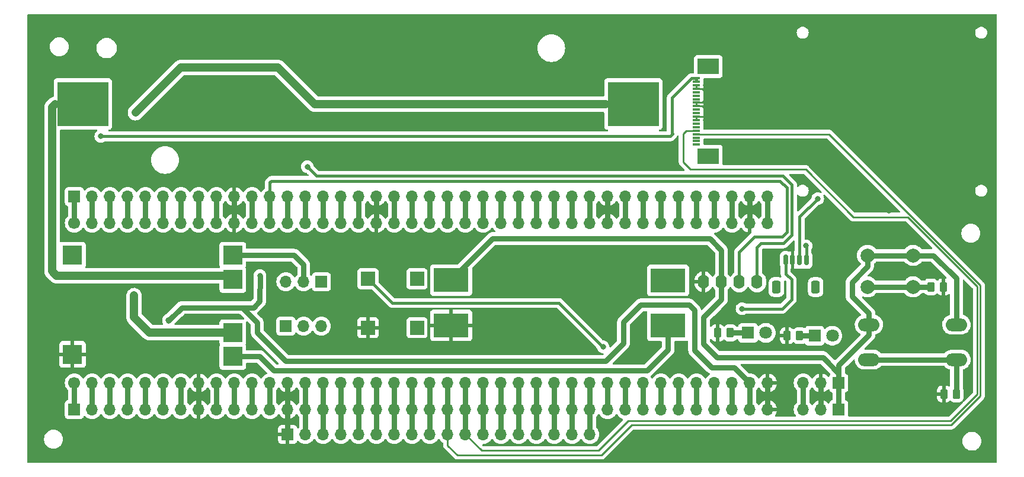
<source format=gbr>
%TF.GenerationSoftware,KiCad,Pcbnew,(7.99.0-200-gad838e3d73)*%
%TF.CreationDate,2024-03-11T18:46:40+07:00*%
%TF.ProjectId,WMS,574d532e-6b69-4636-9164-5f7063625858,rev?*%
%TF.SameCoordinates,Original*%
%TF.FileFunction,Copper,L1,Top*%
%TF.FilePolarity,Positive*%
%FSLAX46Y46*%
G04 Gerber Fmt 4.6, Leading zero omitted, Abs format (unit mm)*
G04 Created by KiCad (PCBNEW (7.99.0-200-gad838e3d73)) date 2024-03-11 18:46:40*
%MOMM*%
%LPD*%
G01*
G04 APERTURE LIST*
G04 Aperture macros list*
%AMRoundRect*
0 Rectangle with rounded corners*
0 $1 Rounding radius*
0 $2 $3 $4 $5 $6 $7 $8 $9 X,Y pos of 4 corners*
0 Add a 4 corners polygon primitive as box body*
4,1,4,$2,$3,$4,$5,$6,$7,$8,$9,$2,$3,0*
0 Add four circle primitives for the rounded corners*
1,1,$1+$1,$2,$3*
1,1,$1+$1,$4,$5*
1,1,$1+$1,$6,$7*
1,1,$1+$1,$8,$9*
0 Add four rect primitives between the rounded corners*
20,1,$1+$1,$2,$3,$4,$5,0*
20,1,$1+$1,$4,$5,$6,$7,0*
20,1,$1+$1,$6,$7,$8,$9,0*
20,1,$1+$1,$8,$9,$2,$3,0*%
G04 Aperture macros list end*
%TA.AperFunction,ComponentPad*%
%ADD10R,1.700000X1.700000*%
%TD*%
%TA.AperFunction,ComponentPad*%
%ADD11O,1.700000X1.700000*%
%TD*%
%TA.AperFunction,SMDPad,CuDef*%
%ADD12R,7.340000X6.350000*%
%TD*%
%TA.AperFunction,SMDPad,CuDef*%
%ADD13RoundRect,0.250000X-0.262500X-0.450000X0.262500X-0.450000X0.262500X0.450000X-0.262500X0.450000X0*%
%TD*%
%TA.AperFunction,ComponentPad*%
%ADD14C,2.000000*%
%TD*%
%TA.AperFunction,SMDPad,CuDef*%
%ADD15R,2.000000X2.000000*%
%TD*%
%TA.AperFunction,SMDPad,CuDef*%
%ADD16RoundRect,0.250000X0.262500X0.450000X-0.262500X0.450000X-0.262500X-0.450000X0.262500X-0.450000X0*%
%TD*%
%TA.AperFunction,SMDPad,CuDef*%
%ADD17R,1.100000X0.300000*%
%TD*%
%TA.AperFunction,SMDPad,CuDef*%
%ADD18R,3.100000X2.300000*%
%TD*%
%TA.AperFunction,ComponentPad*%
%ADD19O,1.600000X2.000000*%
%TD*%
%TA.AperFunction,SMDPad,CuDef*%
%ADD20RoundRect,0.150000X-0.150000X-0.625000X0.150000X-0.625000X0.150000X0.625000X-0.150000X0.625000X0*%
%TD*%
%TA.AperFunction,SMDPad,CuDef*%
%ADD21RoundRect,0.250000X-0.350000X-0.650000X0.350000X-0.650000X0.350000X0.650000X-0.350000X0.650000X0*%
%TD*%
%TA.AperFunction,ComponentPad*%
%ADD22C,1.700000*%
%TD*%
%TA.AperFunction,ComponentPad*%
%ADD23R,1.800000X1.800000*%
%TD*%
%TA.AperFunction,ComponentPad*%
%ADD24C,1.800000*%
%TD*%
%TA.AperFunction,ComponentPad*%
%ADD25O,3.048000X1.850000*%
%TD*%
%TA.AperFunction,ComponentPad*%
%ADD26R,5.000000X3.500000*%
%TD*%
%TA.AperFunction,ComponentPad*%
%ADD27R,2.800000X2.800000*%
%TD*%
%TA.AperFunction,ViaPad*%
%ADD28C,0.800000*%
%TD*%
%TA.AperFunction,Conductor*%
%ADD29C,1.200000*%
%TD*%
%TA.AperFunction,Conductor*%
%ADD30C,0.400000*%
%TD*%
%TA.AperFunction,Conductor*%
%ADD31C,0.800000*%
%TD*%
%TA.AperFunction,Conductor*%
%ADD32C,0.250000*%
%TD*%
G04 APERTURE END LIST*
D10*
%TO.P,SW4,1,A*%
%TO.N,/Subsistem Power/PWR_SWITCH_OUT*%
X110489999Y-90169999D03*
D11*
%TO.P,SW4,2,B*%
%TO.N,/Subsistem Power/TP4056_OUT+*%
X107949999Y-90169999D03*
%TO.P,SW4,3,C*%
%TO.N,unconnected-(SW4-C-Pad3)*%
X105409999Y-90169999D03*
%TD*%
D10*
%TO.P,SW3,1,A*%
%TO.N,/POWER_RFID*%
X105409999Y-96519999D03*
D11*
%TO.P,SW3,2,B*%
%TO.N,+5V*%
X107949999Y-96519999D03*
%TO.P,SW3,3,C*%
%TO.N,/POWER_BARCODE*%
X110489999Y-96519999D03*
%TD*%
D12*
%TO.P,BT1,2,-*%
%TO.N,/Subsistem Power/BAT-*%
X155066999Y-64744599D03*
%TO.P,BT1,1,+*%
%TO.N,/Subsistem Power/BAT+*%
X76406999Y-64744599D03*
%TD*%
D13*
%TO.P,R1,1*%
%TO.N,GND*%
X176991000Y-97891600D03*
%TO.P,R1,2*%
%TO.N,Net-(D1-K)*%
X178816000Y-97891600D03*
%TD*%
D14*
%TO.P,SW2,1,A*%
%TO.N,+5V*%
X188520000Y-86396000D03*
X195020000Y-86396000D03*
%TO.P,SW2,2,B*%
%TO.N,P13_6*%
X188520000Y-90896000D03*
X195020000Y-90896000D03*
%TD*%
D15*
%TO.P,BZ1,1,-*%
%TO.N,P12_3*%
X117149999Y-89743399D03*
%TO.P,BZ1,2,+*%
%TO.N,GND*%
X117149999Y-96743399D03*
%TO.P,BZ1,3*%
%TO.N,N/C*%
X124149999Y-96743399D03*
%TO.P,BZ1,4*%
X124149999Y-89743399D03*
%TD*%
D16*
%TO.P,R3,2*%
%TO.N,GND*%
X199419200Y-106222800D03*
%TO.P,R3,1*%
%TO.N,P13_4*%
X201244200Y-106222800D03*
%TD*%
D13*
%TO.P,R2,1*%
%TO.N,GND*%
X167085000Y-97485200D03*
%TO.P,R2,2*%
%TO.N,Net-(D2-K)*%
X168910000Y-97485200D03*
%TD*%
D10*
%TO.P,J2,1,Pin_1*%
%TO.N,B.TX*%
X75183999Y-108457999D03*
D11*
%TO.P,J2,2,Pin_2*%
%TO.N,B.RTS*%
X77723999Y-108457999D03*
%TO.P,J2,3,Pin_3*%
%TO.N,B.CTS*%
X80263999Y-108457999D03*
%TO.P,J2,4,Pin_4*%
%TO.N,B.RX*%
X82803999Y-108457999D03*
%TO.P,J2,5,Pin_5*%
%TO.N,P6_6*%
X85343999Y-108457999D03*
%TO.P,J2,6,Pin_6*%
%TO.N,P6_7*%
X87883999Y-108457999D03*
%TO.P,J2,7,Pin_7*%
%TO.N,XRES*%
X90423999Y-108457999D03*
%TO.P,J2,8,Pin_8*%
%TO.N,GND*%
X92963999Y-108457999D03*
%TO.P,J2,9,Pin_9*%
%TO.N,VTARG*%
X95503999Y-108457999D03*
%TO.P,J2,10,Pin_10*%
%TO.N,P0_4*%
X98043999Y-108457999D03*
%TO.P,J2,11,Pin_11*%
%TO.N,P13_6*%
X100583999Y-108457999D03*
%TO.P,J2,12,Pin_12*%
%TO.N,P13_7*%
X103123999Y-108457999D03*
%TO.P,J2,13,Pin_13*%
%TO.N,GND*%
X105663999Y-108457999D03*
%TO.P,J2,14,Pin_14*%
%TO.N,P13_5*%
X108203999Y-108457999D03*
%TO.P,J2,15,Pin_15*%
%TO.N,P13_4*%
X110743999Y-108457999D03*
%TO.P,J2,16,Pin_16*%
%TO.N,P13_0*%
X113283999Y-108457999D03*
%TO.P,J2,17,Pin_17*%
%TO.N,P13_3*%
X115823999Y-108457999D03*
%TO.P,J2,18,Pin_18*%
%TO.N,P13_2*%
X118363999Y-108457999D03*
%TO.P,J2,19,Pin_19*%
%TO.N,P13_1*%
X120903999Y-108457999D03*
%TO.P,J2,20,Pin_20*%
%TO.N,VDDIO_0*%
X123443999Y-108457999D03*
%TO.P,J2,21,Pin_21*%
%TO.N,P12_4*%
X125983999Y-108457999D03*
%TO.P,J2,22,Pin_22*%
%TO.N,P12_1*%
X128523999Y-108457999D03*
%TO.P,J2,23,Pin_23*%
%TO.N,P12_0*%
X131063999Y-108457999D03*
%TO.P,J2,24,Pin_24*%
%TO.N,P12_5*%
X133603999Y-108457999D03*
%TO.P,J2,25,Pin_25*%
%TO.N,P11_6*%
X136143999Y-108457999D03*
%TO.P,J2,26,Pin_26*%
%TO.N,P11_5*%
X138683999Y-108457999D03*
%TO.P,J2,27,Pin_27*%
%TO.N,P11_7*%
X141223999Y-108457999D03*
%TO.P,J2,28,Pin_28*%
%TO.N,P11_2*%
X143763999Y-108457999D03*
%TO.P,J2,29,Pin_29*%
%TO.N,P11_3*%
X146303999Y-108457999D03*
%TO.P,J2,30,Pin_30*%
%TO.N,P11_4*%
X148843999Y-108457999D03*
%TO.P,J2,31,Pin_31*%
%TO.N,P12_3*%
X151383999Y-108457999D03*
%TO.P,J2,32,Pin_32*%
%TO.N,P0_5*%
X153923999Y-108457999D03*
%TO.P,J2,33,Pin_33*%
%TO.N,P10_5*%
X156463999Y-108457999D03*
%TO.P,J2,34,Pin_34*%
%TO.N,P10_1*%
X159003999Y-108457999D03*
%TO.P,J2,35,Pin_35*%
%TO.N,P10_2*%
X161543999Y-108457999D03*
%TO.P,J2,36,Pin_36*%
%TO.N,P10_4*%
X164083999Y-108457999D03*
%TO.P,J2,37,Pin_37*%
%TO.N,P10_3*%
X166623999Y-108457999D03*
%TO.P,J2,38,Pin_38*%
%TO.N,P10_0*%
X169163999Y-108457999D03*
%TO.P,J2,39,Pin_39*%
%TO.N,VTARG*%
X171703999Y-108457999D03*
%TO.P,J2,40,Pin_40*%
%TO.N,GND*%
X174243999Y-108457999D03*
%TD*%
D17*
%TO.P,U1,1,VCC*%
%TO.N,/POWER_RFID*%
X164058599Y-61046599D03*
%TO.P,U1,2,VCC*%
X164058599Y-61546599D03*
%TO.P,U1,3,GND*%
%TO.N,GND*%
X164058599Y-62046599D03*
%TO.P,U1,4,GND*%
X164058599Y-62546599D03*
%TO.P,U1,5,EN*%
%TO.N,unconnected-(U1-EN-Pad5)*%
X164058599Y-63046599D03*
%TO.P,U1,6,Reserverd*%
%TO.N,unconnected-(U1-Reserverd-Pad6)*%
X164058599Y-63546599D03*
%TO.P,U1,7,Reserverd*%
%TO.N,unconnected-(U1-Reserverd-Pad7)*%
X164058599Y-64046599D03*
%TO.P,U1,8,GND*%
%TO.N,GND*%
X164058599Y-64546599D03*
%TO.P,U1,9,GND*%
X164058599Y-65046599D03*
%TO.P,U1,10,GPIO1*%
%TO.N,unconnected-(U1-GPIO1-Pad10)*%
X164058599Y-65546599D03*
%TO.P,U1,11,GPIO2*%
%TO.N,unconnected-(U1-GPIO2-Pad11)*%
X164058599Y-66046599D03*
%TO.P,U1,12,GND*%
%TO.N,GND*%
X164058599Y-66546599D03*
%TO.P,U1,13,GND*%
X164058599Y-67046599D03*
%TO.P,U1,14,485_Direction*%
%TO.N,unconnected-(U1-485_Direction-Pad14)*%
X164058599Y-67546599D03*
%TO.P,U1,15,Reserverd*%
%TO.N,unconnected-(U1-Reserverd-Pad15)*%
X164058599Y-68046599D03*
%TO.P,U1,16,RXD*%
%TO.N,P12_0*%
X164058599Y-68546599D03*
%TO.P,U1,17,TXD*%
%TO.N,P12_1*%
X164058599Y-69046599D03*
%TO.P,U1,18,Beeper*%
%TO.N,unconnected-(U1-Beeper-Pad18)*%
X164058599Y-69546599D03*
%TO.P,U1,19,GPIO3*%
%TO.N,unconnected-(U1-GPIO3-Pad19)*%
X164058599Y-70046599D03*
%TO.P,U1,20,GPIO4*%
%TO.N,unconnected-(U1-GPIO4-Pad20)*%
X164058599Y-70546599D03*
D18*
%TO.P,U1,MP*%
%TO.N,N/C*%
X165758599Y-72216599D03*
X165758599Y-59376599D03*
%TD*%
D19*
%TO.P,Brd1,1,GND*%
%TO.N,GND*%
X165099999Y-90169999D03*
%TO.P,Brd1,2,VCC*%
%TO.N,+5V*%
X167639999Y-90169999D03*
%TO.P,Brd1,3,SCL*%
%TO.N,P6_0*%
X170179999Y-90169999D03*
%TO.P,Brd1,4,SDA*%
%TO.N,P6_1*%
X172719999Y-90169999D03*
%TD*%
D10*
%TO.P,J3,1,Pin_1*%
%TO.N,+5V*%
X184403999Y-108457999D03*
D11*
%TO.P,J3,2,Pin_2*%
%TO.N,GND*%
X181863999Y-108457999D03*
%TO.P,J3,3,Pin_3*%
%TO.N,+3V3*%
X179323999Y-108457999D03*
%TD*%
D20*
%TO.P,U4,1,5V*%
%TO.N,/POWER_BARCODE*%
X176808000Y-87052400D03*
%TO.P,U4,2,GND*%
%TO.N,GND*%
X177808000Y-87052400D03*
%TO.P,U4,3,TX*%
%TO.N,P9_0*%
X178808000Y-87052400D03*
%TO.P,U4,4,RX*%
%TO.N,P9_1*%
X179808000Y-87052400D03*
D21*
%TO.P,U4,MP*%
%TO.N,N/C*%
X175508000Y-90927400D03*
X181108000Y-90927400D03*
%TD*%
D13*
%TO.P,R4,1*%
%TO.N,P13_6*%
X197561200Y-90906600D03*
%TO.P,R4,2*%
%TO.N,GND*%
X199386200Y-90906600D03*
%TD*%
D22*
%TO.P,U6,1,P5_0*%
%TO.N,P5_0*%
X75184000Y-81788000D03*
D11*
%TO.P,U6,2,P5_1*%
%TO.N,P5_1*%
X77723999Y-81787999D03*
%TO.P,U6,3,P5_2*%
%TO.N,P5_2*%
X80263999Y-81787999D03*
%TO.P,U6,4,P5_3*%
%TO.N,P5_3*%
X82803999Y-81787999D03*
%TO.P,U6,5,P5_4*%
%TO.N,P5_4*%
X85343999Y-81787999D03*
%TO.P,U6,6,P5_5*%
%TO.N,P5_5*%
X87883999Y-81787999D03*
%TO.P,U6,7,P5_6*%
%TO.N,P5_6*%
X90423999Y-81787999D03*
%TO.P,U6,8,P5_7*%
%TO.N,P5_7*%
X92963999Y-81787999D03*
%TO.P,U6,9,VTARG*%
%TO.N,VTARG*%
X95503999Y-81787999D03*
%TO.P,U6,10,GND*%
%TO.N,GND*%
X98043999Y-81787999D03*
%TO.P,U6,11,VDD_USB*%
%TO.N,VDD_USB*%
X100583999Y-81787999D03*
%TO.P,U6,12,P6_0*%
%TO.N,P6_0*%
X103123999Y-81787999D03*
%TO.P,U6,13,P6_1*%
%TO.N,P6_1*%
X105663999Y-81787999D03*
%TO.P,U6,14,P6_2*%
%TO.N,P6_2*%
X108203999Y-81787999D03*
%TO.P,U6,15,P6_4*%
%TO.N,P6_4*%
X110743999Y-81787999D03*
%TO.P,U6,16,P6_5*%
%TO.N,P6_5*%
X113283999Y-81787999D03*
%TO.P,U6,17,P6_VDD*%
%TO.N,P6_VDD*%
X115823999Y-81787999D03*
%TO.P,U6,18,GND*%
%TO.N,GND*%
X118363999Y-81787999D03*
%TO.P,U6,19,P9_0*%
%TO.N,P9_0*%
X120903999Y-81787999D03*
%TO.P,U6,20,P9_5*%
%TO.N,P9_5*%
X123443999Y-81787999D03*
%TO.P,U6,21,P9_3*%
%TO.N,P9_3*%
X125983999Y-81787999D03*
%TO.P,U6,22,P8_5*%
%TO.N,P8_5*%
X128523999Y-81787999D03*
%TO.P,U6,23,P8_2*%
%TO.N,P8_2*%
X131063999Y-81787999D03*
%TO.P,U6,24,P1_0*%
%TO.N,P1_0*%
X133603999Y-81787999D03*
%TO.P,U6,25,P6_3*%
%TO.N,P6_3*%
X136143999Y-81787999D03*
%TO.P,U6,26,P8_1*%
%TO.N,P8_1*%
X138683999Y-81787999D03*
%TO.P,U6,27,P8_6*%
%TO.N,P8_6*%
X141223999Y-81787999D03*
%TO.P,U6,28,P8_4*%
%TO.N,P8_4*%
X143763999Y-81787999D03*
%TO.P,U6,29,P8_3*%
%TO.N,P8_3*%
X146303999Y-81787999D03*
%TO.P,U6,30,P8_7*%
%TO.N,P8_7*%
X148843999Y-81787999D03*
%TO.P,U6,31,GND*%
%TO.N,GND*%
X151383999Y-81787999D03*
%TO.P,U6,32,P8_0*%
%TO.N,P8_0*%
X153923999Y-81787999D03*
%TO.P,U6,33,P9_2*%
%TO.N,P9_2*%
X156463999Y-81787999D03*
%TO.P,U6,34,P9_1*%
%TO.N,P9_1*%
X159003999Y-81787999D03*
%TO.P,U6,35,P9_4*%
%TO.N,P9_4*%
X161543999Y-81787999D03*
%TO.P,U6,36,P9_7*%
%TO.N,P9_7*%
X164083999Y-81787999D03*
%TO.P,U6,37,P9_6*%
%TO.N,P9_6*%
X166623999Y-81787999D03*
%TO.P,U6,38,VBACKUP*%
%TO.N,VBACKUP*%
X169163999Y-81787999D03*
%TO.P,U6,39,GND*%
%TO.N,GND*%
X171703999Y-81787999D03*
%TO.P,U6,40,VREF*%
%TO.N,VREF*%
X174243999Y-81787999D03*
%TO.P,U6,41,GND*%
%TO.N,GND*%
X174243999Y-104647999D03*
%TO.P,U6,42,VTARG*%
%TO.N,VTARG*%
X171703999Y-104647999D03*
%TO.P,U6,43,P10_0*%
%TO.N,P10_0*%
X169163999Y-104647999D03*
%TO.P,U6,44,P10_3*%
%TO.N,P10_3*%
X166623999Y-104647999D03*
%TO.P,U6,45,P10_4*%
%TO.N,P10_4*%
X164083999Y-104647999D03*
%TO.P,U6,46,P10_2*%
%TO.N,P10_2*%
X161543999Y-104647999D03*
%TO.P,U6,47,P10_1*%
%TO.N,P10_1*%
X159003999Y-104647999D03*
%TO.P,U6,48,P10_5*%
%TO.N,P10_5*%
X156463999Y-104647999D03*
%TO.P,U6,49,P0_5*%
%TO.N,P0_5*%
X153923999Y-104647999D03*
%TO.P,U6,50,P12_3*%
%TO.N,P12_3*%
X151383999Y-104647999D03*
%TO.P,U6,51,P11_4*%
%TO.N,P11_4*%
X148843999Y-104647999D03*
%TO.P,U6,52,P11_3*%
%TO.N,P11_3*%
X146303999Y-104647999D03*
%TO.P,U6,53,P11_2*%
%TO.N,P11_2*%
X143763999Y-104647999D03*
%TO.P,U6,54,P11_7*%
%TO.N,P11_7*%
X141223999Y-104647999D03*
%TO.P,U6,55,P11_5*%
%TO.N,P11_5*%
X138683999Y-104647999D03*
%TO.P,U6,56,P11_6*%
%TO.N,P11_6*%
X136143999Y-104647999D03*
%TO.P,U6,57,P12_5*%
%TO.N,P12_5*%
X133603999Y-104647999D03*
%TO.P,U6,58,P12_0*%
%TO.N,P12_0*%
X131063999Y-104647999D03*
%TO.P,U6,59,P12_1*%
%TO.N,P12_1*%
X128523999Y-104647999D03*
%TO.P,U6,60,P12_4*%
%TO.N,P12_4*%
X125983999Y-104647999D03*
%TO.P,U6,61,VDDIO_0*%
%TO.N,VDDIO_0*%
X123443999Y-104647999D03*
%TO.P,U6,62,P13_1*%
%TO.N,P13_1*%
X120903999Y-104647999D03*
%TO.P,U6,63,P13_2*%
%TO.N,P13_2*%
X118363999Y-104647999D03*
%TO.P,U6,64,P13_3*%
%TO.N,P13_3*%
X115823999Y-104647999D03*
%TO.P,U6,65,P13_0*%
%TO.N,P13_0*%
X113283999Y-104647999D03*
%TO.P,U6,66,P13_4*%
%TO.N,P13_4*%
X110743999Y-104647999D03*
%TO.P,U6,67,P13_5*%
%TO.N,P13_5*%
X108203999Y-104647999D03*
%TO.P,U6,68,GND*%
%TO.N,GND*%
X105663999Y-104647999D03*
%TO.P,U6,69,P13_7*%
%TO.N,P13_7*%
X103123999Y-104647999D03*
%TO.P,U6,70,P13_6*%
%TO.N,P13_6*%
X100583999Y-104647999D03*
%TO.P,U6,71,P0_4*%
%TO.N,P0_4*%
X98043999Y-104647999D03*
%TO.P,U6,72,VTARG*%
%TO.N,VTARG*%
X95503999Y-104647999D03*
%TO.P,U6,73,GND*%
%TO.N,GND*%
X92963999Y-104647999D03*
%TO.P,U6,74,XRES*%
%TO.N,XRES*%
X90423999Y-104647999D03*
%TO.P,U6,75,P6_7*%
%TO.N,P6_7*%
X87883999Y-104647999D03*
%TO.P,U6,76,P6_6*%
%TO.N,P6_6*%
X85343999Y-104647999D03*
%TO.P,U6,77,B.RX*%
%TO.N,B.RX*%
X82803999Y-104647999D03*
%TO.P,U6,78,B.CTS*%
%TO.N,B.CTS*%
X80263999Y-104647999D03*
%TO.P,U6,79,B.RTS*%
%TO.N,B.RTS*%
X77723999Y-104647999D03*
D22*
%TO.P,U6,80,B.TX*%
%TO.N,B.TX*%
X75184000Y-104648000D03*
D11*
%TO.P,U6,81,3V3*%
%TO.N,+3V3*%
X179323999Y-104647999D03*
%TO.P,U6,82,GND*%
%TO.N,GND*%
X181863999Y-104647999D03*
D10*
%TO.P,U6,83,5V*%
%TO.N,+5V*%
X184403999Y-104647999D03*
%TD*%
D23*
%TO.P,D1,1,K*%
%TO.N,Net-(D1-K)*%
X180944599Y-97891599D03*
D24*
%TO.P,D1,2,A*%
%TO.N,P9_2*%
X183484600Y-97891600D03*
%TD*%
D23*
%TO.P,D2,1,K*%
%TO.N,Net-(D2-K)*%
X171449999Y-97485199D03*
D24*
%TO.P,D2,2,A*%
%TO.N,P9_4*%
X173990000Y-97485200D03*
%TD*%
D25*
%TO.P,SW1,1,A*%
%TO.N,+5V*%
X188721999Y-96305999D03*
X201221999Y-96305999D03*
%TO.P,SW1,2,B*%
%TO.N,P13_4*%
X188721999Y-101305999D03*
X201221999Y-101305999D03*
%TD*%
D10*
%TO.P,U5,1,GND*%
%TO.N,GND*%
X105663999Y-112013999D03*
D11*
%TO.P,U5,2,13_5*%
%TO.N,P13_5*%
X108203999Y-112013999D03*
%TO.P,U5,3,13_4*%
%TO.N,P13_4*%
X110743999Y-112013999D03*
%TO.P,U5,4,13_0*%
%TO.N,P13_0*%
X113283999Y-112013999D03*
%TO.P,U5,5,13_3*%
%TO.N,P13_3*%
X115823999Y-112013999D03*
%TO.P,U5,6,13_2*%
%TO.N,P13_2*%
X118363999Y-112013999D03*
%TO.P,U5,7,13_1*%
%TO.N,P13_1*%
X120903999Y-112013999D03*
%TO.P,U5,8,VDDIO_0*%
%TO.N,VDDIO_0*%
X123443999Y-112013999D03*
%TO.P,U5,9,12_4*%
%TO.N,P12_4*%
X125983999Y-112013999D03*
%TO.P,U5,10,12_1*%
%TO.N,P12_1*%
X128523999Y-112013999D03*
%TO.P,U5,11,12_0*%
%TO.N,P12_0*%
X131063999Y-112013999D03*
%TO.P,U5,12,12_5*%
%TO.N,P12_5*%
X133603999Y-112013999D03*
%TO.P,U5,13,11_6*%
%TO.N,P11_6*%
X136143999Y-112013999D03*
%TO.P,U5,14,11_5*%
%TO.N,P11_5*%
X138683999Y-112013999D03*
%TO.P,U5,15,11_7*%
%TO.N,P11_7*%
X141223999Y-112013999D03*
%TO.P,U5,16,11_2*%
%TO.N,P11_2*%
X143763999Y-112013999D03*
%TO.P,U5,17,11_3*%
%TO.N,P11_3*%
X146303999Y-112013999D03*
%TO.P,U5,18,11_4*%
%TO.N,P11_4*%
X148843999Y-112013999D03*
%TD*%
D10*
%TO.P,J1,1,Pin_1*%
%TO.N,P5_0*%
X75183999Y-77977999D03*
D11*
%TO.P,J1,2,Pin_2*%
%TO.N,P5_1*%
X77723999Y-77977999D03*
%TO.P,J1,3,Pin_3*%
%TO.N,P5_2*%
X80263999Y-77977999D03*
%TO.P,J1,4,Pin_4*%
%TO.N,P5_3*%
X82803999Y-77977999D03*
%TO.P,J1,5,Pin_5*%
%TO.N,P5_4*%
X85343999Y-77977999D03*
%TO.P,J1,6,Pin_6*%
%TO.N,P5_5*%
X87883999Y-77977999D03*
%TO.P,J1,7,Pin_7*%
%TO.N,P5_6*%
X90423999Y-77977999D03*
%TO.P,J1,8,Pin_8*%
%TO.N,P5_7*%
X92963999Y-77977999D03*
%TO.P,J1,9,Pin_9*%
%TO.N,VTARG*%
X95503999Y-77977999D03*
%TO.P,J1,10,Pin_10*%
%TO.N,GND*%
X98043999Y-77977999D03*
%TO.P,J1,11,Pin_11*%
%TO.N,VDD_USB*%
X100583999Y-77977999D03*
%TO.P,J1,12,Pin_12*%
%TO.N,P6_0*%
X103123999Y-77977999D03*
%TO.P,J1,13,Pin_13*%
%TO.N,P6_1*%
X105663999Y-77977999D03*
%TO.P,J1,14,Pin_14*%
%TO.N,P6_2*%
X108203999Y-77977999D03*
%TO.P,J1,15,Pin_15*%
%TO.N,P6_4*%
X110743999Y-77977999D03*
%TO.P,J1,16,Pin_16*%
%TO.N,P6_5*%
X113283999Y-77977999D03*
%TO.P,J1,17,Pin_17*%
%TO.N,P6_VDD*%
X115823999Y-77977999D03*
%TO.P,J1,18,Pin_18*%
%TO.N,GND*%
X118363999Y-77977999D03*
%TO.P,J1,19,Pin_19*%
%TO.N,P9_0*%
X120903999Y-77977999D03*
%TO.P,J1,20,Pin_20*%
%TO.N,P9_5*%
X123443999Y-77977999D03*
%TO.P,J1,21,Pin_21*%
%TO.N,P9_3*%
X125983999Y-77977999D03*
%TO.P,J1,22,Pin_22*%
%TO.N,P8_5*%
X128523999Y-77977999D03*
%TO.P,J1,23,Pin_23*%
%TO.N,P8_2*%
X131063999Y-77977999D03*
%TO.P,J1,24,Pin_24*%
%TO.N,P1_0*%
X133603999Y-77977999D03*
%TO.P,J1,25,Pin_25*%
%TO.N,P6_3*%
X136143999Y-77977999D03*
%TO.P,J1,26,Pin_26*%
%TO.N,P8_1*%
X138683999Y-77977999D03*
%TO.P,J1,27,Pin_27*%
%TO.N,P8_6*%
X141223999Y-77977999D03*
%TO.P,J1,28,Pin_28*%
%TO.N,P8_4*%
X143763999Y-77977999D03*
%TO.P,J1,29,Pin_29*%
%TO.N,P8_3*%
X146303999Y-77977999D03*
%TO.P,J1,30,Pin_30*%
%TO.N,P8_7*%
X148843999Y-77977999D03*
%TO.P,J1,31,Pin_31*%
%TO.N,GND*%
X151383999Y-77977999D03*
%TO.P,J1,32,Pin_32*%
%TO.N,P8_0*%
X153923999Y-77977999D03*
%TO.P,J1,33,Pin_33*%
%TO.N,P9_2*%
X156463999Y-77977999D03*
%TO.P,J1,34,Pin_34*%
%TO.N,P9_1*%
X159003999Y-77977999D03*
%TO.P,J1,35,Pin_35*%
%TO.N,P9_4*%
X161543999Y-77977999D03*
%TO.P,J1,36,Pin_36*%
%TO.N,P9_7*%
X164083999Y-77977999D03*
%TO.P,J1,37,Pin_37*%
%TO.N,P9_6*%
X166623999Y-77977999D03*
%TO.P,J1,38,Pin_38*%
%TO.N,VBACKUP*%
X169163999Y-77977999D03*
%TO.P,J1,39,Pin_39*%
%TO.N,GND*%
X171703999Y-77977999D03*
%TO.P,J1,40,Pin_40*%
%TO.N,VREF*%
X174243999Y-77977999D03*
%TD*%
D26*
%TO.P,U3,1,VIN+*%
%TO.N,/Subsistem Power/PWR_SWITCH_OUT*%
X160019999Y-89965999D03*
%TO.P,U3,2,VIN-*%
%TO.N,/Subsistem Power/TP4056_OUT-*%
X160019999Y-96415999D03*
%TO.P,U3,3,VOUT-*%
%TO.N,GND*%
X129019999Y-96415999D03*
%TO.P,U3,4,VOUT+*%
%TO.N,+5V*%
X129019999Y-89915999D03*
%TD*%
D27*
%TO.P,U2,1,5V*%
%TO.N,+5VA*%
X74929999Y-86359999D03*
%TO.P,U2,2,GND*%
%TO.N,GND*%
X74929999Y-100559999D03*
%TO.P,U2,3,OUT+*%
%TO.N,/Subsistem Power/TP4056_OUT+*%
X97829999Y-86359999D03*
%TO.P,U2,4,OUT-*%
%TO.N,/Subsistem Power/TP4056_OUT-*%
X97829999Y-100859999D03*
%TO.P,U2,5,B+*%
%TO.N,/Subsistem Power/BAT+*%
X97829999Y-89859999D03*
%TO.P,U2,6,B-*%
%TO.N,/Subsistem Power/BAT-*%
X97829999Y-97459999D03*
%TD*%
D28*
%TO.N,/Subsistem Power/BAT-*%
X83718400Y-92151200D03*
X83921600Y-65938400D03*
%TO.N,VTARG*%
X101701600Y-89281000D03*
%TO.N,GND*%
X120319800Y-58496200D03*
X105587800Y-58318400D03*
X100482400Y-98780600D03*
X93497400Y-95250000D03*
X151434800Y-110998000D03*
X179019200Y-78968600D03*
X161950400Y-99669600D03*
X155651200Y-96875600D03*
%TO.N,VTARG*%
X88646000Y-95656400D03*
%TO.N,GND*%
X197866000Y-80086200D03*
X190804800Y-82397600D03*
X173075600Y-71424800D03*
X186740800Y-76403200D03*
X191566800Y-79984600D03*
X197535800Y-88569800D03*
%TO.N,P9_1*%
X179730400Y-85039200D03*
%TO.N,P9_0*%
X181406800Y-78282800D03*
%TO.N,/POWER_BARCODE*%
X170586400Y-94030800D03*
%TO.N,P6_1*%
X108483400Y-73710800D03*
%TO.N,/POWER_RFID*%
X78968600Y-69367400D03*
%TO.N,P12_3*%
X150723600Y-99466400D03*
%TD*%
D29*
%TO.N,/Subsistem Power/BAT-*%
X97804400Y-97434400D02*
X97830000Y-97460000D01*
X87401400Y-97434400D02*
X97804400Y-97434400D01*
X87376000Y-97459800D02*
X87401400Y-97434400D01*
X85928200Y-97459800D02*
X87376000Y-97459800D01*
X83718400Y-95250000D02*
X85928200Y-97459800D01*
X83718400Y-92151200D02*
X83718400Y-95250000D01*
%TO.N,/Subsistem Power/BAT+*%
X97276400Y-89306400D02*
X97830000Y-89860000D01*
X72644000Y-89306400D02*
X97276400Y-89306400D01*
X72009000Y-88671400D02*
X72644000Y-89306400D01*
X72430000Y-64770000D02*
X72009000Y-65191000D01*
X72009000Y-65191000D02*
X72009000Y-88671400D01*
%TO.N,/Subsistem Power/BAT-*%
X83921600Y-65989200D02*
X83997800Y-65913000D01*
X83921600Y-65938400D02*
X83921600Y-65989200D01*
X83972400Y-65938400D02*
X83921600Y-65938400D01*
X90373200Y-59537600D02*
X83972400Y-65938400D01*
X109550200Y-64770000D02*
X104317800Y-59537600D01*
X104317800Y-59537600D02*
X90373200Y-59537600D01*
X151090000Y-64770000D02*
X109550200Y-64770000D01*
D30*
%TO.N,/POWER_RFID*%
X160553400Y-63855600D02*
X163362400Y-61046600D01*
X160705800Y-68961000D02*
X160553400Y-68808600D01*
X160553400Y-68808600D02*
X160553400Y-63855600D01*
X160299400Y-69367400D02*
X160705800Y-68961000D01*
X78968600Y-69367400D02*
X160299400Y-69367400D01*
X163362400Y-61046600D02*
X164058600Y-61046600D01*
D31*
%TO.N,VTARG*%
X101676200Y-92964000D02*
X101701600Y-89281000D01*
X100787200Y-93853000D02*
X101676200Y-92964000D01*
X99187000Y-93853000D02*
X100787200Y-93853000D01*
X88722200Y-95656400D02*
X88646000Y-95656400D01*
X90525600Y-93853000D02*
X88722200Y-95656400D01*
X99187000Y-93853000D02*
X90525600Y-93853000D01*
X101320600Y-95986600D02*
X99187000Y-93853000D01*
X101320600Y-97459800D02*
X101320600Y-95986600D01*
X105410000Y-101549200D02*
X101320600Y-97459800D01*
X151079200Y-101549200D02*
X105410000Y-101549200D01*
X153644600Y-98983800D02*
X151079200Y-101549200D01*
X153644600Y-95935800D02*
X153644600Y-98983800D01*
X163042600Y-93472000D02*
X156108400Y-93472000D01*
X163804600Y-99974400D02*
X163804600Y-94234000D01*
X156108400Y-93472000D02*
X153644600Y-95935800D01*
X166243000Y-102412800D02*
X163804600Y-99974400D01*
X169468800Y-102412800D02*
X166243000Y-102412800D01*
X163804600Y-94234000D02*
X163042600Y-93472000D01*
X171704000Y-104648000D02*
X169468800Y-102412800D01*
X88646000Y-95732600D02*
X88798400Y-95580200D01*
X88646000Y-95656400D02*
X88646000Y-95732600D01*
D30*
%TO.N,P12_3*%
X120599200Y-93192600D02*
X117150000Y-89743400D01*
X150647400Y-99466400D02*
X144373600Y-93192600D01*
X144373600Y-93192600D02*
X120599200Y-93192600D01*
X150723600Y-99466400D02*
X150647400Y-99466400D01*
%TO.N,/POWER_BARCODE*%
X176808000Y-89025600D02*
X176808000Y-87052400D01*
X177647600Y-89865200D02*
X176808000Y-89025600D01*
X177647600Y-92735400D02*
X177647600Y-89865200D01*
X176352200Y-94030800D02*
X177647600Y-92735400D01*
X170586400Y-94030800D02*
X176352200Y-94030800D01*
%TO.N,P9_1*%
X179808000Y-85116800D02*
X179730400Y-85039200D01*
X179808000Y-87052400D02*
X179808000Y-85116800D01*
%TO.N,P9_0*%
X178808000Y-80881600D02*
X181406800Y-78282800D01*
X178808000Y-87052400D02*
X178808000Y-80881600D01*
D32*
%TO.N,P12_1*%
X128524000Y-113588800D02*
X128524000Y-112014000D01*
X129895600Y-114960400D02*
X128524000Y-113588800D01*
X154813000Y-110667800D02*
X150520400Y-114960400D01*
X150520400Y-114960400D02*
X129895600Y-114960400D01*
X204647800Y-106502200D02*
X200482200Y-110667800D01*
X200482200Y-110667800D02*
X154813000Y-110667800D01*
X183016400Y-69046600D02*
X204647800Y-90678000D01*
X204647800Y-90678000D02*
X204647800Y-106502200D01*
X164058600Y-69046600D02*
X183016400Y-69046600D01*
%TO.N,P12_0*%
X133375400Y-114325400D02*
X131064000Y-112014000D01*
X150063200Y-114325400D02*
X133375400Y-114325400D01*
X154305000Y-110083600D02*
X150063200Y-114325400D01*
X200387800Y-110083600D02*
X154305000Y-110083600D01*
X204197800Y-106273600D02*
X200387800Y-110083600D01*
X204197800Y-90864396D02*
X204197800Y-106273600D01*
X163245800Y-74117200D02*
X179679600Y-74117200D01*
X162179000Y-73050400D02*
X163245800Y-74117200D01*
X179679600Y-74117200D02*
X186474798Y-80912398D01*
X162179000Y-68986400D02*
X162179000Y-73050400D01*
X162618800Y-68546600D02*
X162179000Y-68986400D01*
X186474798Y-80912398D02*
X194245802Y-80912398D01*
X164058600Y-68546600D02*
X162618800Y-68546600D01*
X194245802Y-80912398D02*
X204197800Y-90864396D01*
D30*
%TO.N,P6_1*%
X176453800Y-75031600D02*
X109804200Y-75031600D01*
X177723800Y-76301600D02*
X176453800Y-75031600D01*
X177723800Y-83464400D02*
X177723800Y-76301600D01*
X176504600Y-84683600D02*
X177723800Y-83464400D01*
X172720000Y-85217000D02*
X173253400Y-84683600D01*
X173253400Y-84683600D02*
X176504600Y-84683600D01*
X172720000Y-90170000D02*
X172720000Y-85217000D01*
X109804200Y-75031600D02*
X108483400Y-73710800D01*
%TO.N,P6_0*%
X175996600Y-75742800D02*
X103352600Y-75742800D01*
X103352600Y-75742800D02*
X103124000Y-75971400D01*
X176301400Y-83718400D02*
X176987200Y-83032600D01*
X176987200Y-76733400D02*
X175996600Y-75742800D01*
X103124000Y-75971400D02*
X103124000Y-77978000D01*
X172364400Y-83718400D02*
X176301400Y-83718400D01*
X176987200Y-83032600D02*
X176987200Y-76733400D01*
X170180000Y-85902800D02*
X172364400Y-83718400D01*
X170180000Y-90170000D02*
X170180000Y-85902800D01*
D31*
%TO.N,Net-(D1-K)*%
X178816000Y-97891600D02*
X180944600Y-97891600D01*
%TO.N,Net-(D2-K)*%
X168910000Y-97485200D02*
X171450000Y-97485200D01*
D32*
%TO.N,GND*%
X164060000Y-66548000D02*
X164058600Y-66546600D01*
X165201600Y-66370200D02*
X165023800Y-66548000D01*
X165201600Y-65379600D02*
X165201600Y-66370200D01*
X165023800Y-66548000D02*
X164060000Y-66548000D01*
X164868600Y-65046600D02*
X165201600Y-65379600D01*
X164058600Y-65046600D02*
X164868600Y-65046600D01*
X165176200Y-64262000D02*
X164891600Y-64546600D01*
X165176200Y-62865000D02*
X165176200Y-64262000D01*
X164891600Y-64546600D02*
X164058600Y-64546600D01*
X164857800Y-62546600D02*
X165176200Y-62865000D01*
X164058600Y-62546600D02*
X164857800Y-62546600D01*
X164058600Y-66546600D02*
X164058600Y-67046600D01*
X164058600Y-64546600D02*
X164058600Y-65046600D01*
X164058600Y-62046600D02*
X164058600Y-62546600D01*
D30*
%TO.N,/POWER_RFID*%
X164058600Y-61046600D02*
X164058600Y-61496600D01*
D31*
%TO.N,/Subsistem Power/TP4056_OUT+*%
X107950000Y-87706200D02*
X107950000Y-90170000D01*
X106603800Y-86360000D02*
X107950000Y-87706200D01*
X97830000Y-86360000D02*
X106603800Y-86360000D01*
%TO.N,+5V*%
X134963600Y-83972400D02*
X165963600Y-83972400D01*
X129020000Y-89916000D02*
X134963600Y-83972400D01*
X165963600Y-83972400D02*
X167640000Y-85648800D01*
X167640000Y-85648800D02*
X167640000Y-90170000D01*
%TO.N,/Subsistem Power/TP4056_OUT-*%
X160020000Y-99872800D02*
X160020000Y-96416000D01*
X103708200Y-102895400D02*
X156997400Y-102895400D01*
X156997400Y-102895400D02*
X160020000Y-99872800D01*
X101672800Y-100860000D02*
X103708200Y-102895400D01*
X97830000Y-100860000D02*
X101672800Y-100860000D01*
%TO.N,P13_6*%
X195020000Y-90896000D02*
X188520000Y-90896000D01*
%TO.N,P13_4*%
X201222000Y-106200600D02*
X201244200Y-106222800D01*
X201222000Y-101306000D02*
X201222000Y-106200600D01*
%TO.N,P13_6*%
X195030600Y-90906600D02*
X195020000Y-90896000D01*
X197561200Y-90906600D02*
X195030600Y-90906600D01*
%TO.N,P13_4*%
X188722000Y-101306000D02*
X201222000Y-101306000D01*
%TO.N,+5V*%
X167640000Y-92710000D02*
X167640000Y-90170000D01*
X165100000Y-95250000D02*
X167640000Y-92710000D01*
X167030400Y-100990400D02*
X165100000Y-99060000D01*
X165100000Y-99060000D02*
X165100000Y-95250000D01*
X182143400Y-100990400D02*
X167030400Y-100990400D01*
%TO.N,GND*%
X171704000Y-77978000D02*
X171704000Y-81788000D01*
X118364000Y-77978000D02*
X118364000Y-81788000D01*
X98044000Y-77978000D02*
X98044000Y-81788000D01*
X105664000Y-108458000D02*
X105664000Y-112014000D01*
X174244000Y-104648000D02*
X174244000Y-108458000D01*
X181864000Y-104648000D02*
X181864000Y-108458000D01*
X151384000Y-77978000D02*
X151384000Y-81788000D01*
X92964000Y-104648000D02*
X92964000Y-108458000D01*
X105664000Y-104648000D02*
X105664000Y-108458000D01*
%TO.N,+5V*%
X184404000Y-103251000D02*
X182143400Y-100990400D01*
X188722000Y-94691200D02*
X186283600Y-92252800D01*
X188722000Y-96306000D02*
X188722000Y-94691200D01*
X184404000Y-102108000D02*
X188722000Y-97790000D01*
X188520000Y-87984400D02*
X188520000Y-86396000D01*
X188520000Y-86396000D02*
X195020000Y-86396000D01*
X184404000Y-104648000D02*
X184404000Y-102108000D01*
X188722000Y-97790000D02*
X188722000Y-96306000D01*
X201222000Y-89665200D02*
X201222000Y-96306000D01*
X186283600Y-90220800D02*
X188520000Y-87984400D01*
X186283600Y-92252800D02*
X186283600Y-90220800D01*
X184404000Y-104648000D02*
X184404000Y-108458000D01*
X197952800Y-86396000D02*
X201222000Y-89665200D01*
X184404000Y-104648000D02*
X184404000Y-103251000D01*
X195020000Y-86396000D02*
X197952800Y-86396000D01*
%TO.N,P6_0*%
X103124000Y-77978000D02*
X103124000Y-81788000D01*
%TO.N,P6_1*%
X105664000Y-77978000D02*
X105664000Y-81788000D01*
%TO.N,P12_3*%
X151384000Y-104648000D02*
X151384000Y-108458000D01*
%TO.N,P9_2*%
X156464000Y-77978000D02*
X156464000Y-81788000D01*
%TO.N,P9_4*%
X161544000Y-77978000D02*
X161544000Y-81788000D01*
%TO.N,P5_0*%
X75184000Y-77978000D02*
X75184000Y-81788000D01*
%TO.N,P5_1*%
X77724000Y-77978000D02*
X77724000Y-81788000D01*
%TO.N,P5_2*%
X80264000Y-77978000D02*
X80264000Y-81788000D01*
%TO.N,P5_3*%
X82804000Y-77978000D02*
X82804000Y-81788000D01*
%TO.N,P5_4*%
X85344000Y-77978000D02*
X85344000Y-81788000D01*
%TO.N,P5_5*%
X87884000Y-77978000D02*
X87884000Y-81788000D01*
%TO.N,P5_6*%
X90424000Y-77978000D02*
X90424000Y-81788000D01*
%TO.N,P5_7*%
X92964000Y-77978000D02*
X92964000Y-81788000D01*
%TO.N,VTARG*%
X95504000Y-77978000D02*
X95504000Y-81788000D01*
X171704000Y-104648000D02*
X171704000Y-108458000D01*
X95504000Y-104648000D02*
X95504000Y-108458000D01*
%TO.N,VDD_USB*%
X100584000Y-77978000D02*
X100584000Y-81788000D01*
%TO.N,P6_2*%
X108204000Y-77978000D02*
X108204000Y-81788000D01*
%TO.N,P6_4*%
X110744000Y-77978000D02*
X110744000Y-81788000D01*
%TO.N,P6_5*%
X113284000Y-77978000D02*
X113284000Y-81788000D01*
%TO.N,P6_VDD*%
X115824000Y-77978000D02*
X115824000Y-81788000D01*
%TO.N,P9_0*%
X120904000Y-77978000D02*
X120904000Y-81788000D01*
%TO.N,P9_5*%
X123444000Y-77978000D02*
X123444000Y-81788000D01*
%TO.N,P9_3*%
X125984000Y-77978000D02*
X125984000Y-81788000D01*
%TO.N,P8_5*%
X128524000Y-77978000D02*
X128524000Y-81788000D01*
%TO.N,P8_2*%
X131064000Y-77978000D02*
X131064000Y-81788000D01*
%TO.N,P1_0*%
X133604000Y-77978000D02*
X133604000Y-81788000D01*
%TO.N,P6_3*%
X136144000Y-77978000D02*
X136144000Y-81788000D01*
%TO.N,P8_1*%
X138684000Y-77978000D02*
X138684000Y-81788000D01*
%TO.N,P8_6*%
X141224000Y-77978000D02*
X141224000Y-81788000D01*
%TO.N,P8_4*%
X143764000Y-77978000D02*
X143764000Y-81788000D01*
%TO.N,P8_3*%
X146304000Y-77978000D02*
X146304000Y-81788000D01*
%TO.N,P8_7*%
X148844000Y-77978000D02*
X148844000Y-81788000D01*
%TO.N,P8_0*%
X153924000Y-77978000D02*
X153924000Y-81788000D01*
%TO.N,P9_1*%
X159004000Y-77978000D02*
X159004000Y-81788000D01*
%TO.N,P9_7*%
X164084000Y-77978000D02*
X164084000Y-81788000D01*
%TO.N,P9_6*%
X166624000Y-77978000D02*
X166624000Y-81788000D01*
%TO.N,VBACKUP*%
X169164000Y-77978000D02*
X169164000Y-81788000D01*
%TO.N,VREF*%
X174244000Y-77978000D02*
X174244000Y-81788000D01*
%TO.N,B.TX*%
X75184000Y-104648000D02*
X75184000Y-108458000D01*
%TO.N,B.RTS*%
X77724000Y-104648000D02*
X77724000Y-108458000D01*
%TO.N,B.CTS*%
X80264000Y-104648000D02*
X80264000Y-108458000D01*
%TO.N,B.RX*%
X82804000Y-104648000D02*
X82804000Y-108458000D01*
%TO.N,P6_6*%
X85344000Y-108458000D02*
X85344000Y-104648000D01*
%TO.N,P6_7*%
X87884000Y-104648000D02*
X87884000Y-108458000D01*
%TO.N,XRES*%
X90424000Y-104648000D02*
X90424000Y-108458000D01*
%TO.N,P0_4*%
X98044000Y-104648000D02*
X98044000Y-108458000D01*
%TO.N,P13_6*%
X100584000Y-104648000D02*
X100584000Y-108458000D01*
%TO.N,P13_7*%
X103124000Y-104648000D02*
X103124000Y-108458000D01*
%TO.N,P13_5*%
X108204000Y-104648000D02*
X108204000Y-108458000D01*
X108204000Y-108458000D02*
X108204000Y-112014000D01*
%TO.N,P13_4*%
X110744000Y-108458000D02*
X110744000Y-112014000D01*
X110744000Y-104648000D02*
X110744000Y-108458000D01*
%TO.N,P13_0*%
X113284000Y-112014000D02*
X113284000Y-108458000D01*
X113284000Y-108458000D02*
X113284000Y-104648000D01*
%TO.N,P13_3*%
X115824000Y-104648000D02*
X115824000Y-108458000D01*
X115824000Y-108458000D02*
X115824000Y-112014000D01*
%TO.N,P13_2*%
X118364000Y-112014000D02*
X118364000Y-108458000D01*
X118364000Y-108458000D02*
X118364000Y-104648000D01*
%TO.N,P13_1*%
X120904000Y-104648000D02*
X120904000Y-108458000D01*
X120904000Y-108458000D02*
X120904000Y-112014000D01*
%TO.N,VDDIO_0*%
X123444000Y-108458000D02*
X123444000Y-104648000D01*
X123444000Y-112014000D02*
X123444000Y-108458000D01*
%TO.N,P12_4*%
X125984000Y-108458000D02*
X125984000Y-112014000D01*
X125984000Y-104648000D02*
X125984000Y-108458000D01*
%TO.N,P12_1*%
X128524000Y-112014000D02*
X128524000Y-108458000D01*
X128524000Y-108458000D02*
X128524000Y-104648000D01*
%TO.N,P12_0*%
X131064000Y-104648000D02*
X131064000Y-108458000D01*
X131064000Y-108458000D02*
X131064000Y-112014000D01*
%TO.N,P12_5*%
X133604000Y-108458000D02*
X133604000Y-104648000D01*
X133604000Y-112014000D02*
X133604000Y-108458000D01*
%TO.N,P11_6*%
X136144000Y-108458000D02*
X136144000Y-112014000D01*
X136144000Y-104648000D02*
X136144000Y-108458000D01*
%TO.N,P11_5*%
X138684000Y-108458000D02*
X138684000Y-104648000D01*
X138684000Y-112014000D02*
X138684000Y-108458000D01*
%TO.N,P11_7*%
X141224000Y-104648000D02*
X141224000Y-108458000D01*
X141224000Y-108458000D02*
X141224000Y-112014000D01*
%TO.N,P11_2*%
X143764000Y-108458000D02*
X143764000Y-104648000D01*
X143764000Y-112014000D02*
X143764000Y-108458000D01*
%TO.N,P11_3*%
X146304000Y-108458000D02*
X146304000Y-112014000D01*
X146304000Y-104648000D02*
X146304000Y-108458000D01*
%TO.N,P11_4*%
X148844000Y-112014000D02*
X148844000Y-108458000D01*
X148844000Y-108458000D02*
X148844000Y-104648000D01*
%TO.N,P0_5*%
X153924000Y-108458000D02*
X153924000Y-104648000D01*
%TO.N,P10_5*%
X156464000Y-104648000D02*
X156464000Y-108458000D01*
%TO.N,P10_1*%
X159004000Y-104648000D02*
X159004000Y-108458000D01*
%TO.N,P10_2*%
X161544000Y-104648000D02*
X161544000Y-108458000D01*
%TO.N,P10_4*%
X164084000Y-104648000D02*
X164084000Y-108458000D01*
%TO.N,P10_3*%
X166624000Y-104648000D02*
X166624000Y-108458000D01*
%TO.N,P10_0*%
X169164000Y-104648000D02*
X169164000Y-108458000D01*
%TO.N,+3V3*%
X179324000Y-104648000D02*
X179324000Y-108458000D01*
%TD*%
%TA.AperFunction,Conductor*%
%TO.N,GND*%
G36*
X152711257Y-109104976D02*
G01*
X152755575Y-109143842D01*
X152882395Y-109324961D01*
X152882401Y-109324968D01*
X152885505Y-109329401D01*
X153052599Y-109496495D01*
X153057031Y-109499598D01*
X153057033Y-109499600D01*
X153201260Y-109600589D01*
X153246170Y-109632035D01*
X153460337Y-109731903D01*
X153498763Y-109742199D01*
X153554352Y-109774292D01*
X153586447Y-109829879D01*
X153586447Y-109894067D01*
X153554353Y-109949655D01*
X149840428Y-113663581D01*
X149800200Y-113690461D01*
X149752747Y-113699900D01*
X133685853Y-113699900D01*
X133638400Y-113690461D01*
X133598172Y-113663581D01*
X133515459Y-113580868D01*
X133485209Y-113531505D01*
X133480667Y-113473789D01*
X133502822Y-113420302D01*
X133546845Y-113382702D01*
X133601928Y-113369477D01*
X133604000Y-113369659D01*
X133839408Y-113349063D01*
X134067663Y-113287903D01*
X134281830Y-113188035D01*
X134475401Y-113052495D01*
X134642495Y-112885401D01*
X134772424Y-112699842D01*
X134816743Y-112660976D01*
X134874000Y-112646965D01*
X134931257Y-112660976D01*
X134975575Y-112699842D01*
X135102395Y-112880961D01*
X135102401Y-112880968D01*
X135105505Y-112885401D01*
X135272599Y-113052495D01*
X135466170Y-113188035D01*
X135680337Y-113287903D01*
X135908592Y-113349063D01*
X136144000Y-113369659D01*
X136379408Y-113349063D01*
X136607663Y-113287903D01*
X136821830Y-113188035D01*
X137015401Y-113052495D01*
X137182495Y-112885401D01*
X137312424Y-112699842D01*
X137356743Y-112660976D01*
X137414000Y-112646965D01*
X137471257Y-112660976D01*
X137515575Y-112699842D01*
X137642395Y-112880961D01*
X137642401Y-112880968D01*
X137645505Y-112885401D01*
X137812599Y-113052495D01*
X138006170Y-113188035D01*
X138220337Y-113287903D01*
X138448592Y-113349063D01*
X138684000Y-113369659D01*
X138919408Y-113349063D01*
X139147663Y-113287903D01*
X139361830Y-113188035D01*
X139555401Y-113052495D01*
X139722495Y-112885401D01*
X139852424Y-112699842D01*
X139896743Y-112660976D01*
X139954000Y-112646965D01*
X140011257Y-112660976D01*
X140055575Y-112699842D01*
X140182395Y-112880961D01*
X140182401Y-112880968D01*
X140185505Y-112885401D01*
X140352599Y-113052495D01*
X140546170Y-113188035D01*
X140760337Y-113287903D01*
X140988592Y-113349063D01*
X141224000Y-113369659D01*
X141459408Y-113349063D01*
X141687663Y-113287903D01*
X141901830Y-113188035D01*
X142095401Y-113052495D01*
X142262495Y-112885401D01*
X142392424Y-112699842D01*
X142436743Y-112660976D01*
X142494000Y-112646965D01*
X142551257Y-112660976D01*
X142595575Y-112699842D01*
X142722395Y-112880961D01*
X142722401Y-112880968D01*
X142725505Y-112885401D01*
X142892599Y-113052495D01*
X143086170Y-113188035D01*
X143300337Y-113287903D01*
X143528592Y-113349063D01*
X143764000Y-113369659D01*
X143999408Y-113349063D01*
X144227663Y-113287903D01*
X144441830Y-113188035D01*
X144635401Y-113052495D01*
X144802495Y-112885401D01*
X144932424Y-112699842D01*
X144976743Y-112660976D01*
X145034000Y-112646965D01*
X145091257Y-112660976D01*
X145135575Y-112699842D01*
X145262395Y-112880961D01*
X145262401Y-112880968D01*
X145265505Y-112885401D01*
X145432599Y-113052495D01*
X145626170Y-113188035D01*
X145840337Y-113287903D01*
X146068592Y-113349063D01*
X146304000Y-113369659D01*
X146539408Y-113349063D01*
X146767663Y-113287903D01*
X146981830Y-113188035D01*
X147175401Y-113052495D01*
X147342495Y-112885401D01*
X147472424Y-112699842D01*
X147516743Y-112660976D01*
X147574000Y-112646965D01*
X147631257Y-112660976D01*
X147675575Y-112699842D01*
X147802395Y-112880961D01*
X147802401Y-112880968D01*
X147805505Y-112885401D01*
X147972599Y-113052495D01*
X148166170Y-113188035D01*
X148380337Y-113287903D01*
X148608592Y-113349063D01*
X148844000Y-113369659D01*
X149079408Y-113349063D01*
X149307663Y-113287903D01*
X149521830Y-113188035D01*
X149715401Y-113052495D01*
X149882495Y-112885401D01*
X150018035Y-112691830D01*
X150117903Y-112477663D01*
X150179063Y-112249408D01*
X150199659Y-112014000D01*
X150179063Y-111778592D01*
X150117903Y-111550337D01*
X150018035Y-111336171D01*
X149882495Y-111142599D01*
X149780819Y-111040922D01*
X149753939Y-111000695D01*
X149744500Y-110953242D01*
X149744500Y-109518758D01*
X149753939Y-109471305D01*
X149780819Y-109431077D01*
X149820539Y-109391357D01*
X149882495Y-109329401D01*
X150012424Y-109143842D01*
X150056743Y-109104976D01*
X150114000Y-109090965D01*
X150171257Y-109104976D01*
X150215575Y-109143842D01*
X150342395Y-109324961D01*
X150342401Y-109324968D01*
X150345505Y-109329401D01*
X150512599Y-109496495D01*
X150517031Y-109499598D01*
X150517033Y-109499600D01*
X150661260Y-109600589D01*
X150706170Y-109632035D01*
X150920337Y-109731903D01*
X151148592Y-109793063D01*
X151384000Y-109813659D01*
X151619408Y-109793063D01*
X151847663Y-109731903D01*
X152061830Y-109632035D01*
X152255401Y-109496495D01*
X152422495Y-109329401D01*
X152552424Y-109143842D01*
X152596743Y-109104976D01*
X152654000Y-109090965D01*
X152711257Y-109104976D01*
G37*
%TD.AperFunction*%
%TA.AperFunction,Conductor*%
G36*
X193804898Y-87306944D02*
G01*
X193846318Y-87336517D01*
X193996784Y-87499967D01*
X193996787Y-87499970D01*
X194000256Y-87503738D01*
X194196491Y-87656474D01*
X194415190Y-87774828D01*
X194650386Y-87855571D01*
X194895665Y-87896500D01*
X195139201Y-87896500D01*
X195144335Y-87896500D01*
X195389614Y-87855571D01*
X195624810Y-87774828D01*
X195843509Y-87656474D01*
X196039744Y-87503738D01*
X196193681Y-87336517D01*
X196235102Y-87306944D01*
X196284912Y-87296500D01*
X197528439Y-87296500D01*
X197575892Y-87305939D01*
X197616120Y-87332819D01*
X199778220Y-89494919D01*
X199808470Y-89544282D01*
X199813012Y-89601998D01*
X199790857Y-89655485D01*
X199746834Y-89693085D01*
X199690539Y-89706600D01*
X199652526Y-89706600D01*
X199639650Y-89710050D01*
X199636200Y-89722926D01*
X199636200Y-92090273D01*
X199639650Y-92103148D01*
X199652526Y-92106599D01*
X199695529Y-92106599D01*
X199701811Y-92106278D01*
X199794659Y-92096794D01*
X199807822Y-92093976D01*
X199960967Y-92043229D01*
X199973966Y-92037167D01*
X200110900Y-91952706D01*
X200120588Y-91945046D01*
X200183998Y-91919048D01*
X200251532Y-91930702D01*
X200302562Y-91976447D01*
X200321500Y-92042311D01*
X200321500Y-94815626D01*
X200309758Y-94868295D01*
X200276757Y-94910990D01*
X200228746Y-94935625D01*
X200151492Y-94955740D01*
X200151480Y-94955743D01*
X200146392Y-94957069D01*
X200141590Y-94959239D01*
X200141586Y-94959241D01*
X199930079Y-95054847D01*
X199930066Y-95054854D01*
X199925277Y-95057019D01*
X199920914Y-95059967D01*
X199920910Y-95059970D01*
X199728602Y-95189948D01*
X199728598Y-95189950D01*
X199724235Y-95192900D01*
X199720435Y-95196541D01*
X199720430Y-95196546D01*
X199552847Y-95357161D01*
X199552841Y-95357167D01*
X199549048Y-95360803D01*
X199545926Y-95365024D01*
X199545920Y-95365031D01*
X199430054Y-95521693D01*
X199404756Y-95555898D01*
X199402391Y-95560587D01*
X199402387Y-95560595D01*
X199308130Y-95747544D01*
X199295512Y-95772571D01*
X199293971Y-95777601D01*
X199293970Y-95777605D01*
X199225998Y-95999556D01*
X199225995Y-95999566D01*
X199224457Y-96004591D01*
X199223788Y-96009809D01*
X199223788Y-96009813D01*
X199194303Y-96240063D01*
X199193635Y-96245281D01*
X199193858Y-96250535D01*
X199193858Y-96250540D01*
X199203509Y-96477717D01*
X199203934Y-96487719D01*
X199205041Y-96492860D01*
X199205043Y-96492868D01*
X199252944Y-96715130D01*
X199255056Y-96724928D01*
X199257018Y-96729811D01*
X199257020Y-96729817D01*
X199312050Y-96866764D01*
X199345532Y-96950086D01*
X199366206Y-96983663D01*
X199469999Y-97152234D01*
X199470002Y-97152238D01*
X199472758Y-97156714D01*
X199476231Y-97160660D01*
X199476234Y-97160664D01*
X199508945Y-97197830D01*
X199633075Y-97338869D01*
X199821870Y-97491311D01*
X199935845Y-97554981D01*
X200023626Y-97604019D01*
X200033712Y-97609653D01*
X200262507Y-97690491D01*
X200501672Y-97731500D01*
X201878923Y-97731500D01*
X201881554Y-97731500D01*
X202062782Y-97716075D01*
X202297608Y-97654931D01*
X202518723Y-97554981D01*
X202719765Y-97419100D01*
X202894952Y-97251197D01*
X203039244Y-97056102D01*
X203148488Y-96839429D01*
X203219543Y-96607409D01*
X203250365Y-96366719D01*
X203240066Y-96124281D01*
X203188944Y-95887072D01*
X203098468Y-95661914D01*
X202998306Y-95499241D01*
X202974000Y-95459765D01*
X202973998Y-95459763D01*
X202971242Y-95455286D01*
X202948276Y-95429192D01*
X202907576Y-95382948D01*
X202810925Y-95273131D01*
X202622130Y-95120689D01*
X202573900Y-95093746D01*
X202414888Y-95004916D01*
X202414881Y-95004912D01*
X202410288Y-95002347D01*
X202405322Y-95000592D01*
X202405319Y-95000591D01*
X202205191Y-94929882D01*
X202161975Y-94903693D01*
X202132796Y-94862437D01*
X202122500Y-94812965D01*
X202122500Y-89973048D01*
X202136015Y-89916753D01*
X202173615Y-89872730D01*
X202227102Y-89850575D01*
X202284818Y-89855117D01*
X202334181Y-89885367D01*
X203535981Y-91087167D01*
X203562861Y-91127395D01*
X203572300Y-91174848D01*
X203572300Y-105963148D01*
X203562861Y-106010601D01*
X203535981Y-106050829D01*
X202292721Y-107294088D01*
X202241754Y-107324847D01*
X202182325Y-107328309D01*
X202145445Y-107311545D01*
X202162209Y-107348425D01*
X202158747Y-107407854D01*
X202127988Y-107458821D01*
X200165028Y-109421781D01*
X200124800Y-109448661D01*
X200077347Y-109458100D01*
X185878500Y-109458100D01*
X185816500Y-109441487D01*
X185771113Y-109396100D01*
X185754500Y-109334100D01*
X185754499Y-107563439D01*
X185754499Y-107560128D01*
X185748091Y-107500517D01*
X185697796Y-107365669D01*
X185611546Y-107250454D01*
X185496331Y-107164204D01*
X185488021Y-107161104D01*
X185488020Y-107161104D01*
X185448207Y-107146255D01*
X185385165Y-107122741D01*
X185342931Y-107096304D01*
X185314512Y-107055374D01*
X185304500Y-107006561D01*
X185304500Y-106719629D01*
X198406701Y-106719629D01*
X198407021Y-106725911D01*
X198416505Y-106818759D01*
X198419323Y-106831922D01*
X198470070Y-106985067D01*
X198476132Y-106998066D01*
X198560590Y-107134994D01*
X198569494Y-107146255D01*
X198683244Y-107260005D01*
X198694505Y-107268909D01*
X198831433Y-107353367D01*
X198844432Y-107359429D01*
X198997574Y-107410175D01*
X199010741Y-107412994D01*
X199103590Y-107422480D01*
X199109868Y-107422800D01*
X199152874Y-107422800D01*
X199165749Y-107419349D01*
X199169200Y-107406474D01*
X199169200Y-106489126D01*
X199165749Y-106476250D01*
X199152874Y-106472800D01*
X198423027Y-106472800D01*
X198410151Y-106476250D01*
X198406701Y-106489126D01*
X198406701Y-106719629D01*
X185304500Y-106719629D01*
X185304500Y-106099439D01*
X185314512Y-106050626D01*
X185342931Y-106009696D01*
X185385165Y-105983258D01*
X185456977Y-105956474D01*
X198406700Y-105956474D01*
X198410150Y-105969349D01*
X198423026Y-105972800D01*
X199152874Y-105972800D01*
X199165749Y-105969349D01*
X199169200Y-105956474D01*
X199169200Y-105039127D01*
X199165749Y-105026251D01*
X199152874Y-105022801D01*
X199109871Y-105022801D01*
X199103588Y-105023121D01*
X199010740Y-105032605D01*
X198997577Y-105035423D01*
X198844432Y-105086170D01*
X198831433Y-105092232D01*
X198694505Y-105176690D01*
X198683244Y-105185594D01*
X198569494Y-105299344D01*
X198560590Y-105310605D01*
X198476132Y-105447533D01*
X198470070Y-105460532D01*
X198419324Y-105613674D01*
X198416505Y-105626841D01*
X198407019Y-105719690D01*
X198406700Y-105725968D01*
X198406700Y-105956474D01*
X185456977Y-105956474D01*
X185496331Y-105941796D01*
X185611546Y-105855546D01*
X185697796Y-105740331D01*
X185748091Y-105605483D01*
X185754500Y-105545873D01*
X185754499Y-103750128D01*
X185748091Y-103690517D01*
X185697796Y-103555669D01*
X185611546Y-103440454D01*
X185598663Y-103430810D01*
X185503431Y-103359519D01*
X185503430Y-103359518D01*
X185496331Y-103354204D01*
X185488021Y-103351104D01*
X185488020Y-103351104D01*
X185454864Y-103338738D01*
X185385165Y-103312741D01*
X185342931Y-103286304D01*
X185314512Y-103245374D01*
X185304500Y-103196561D01*
X185304500Y-102532361D01*
X185313939Y-102484908D01*
X185340819Y-102444680D01*
X185624835Y-102160664D01*
X186487797Y-101297701D01*
X186536157Y-101267783D01*
X186592790Y-101262599D01*
X186645781Y-101283242D01*
X186683984Y-101325370D01*
X186699363Y-101380121D01*
X186700462Y-101406001D01*
X186703934Y-101487719D01*
X186705041Y-101492860D01*
X186705043Y-101492868D01*
X186753946Y-101719779D01*
X186755056Y-101724928D01*
X186757018Y-101729811D01*
X186757020Y-101729817D01*
X186819177Y-101884500D01*
X186845532Y-101950086D01*
X186848290Y-101954565D01*
X186969999Y-102152234D01*
X186970002Y-102152238D01*
X186972758Y-102156714D01*
X186976231Y-102160660D01*
X186976234Y-102160664D01*
X187041218Y-102234499D01*
X187133075Y-102338869D01*
X187321870Y-102491311D01*
X187533712Y-102609653D01*
X187762507Y-102690491D01*
X188001672Y-102731500D01*
X189378923Y-102731500D01*
X189381554Y-102731500D01*
X189562782Y-102716075D01*
X189797608Y-102654931D01*
X190018723Y-102554981D01*
X190219765Y-102419100D01*
X190394952Y-102251197D01*
X190397164Y-102248205D01*
X190438672Y-102217507D01*
X190489747Y-102206500D01*
X199460524Y-102206500D01*
X199511600Y-102217508D01*
X199553606Y-102248575D01*
X199633075Y-102338869D01*
X199821870Y-102491311D01*
X200033712Y-102609653D01*
X200161862Y-102654931D01*
X200238809Y-102682118D01*
X200282025Y-102708307D01*
X200311204Y-102749563D01*
X200321500Y-102799035D01*
X200321500Y-105064063D01*
X200304433Y-105126842D01*
X200257932Y-105172340D01*
X200194795Y-105188033D01*
X200132403Y-105169602D01*
X200006966Y-105092232D01*
X199993967Y-105086170D01*
X199840825Y-105035424D01*
X199827658Y-105032605D01*
X199734809Y-105023119D01*
X199728532Y-105022800D01*
X199685526Y-105022800D01*
X199672650Y-105026250D01*
X199669200Y-105039126D01*
X199669200Y-107406473D01*
X199672650Y-107419348D01*
X199685526Y-107422799D01*
X199728529Y-107422799D01*
X199734811Y-107422478D01*
X199827659Y-107412994D01*
X199840822Y-107410176D01*
X199993967Y-107359429D01*
X200006966Y-107353367D01*
X200143894Y-107268909D01*
X200155150Y-107260009D01*
X200243664Y-107171495D01*
X200299252Y-107139401D01*
X200363439Y-107139401D01*
X200419027Y-107171495D01*
X200513044Y-107265512D01*
X200519185Y-107269300D01*
X200519188Y-107269302D01*
X200548694Y-107287501D01*
X200662366Y-107357614D01*
X200828903Y-107412799D01*
X200931691Y-107423300D01*
X201556708Y-107423299D01*
X201659497Y-107412799D01*
X201826034Y-107357614D01*
X201975213Y-107265599D01*
X202031897Y-107247425D01*
X202090523Y-107257763D01*
X202095590Y-107261690D01*
X202091663Y-107256623D01*
X202081325Y-107197997D01*
X202099499Y-107141313D01*
X202191514Y-106992134D01*
X202246699Y-106825597D01*
X202257200Y-106722809D01*
X202257199Y-105722792D01*
X202246699Y-105620003D01*
X202191514Y-105453466D01*
X202166900Y-105413560D01*
X202140961Y-105371505D01*
X202122500Y-105306409D01*
X202122500Y-102796374D01*
X202134242Y-102743705D01*
X202167243Y-102701010D01*
X202215254Y-102676375D01*
X202269284Y-102662305D01*
X202297608Y-102654931D01*
X202518723Y-102554981D01*
X202719765Y-102419100D01*
X202894952Y-102251197D01*
X203039244Y-102056102D01*
X203148488Y-101839429D01*
X203219543Y-101607409D01*
X203250365Y-101366719D01*
X203240066Y-101124281D01*
X203188944Y-100887072D01*
X203098468Y-100661914D01*
X202971242Y-100455286D01*
X202931970Y-100410665D01*
X202892615Y-100365949D01*
X202810925Y-100273131D01*
X202622130Y-100120689D01*
X202571431Y-100092367D01*
X202414888Y-100004916D01*
X202414881Y-100004912D01*
X202410288Y-100002347D01*
X202405322Y-100000592D01*
X202405319Y-100000591D01*
X202186462Y-99923264D01*
X202186455Y-99923262D01*
X202181493Y-99921509D01*
X202176303Y-99920619D01*
X202176295Y-99920617D01*
X201947521Y-99881390D01*
X201947516Y-99881389D01*
X201942328Y-99880500D01*
X200562446Y-99880500D01*
X200559830Y-99880722D01*
X200559821Y-99880723D01*
X200386471Y-99895477D01*
X200386460Y-99895478D01*
X200381218Y-99895925D01*
X200376119Y-99897252D01*
X200376117Y-99897253D01*
X200151487Y-99955742D01*
X200151483Y-99955743D01*
X200146392Y-99957069D01*
X200141599Y-99959235D01*
X200141592Y-99959238D01*
X199930079Y-100054847D01*
X199930066Y-100054854D01*
X199925277Y-100057019D01*
X199920914Y-100059967D01*
X199920910Y-100059970D01*
X199728602Y-100189948D01*
X199728598Y-100189950D01*
X199724235Y-100192900D01*
X199720435Y-100196541D01*
X199720430Y-100196546D01*
X199552849Y-100357159D01*
X199552843Y-100357165D01*
X199549048Y-100360803D01*
X199546835Y-100363794D01*
X199505328Y-100394493D01*
X199454253Y-100405500D01*
X190483476Y-100405500D01*
X190432400Y-100394492D01*
X190390393Y-100363424D01*
X190377091Y-100348310D01*
X190310925Y-100273131D01*
X190122130Y-100120689D01*
X190071431Y-100092367D01*
X189914888Y-100004916D01*
X189914881Y-100004912D01*
X189910288Y-100002347D01*
X189905322Y-100000592D01*
X189905319Y-100000591D01*
X189686462Y-99923264D01*
X189686455Y-99923262D01*
X189681493Y-99921509D01*
X189676303Y-99920619D01*
X189676295Y-99920617D01*
X189447521Y-99881390D01*
X189447516Y-99881389D01*
X189442328Y-99880500D01*
X188204360Y-99880500D01*
X188148065Y-99866985D01*
X188104042Y-99829385D01*
X188081887Y-99775898D01*
X188086429Y-99718182D01*
X188116679Y-99668819D01*
X188706523Y-99078975D01*
X189301736Y-98483761D01*
X189316534Y-98471124D01*
X189327871Y-98462888D01*
X189373266Y-98412470D01*
X189377721Y-98407777D01*
X189389813Y-98395686D01*
X189389814Y-98395684D01*
X189392119Y-98393380D01*
X189404951Y-98377533D01*
X189409115Y-98372657D01*
X189454533Y-98322216D01*
X189461538Y-98310080D01*
X189472558Y-98294045D01*
X189481383Y-98283149D01*
X189512178Y-98222707D01*
X189515257Y-98217035D01*
X189549179Y-98158284D01*
X189553508Y-98144956D01*
X189560957Y-98126973D01*
X189567320Y-98114488D01*
X189584882Y-98048937D01*
X189586703Y-98042794D01*
X189607674Y-97978256D01*
X189609139Y-97964309D01*
X189612687Y-97945172D01*
X189614630Y-97937922D01*
X189616312Y-97931646D01*
X189619861Y-97863909D01*
X189620370Y-97857454D01*
X189620622Y-97855063D01*
X189621872Y-97843167D01*
X189622161Y-97840419D01*
X189622161Y-97840415D01*
X189622500Y-97837192D01*
X189622500Y-97816820D01*
X189622670Y-97810333D01*
X189623756Y-97789603D01*
X189637234Y-97739536D01*
X189670005Y-97699357D01*
X189716339Y-97676091D01*
X189797608Y-97654931D01*
X190018723Y-97554981D01*
X190219765Y-97419100D01*
X190394952Y-97251197D01*
X190539244Y-97056102D01*
X190648488Y-96839429D01*
X190719543Y-96607409D01*
X190750365Y-96366719D01*
X190740066Y-96124281D01*
X190688944Y-95887072D01*
X190598468Y-95661914D01*
X190498306Y-95499241D01*
X190474000Y-95459765D01*
X190473998Y-95459763D01*
X190471242Y-95455286D01*
X190448276Y-95429192D01*
X190407576Y-95382948D01*
X190310925Y-95273131D01*
X190122130Y-95120689D01*
X190073900Y-95093746D01*
X189914888Y-95004916D01*
X189914881Y-95004912D01*
X189910288Y-95002347D01*
X189905322Y-95000592D01*
X189905319Y-95000591D01*
X189705191Y-94929882D01*
X189661975Y-94903693D01*
X189632796Y-94862437D01*
X189622500Y-94812965D01*
X189622500Y-94771826D01*
X189624027Y-94752428D01*
X189624056Y-94752244D01*
X189626219Y-94738588D01*
X189622669Y-94670869D01*
X189622500Y-94664380D01*
X189622500Y-94647250D01*
X189622500Y-94644008D01*
X189620370Y-94623742D01*
X189619861Y-94617286D01*
X189616312Y-94549554D01*
X189612683Y-94536013D01*
X189609139Y-94516885D01*
X189609077Y-94516300D01*
X189607674Y-94502944D01*
X189586715Y-94438444D01*
X189584871Y-94432217D01*
X189569003Y-94372993D01*
X189569002Y-94372992D01*
X189567320Y-94366712D01*
X189560956Y-94354222D01*
X189553506Y-94336236D01*
X189551187Y-94329098D01*
X189549179Y-94322916D01*
X189545926Y-94317283D01*
X189545925Y-94317279D01*
X189515265Y-94264175D01*
X189512178Y-94258492D01*
X189481383Y-94198051D01*
X189477294Y-94193001D01*
X189477289Y-94192994D01*
X189472561Y-94187156D01*
X189461537Y-94171116D01*
X189457784Y-94164616D01*
X189454533Y-94158984D01*
X189409146Y-94108576D01*
X189404932Y-94103642D01*
X189401018Y-94098809D01*
X189392119Y-94087820D01*
X189377723Y-94073424D01*
X189373255Y-94068716D01*
X189332220Y-94023142D01*
X189332219Y-94023141D01*
X189327871Y-94018312D01*
X189322613Y-94014492D01*
X189322611Y-94014490D01*
X189316531Y-94010073D01*
X189301735Y-93997436D01*
X187781622Y-92477323D01*
X187748610Y-92418090D01*
X187751693Y-92350350D01*
X187789948Y-92294360D01*
X187851934Y-92266864D01*
X187914953Y-92275515D01*
X187915190Y-92274828D01*
X188150386Y-92355571D01*
X188395665Y-92396500D01*
X188639201Y-92396500D01*
X188644335Y-92396500D01*
X188889614Y-92355571D01*
X189124810Y-92274828D01*
X189343509Y-92156474D01*
X189539744Y-92003738D01*
X189638248Y-91896734D01*
X189693682Y-91836517D01*
X189735102Y-91806944D01*
X189784912Y-91796500D01*
X193755088Y-91796500D01*
X193804898Y-91806944D01*
X193846318Y-91836517D01*
X193996784Y-91999967D01*
X193996787Y-91999970D01*
X194000256Y-92003738D01*
X194196491Y-92156474D01*
X194415190Y-92274828D01*
X194650386Y-92355571D01*
X194895665Y-92396500D01*
X195139201Y-92396500D01*
X195144335Y-92396500D01*
X195389614Y-92355571D01*
X195624810Y-92274828D01*
X195843509Y-92156474D01*
X196039744Y-92003738D01*
X196138248Y-91896734D01*
X196183924Y-91847117D01*
X196225344Y-91817544D01*
X196275154Y-91807100D01*
X196636470Y-91807100D01*
X196683923Y-91816539D01*
X196724151Y-91843418D01*
X196830044Y-91949312D01*
X196836185Y-91953100D01*
X196836188Y-91953102D01*
X196844666Y-91958331D01*
X196979366Y-92041414D01*
X197145903Y-92096599D01*
X197248691Y-92107100D01*
X197873708Y-92107099D01*
X197976497Y-92096599D01*
X198143034Y-92041414D01*
X198292356Y-91949312D01*
X198386375Y-91855292D01*
X198441959Y-91823201D01*
X198506146Y-91823201D01*
X198561734Y-91855295D01*
X198650244Y-91943805D01*
X198661505Y-91952709D01*
X198798433Y-92037167D01*
X198811432Y-92043229D01*
X198964574Y-92093975D01*
X198977741Y-92096794D01*
X199070590Y-92106280D01*
X199076868Y-92106600D01*
X199119874Y-92106600D01*
X199132749Y-92103149D01*
X199136200Y-92090274D01*
X199136200Y-89722927D01*
X199132749Y-89710051D01*
X199119874Y-89706601D01*
X199076871Y-89706601D01*
X199070588Y-89706921D01*
X198977740Y-89716405D01*
X198964577Y-89719223D01*
X198811432Y-89769970D01*
X198798433Y-89776032D01*
X198661505Y-89860490D01*
X198650249Y-89869390D01*
X198561734Y-89957905D01*
X198506146Y-89989998D01*
X198441959Y-89989998D01*
X198386372Y-89957904D01*
X198297461Y-89868993D01*
X198292356Y-89863888D01*
X198286215Y-89860100D01*
X198286211Y-89860097D01*
X198149180Y-89775577D01*
X198143034Y-89771786D01*
X198117790Y-89763421D01*
X197982925Y-89718731D01*
X197982924Y-89718730D01*
X197976497Y-89716601D01*
X197969764Y-89715913D01*
X197969759Y-89715912D01*
X197876840Y-89706419D01*
X197876823Y-89706418D01*
X197873709Y-89706100D01*
X197870560Y-89706100D01*
X197251841Y-89706100D01*
X197251821Y-89706100D01*
X197248692Y-89706101D01*
X197245560Y-89706420D01*
X197245558Y-89706421D01*
X197152638Y-89715912D01*
X197152628Y-89715913D01*
X197145903Y-89716601D01*
X197139481Y-89718728D01*
X197139476Y-89718730D01*
X196986221Y-89769514D01*
X196986217Y-89769515D01*
X196979366Y-89771786D01*
X196973222Y-89775575D01*
X196973219Y-89775577D01*
X196836188Y-89860097D01*
X196836180Y-89860103D01*
X196830044Y-89863888D01*
X196824942Y-89868989D01*
X196824938Y-89868993D01*
X196724151Y-89969781D01*
X196683923Y-89996661D01*
X196636470Y-90006100D01*
X196294670Y-90006100D01*
X196244860Y-89995656D01*
X196203440Y-89966083D01*
X196043215Y-89792032D01*
X196043211Y-89792029D01*
X196039744Y-89788262D01*
X195881677Y-89665233D01*
X195847559Y-89638678D01*
X195847557Y-89638676D01*
X195843509Y-89635526D01*
X195814707Y-89619939D01*
X195629316Y-89519610D01*
X195629310Y-89519607D01*
X195624810Y-89517172D01*
X195619969Y-89515510D01*
X195619962Y-89515507D01*
X195394465Y-89438094D01*
X195394461Y-89438093D01*
X195389614Y-89436429D01*
X195380768Y-89434952D01*
X195149398Y-89396344D01*
X195149387Y-89396343D01*
X195144335Y-89395500D01*
X194895665Y-89395500D01*
X194890613Y-89396343D01*
X194890601Y-89396344D01*
X194655443Y-89435585D01*
X194655441Y-89435585D01*
X194650386Y-89436429D01*
X194645541Y-89438092D01*
X194645534Y-89438094D01*
X194420037Y-89515507D01*
X194420026Y-89515511D01*
X194415190Y-89517172D01*
X194410693Y-89519605D01*
X194410683Y-89519610D01*
X194201002Y-89633084D01*
X194200995Y-89633088D01*
X194196491Y-89635526D01*
X194192448Y-89638672D01*
X194192440Y-89638678D01*
X194015969Y-89776032D01*
X194000256Y-89788262D01*
X193996793Y-89792023D01*
X193996784Y-89792032D01*
X193846318Y-89955483D01*
X193804898Y-89985056D01*
X193755088Y-89995500D01*
X189784912Y-89995500D01*
X189735102Y-89985056D01*
X189693682Y-89955483D01*
X189543215Y-89792032D01*
X189543211Y-89792029D01*
X189539744Y-89788262D01*
X189381677Y-89665233D01*
X189347559Y-89638678D01*
X189347557Y-89638676D01*
X189343509Y-89635526D01*
X189314707Y-89619939D01*
X189129316Y-89519610D01*
X189129310Y-89519607D01*
X189124810Y-89517172D01*
X189119969Y-89515510D01*
X189119962Y-89515507D01*
X188894465Y-89438094D01*
X188894461Y-89438093D01*
X188889614Y-89436429D01*
X188884561Y-89435585D01*
X188884558Y-89435585D01*
X188657467Y-89397691D01*
X188596762Y-89369171D01*
X188559789Y-89313212D01*
X188557363Y-89246186D01*
X188590194Y-89187703D01*
X189099736Y-88678161D01*
X189114534Y-88665524D01*
X189125871Y-88657288D01*
X189171266Y-88606870D01*
X189175721Y-88602177D01*
X189187813Y-88590086D01*
X189187814Y-88590084D01*
X189190119Y-88587780D01*
X189202951Y-88571933D01*
X189207115Y-88567057D01*
X189252533Y-88516616D01*
X189259538Y-88504480D01*
X189270558Y-88488445D01*
X189279383Y-88477549D01*
X189310178Y-88417107D01*
X189313257Y-88411435D01*
X189347179Y-88352684D01*
X189351508Y-88339356D01*
X189358957Y-88321373D01*
X189365320Y-88308888D01*
X189382882Y-88243337D01*
X189384703Y-88237194D01*
X189405674Y-88172656D01*
X189407139Y-88158709D01*
X189410687Y-88139572D01*
X189412630Y-88132322D01*
X189414312Y-88126046D01*
X189417861Y-88058309D01*
X189418370Y-88051854D01*
X189419314Y-88042880D01*
X189420500Y-88031592D01*
X189420500Y-88011220D01*
X189420670Y-88004730D01*
X189423879Y-87943502D01*
X189423878Y-87943500D01*
X189424219Y-87937012D01*
X189422027Y-87923172D01*
X189420500Y-87903774D01*
X189420500Y-87657169D01*
X189433100Y-87602708D01*
X189468338Y-87559315D01*
X189539744Y-87503738D01*
X189693681Y-87336517D01*
X189735102Y-87306944D01*
X189784912Y-87296500D01*
X193755088Y-87296500D01*
X193804898Y-87306944D01*
G37*
%TD.AperFunction*%
%TA.AperFunction,Conductor*%
G36*
X181766492Y-101900339D02*
G01*
X181806720Y-101927219D01*
X183173349Y-103293848D01*
X183203780Y-103343773D01*
X183207951Y-103402092D01*
X183184935Y-103455839D01*
X183115521Y-103548564D01*
X183115516Y-103548572D01*
X183110204Y-103555669D01*
X183107104Y-103563978D01*
X183107105Y-103563978D01*
X183060997Y-103687599D01*
X183026018Y-103737978D01*
X182971173Y-103765431D01*
X182909880Y-103763242D01*
X182857134Y-103731946D01*
X182738909Y-103613721D01*
X182730643Y-103606784D01*
X182546008Y-103477501D01*
X182536676Y-103472113D01*
X182332397Y-103376856D01*
X182322263Y-103373168D01*
X182127780Y-103321056D01*
X182116551Y-103320688D01*
X182114000Y-103331631D01*
X182114000Y-105964369D01*
X182116551Y-105975311D01*
X182127780Y-105974943D01*
X182322263Y-105922831D01*
X182332397Y-105919143D01*
X182536676Y-105823886D01*
X182546008Y-105818498D01*
X182730643Y-105689215D01*
X182738902Y-105682284D01*
X182857133Y-105564053D01*
X182909880Y-105532757D01*
X182971173Y-105530568D01*
X183026018Y-105558021D01*
X183060997Y-105608401D01*
X183067875Y-105626841D01*
X183110204Y-105740331D01*
X183196454Y-105855546D01*
X183311669Y-105941796D01*
X183422834Y-105983258D01*
X183465069Y-106009696D01*
X183493488Y-106050626D01*
X183503500Y-106099439D01*
X183503500Y-107006561D01*
X183493488Y-107055374D01*
X183465069Y-107096304D01*
X183422834Y-107122741D01*
X183389985Y-107134994D01*
X183319979Y-107161104D01*
X183319975Y-107161105D01*
X183311669Y-107164204D01*
X183304572Y-107169516D01*
X183304568Y-107169519D01*
X183203550Y-107245141D01*
X183203546Y-107245144D01*
X183196454Y-107250454D01*
X183191144Y-107257546D01*
X183191141Y-107257550D01*
X183115519Y-107358568D01*
X183115516Y-107358572D01*
X183110204Y-107365669D01*
X183107104Y-107373978D01*
X183107105Y-107373978D01*
X183060997Y-107497599D01*
X183026018Y-107547978D01*
X182971173Y-107575431D01*
X182909880Y-107573242D01*
X182857134Y-107541946D01*
X182738909Y-107423721D01*
X182730643Y-107416784D01*
X182546008Y-107287501D01*
X182536676Y-107282113D01*
X182332397Y-107186856D01*
X182322263Y-107183168D01*
X182127780Y-107131056D01*
X182116551Y-107130688D01*
X182114000Y-107141631D01*
X182114000Y-108584000D01*
X182097387Y-108646000D01*
X182052000Y-108691387D01*
X181990000Y-108708000D01*
X181738000Y-108708000D01*
X181676000Y-108691387D01*
X181630613Y-108646000D01*
X181614000Y-108584000D01*
X181614000Y-107141631D01*
X181611448Y-107130688D01*
X181600219Y-107131056D01*
X181405736Y-107183168D01*
X181395602Y-107186856D01*
X181191332Y-107282110D01*
X181181982Y-107287508D01*
X180997357Y-107416784D01*
X180989092Y-107423719D01*
X180829719Y-107583092D01*
X180822788Y-107591352D01*
X180695880Y-107772596D01*
X180651562Y-107811461D01*
X180594305Y-107825472D01*
X180537048Y-107811461D01*
X180492730Y-107772595D01*
X180492425Y-107772159D01*
X180362495Y-107586599D01*
X180260819Y-107484923D01*
X180233939Y-107444695D01*
X180224500Y-107397242D01*
X180224500Y-105708758D01*
X180233939Y-105661305D01*
X180260819Y-105621077D01*
X180284129Y-105597767D01*
X180362495Y-105519401D01*
X180492730Y-105333405D01*
X180537048Y-105294540D01*
X180594305Y-105280529D01*
X180651562Y-105294540D01*
X180695880Y-105333405D01*
X180822784Y-105514643D01*
X180829721Y-105522909D01*
X180989090Y-105682278D01*
X180997356Y-105689215D01*
X181181991Y-105818498D01*
X181191323Y-105823886D01*
X181395602Y-105919143D01*
X181405736Y-105922831D01*
X181600219Y-105974943D01*
X181611448Y-105975311D01*
X181614000Y-105964369D01*
X181614000Y-103331631D01*
X181611448Y-103320688D01*
X181600219Y-103321056D01*
X181405736Y-103373168D01*
X181395602Y-103376856D01*
X181191332Y-103472110D01*
X181181982Y-103477508D01*
X180997357Y-103606784D01*
X180989092Y-103613719D01*
X180829719Y-103773092D01*
X180822788Y-103781352D01*
X180695880Y-103962596D01*
X180651562Y-104001461D01*
X180594305Y-104015472D01*
X180537048Y-104001461D01*
X180492730Y-103962595D01*
X180492425Y-103962159D01*
X180362495Y-103776599D01*
X180195401Y-103609505D01*
X180190970Y-103606402D01*
X180190966Y-103606399D01*
X180006259Y-103477066D01*
X180006257Y-103477064D01*
X180001830Y-103473965D01*
X179996933Y-103471681D01*
X179996927Y-103471678D01*
X179792572Y-103376386D01*
X179792570Y-103376385D01*
X179787663Y-103374097D01*
X179782438Y-103372697D01*
X179782430Y-103372694D01*
X179564634Y-103314337D01*
X179564630Y-103314336D01*
X179559408Y-103312937D01*
X179554020Y-103312465D01*
X179554017Y-103312465D01*
X179329395Y-103292813D01*
X179324000Y-103292341D01*
X179318605Y-103292813D01*
X179093982Y-103312465D01*
X179093977Y-103312465D01*
X179088592Y-103312937D01*
X179083371Y-103314335D01*
X179083365Y-103314337D01*
X178865569Y-103372694D01*
X178865557Y-103372698D01*
X178860337Y-103374097D01*
X178855432Y-103376383D01*
X178855427Y-103376386D01*
X178651081Y-103471675D01*
X178651077Y-103471677D01*
X178646171Y-103473965D01*
X178641738Y-103477068D01*
X178641731Y-103477073D01*
X178457034Y-103606399D01*
X178457029Y-103606402D01*
X178452599Y-103609505D01*
X178448775Y-103613328D01*
X178448769Y-103613334D01*
X178289334Y-103772769D01*
X178289328Y-103772775D01*
X178285505Y-103776599D01*
X178282402Y-103781029D01*
X178282399Y-103781034D01*
X178153073Y-103965731D01*
X178153068Y-103965738D01*
X178149965Y-103970171D01*
X178147677Y-103975077D01*
X178147675Y-103975081D01*
X178052386Y-104179427D01*
X178052383Y-104179432D01*
X178050097Y-104184337D01*
X178048698Y-104189557D01*
X178048694Y-104189569D01*
X177990337Y-104407365D01*
X177990335Y-104407371D01*
X177988937Y-104412592D01*
X177968341Y-104648000D01*
X177988937Y-104883408D01*
X177990336Y-104888630D01*
X177990337Y-104888634D01*
X178048694Y-105106430D01*
X178048697Y-105106438D01*
X178050097Y-105111663D01*
X178052385Y-105116570D01*
X178052386Y-105116572D01*
X178147678Y-105320927D01*
X178147681Y-105320933D01*
X178149965Y-105325830D01*
X178153064Y-105330257D01*
X178153066Y-105330259D01*
X178282399Y-105514966D01*
X178282402Y-105514970D01*
X178285505Y-105519401D01*
X178289336Y-105523232D01*
X178387181Y-105621077D01*
X178414061Y-105661305D01*
X178423500Y-105708758D01*
X178423500Y-107397242D01*
X178414061Y-107444695D01*
X178387181Y-107484923D01*
X178289334Y-107582769D01*
X178289328Y-107582775D01*
X178285505Y-107586599D01*
X178282402Y-107591029D01*
X178282399Y-107591034D01*
X178153073Y-107775731D01*
X178153068Y-107775738D01*
X178149965Y-107780171D01*
X178147677Y-107785077D01*
X178147675Y-107785081D01*
X178052386Y-107989427D01*
X178052383Y-107989432D01*
X178050097Y-107994337D01*
X178048698Y-107999557D01*
X178048694Y-107999569D01*
X177990337Y-108217365D01*
X177990335Y-108217371D01*
X177988937Y-108222592D01*
X177968341Y-108458000D01*
X177988937Y-108693408D01*
X177990336Y-108698630D01*
X177990337Y-108698634D01*
X178048694Y-108916430D01*
X178048697Y-108916438D01*
X178050097Y-108921663D01*
X178052385Y-108926570D01*
X178052386Y-108926572D01*
X178147678Y-109130927D01*
X178147681Y-109130933D01*
X178149965Y-109135830D01*
X178153064Y-109140257D01*
X178153066Y-109140259D01*
X178238994Y-109262976D01*
X178261153Y-109325990D01*
X178247408Y-109391357D01*
X178201747Y-109440109D01*
X178137419Y-109458100D01*
X175429970Y-109458100D01*
X175365642Y-109440109D01*
X175319981Y-109391357D01*
X175306236Y-109325990D01*
X175328395Y-109262976D01*
X175414498Y-109140008D01*
X175419886Y-109130676D01*
X175515143Y-108926397D01*
X175518831Y-108916263D01*
X175570943Y-108721780D01*
X175571311Y-108710551D01*
X175560369Y-108708000D01*
X174118000Y-108708000D01*
X174056000Y-108691387D01*
X174010613Y-108646000D01*
X173994000Y-108584000D01*
X173994000Y-108191674D01*
X174494000Y-108191674D01*
X174497450Y-108204549D01*
X174510326Y-108208000D01*
X175560369Y-108208000D01*
X175571311Y-108205448D01*
X175570943Y-108194219D01*
X175518831Y-107999736D01*
X175515143Y-107989602D01*
X175419889Y-107785332D01*
X175414491Y-107775982D01*
X175285215Y-107591357D01*
X175278280Y-107583092D01*
X175118909Y-107423721D01*
X175110643Y-107416784D01*
X174926008Y-107287501D01*
X174916676Y-107282113D01*
X174712397Y-107186856D01*
X174702263Y-107183168D01*
X174507780Y-107131056D01*
X174496551Y-107130688D01*
X174494000Y-107141631D01*
X174494000Y-108191674D01*
X173994000Y-108191674D01*
X173994000Y-107141631D01*
X173991448Y-107130688D01*
X173980219Y-107131056D01*
X173785736Y-107183168D01*
X173775602Y-107186856D01*
X173571332Y-107282110D01*
X173561982Y-107287508D01*
X173377357Y-107416784D01*
X173369092Y-107423719D01*
X173209719Y-107583092D01*
X173202788Y-107591352D01*
X173075880Y-107772596D01*
X173031562Y-107811461D01*
X172974305Y-107825472D01*
X172917048Y-107811461D01*
X172872730Y-107772595D01*
X172872425Y-107772159D01*
X172742495Y-107586599D01*
X172640819Y-107484923D01*
X172613939Y-107444695D01*
X172604500Y-107397242D01*
X172604500Y-105708758D01*
X172613939Y-105661305D01*
X172640819Y-105621077D01*
X172664129Y-105597767D01*
X172742495Y-105519401D01*
X172872730Y-105333405D01*
X172917048Y-105294540D01*
X172974305Y-105280529D01*
X173031562Y-105294540D01*
X173075880Y-105333405D01*
X173202784Y-105514643D01*
X173209721Y-105522909D01*
X173369090Y-105682278D01*
X173377356Y-105689215D01*
X173561991Y-105818498D01*
X173571323Y-105823886D01*
X173775602Y-105919143D01*
X173785736Y-105922831D01*
X173980219Y-105974943D01*
X173991448Y-105975311D01*
X173994000Y-105964369D01*
X174494000Y-105964369D01*
X174496551Y-105975311D01*
X174507780Y-105974943D01*
X174702263Y-105922831D01*
X174712397Y-105919143D01*
X174916676Y-105823886D01*
X174926008Y-105818498D01*
X175110643Y-105689215D01*
X175118909Y-105682278D01*
X175278278Y-105522909D01*
X175285215Y-105514643D01*
X175414498Y-105330008D01*
X175419886Y-105320676D01*
X175515143Y-105116397D01*
X175518831Y-105106263D01*
X175570943Y-104911780D01*
X175571311Y-104900551D01*
X175560369Y-104898000D01*
X174510326Y-104898000D01*
X174497450Y-104901450D01*
X174494000Y-104914326D01*
X174494000Y-105964369D01*
X173994000Y-105964369D01*
X173994000Y-104381674D01*
X174494000Y-104381674D01*
X174497450Y-104394549D01*
X174510326Y-104398000D01*
X175560369Y-104398000D01*
X175571311Y-104395448D01*
X175570943Y-104384219D01*
X175518831Y-104189736D01*
X175515143Y-104179602D01*
X175419889Y-103975332D01*
X175414491Y-103965982D01*
X175285215Y-103781357D01*
X175278280Y-103773092D01*
X175118909Y-103613721D01*
X175110643Y-103606784D01*
X174926008Y-103477501D01*
X174916676Y-103472113D01*
X174712397Y-103376856D01*
X174702263Y-103373168D01*
X174507780Y-103321056D01*
X174496551Y-103320688D01*
X174494000Y-103331631D01*
X174494000Y-104381674D01*
X173994000Y-104381674D01*
X173994000Y-103331631D01*
X173991448Y-103320688D01*
X173980219Y-103321056D01*
X173785736Y-103373168D01*
X173775602Y-103376856D01*
X173571332Y-103472110D01*
X173561982Y-103477508D01*
X173377357Y-103606784D01*
X173369092Y-103613719D01*
X173209719Y-103773092D01*
X173202788Y-103781352D01*
X173075880Y-103962596D01*
X173031562Y-104001461D01*
X172974305Y-104015472D01*
X172917048Y-104001461D01*
X172872730Y-103962595D01*
X172872425Y-103962159D01*
X172742495Y-103776599D01*
X172575401Y-103609505D01*
X172570970Y-103606402D01*
X172570966Y-103606399D01*
X172386259Y-103477066D01*
X172386257Y-103477064D01*
X172381830Y-103473965D01*
X172376933Y-103471681D01*
X172376927Y-103471678D01*
X172172572Y-103376386D01*
X172172570Y-103376385D01*
X172167663Y-103374097D01*
X172162438Y-103372697D01*
X172162430Y-103372694D01*
X171944634Y-103314337D01*
X171944630Y-103314336D01*
X171939408Y-103312937D01*
X171934020Y-103312465D01*
X171934017Y-103312465D01*
X171709395Y-103292813D01*
X171704000Y-103292341D01*
X171698604Y-103292813D01*
X171698602Y-103292813D01*
X171686048Y-103293911D01*
X171632832Y-103286904D01*
X171587563Y-103258064D01*
X170432080Y-102102581D01*
X170401830Y-102053218D01*
X170397288Y-101995502D01*
X170419443Y-101942015D01*
X170463466Y-101904415D01*
X170519761Y-101890900D01*
X181719039Y-101890900D01*
X181766492Y-101900339D01*
G37*
%TD.AperFunction*%
%TA.AperFunction,Conductor*%
G36*
X162850820Y-98633657D02*
G01*
X162889976Y-98678038D01*
X162904100Y-98735513D01*
X162904100Y-99893774D01*
X162902572Y-99913172D01*
X162900381Y-99927012D01*
X162900721Y-99933500D01*
X162900721Y-99933501D01*
X162903930Y-99994737D01*
X162904100Y-100001226D01*
X162904100Y-100021592D01*
X162904437Y-100024804D01*
X162904438Y-100024813D01*
X162906228Y-100041847D01*
X162906736Y-100048308D01*
X162909946Y-100109552D01*
X162909946Y-100109557D01*
X162910287Y-100116046D01*
X162911969Y-100122325D01*
X162911970Y-100122328D01*
X162913915Y-100129587D01*
X162917461Y-100148718D01*
X162918926Y-100162656D01*
X162939883Y-100227156D01*
X162941725Y-100233376D01*
X162950324Y-100265468D01*
X162959280Y-100298888D01*
X162964085Y-100308319D01*
X162965643Y-100311375D01*
X162973088Y-100329349D01*
X162977421Y-100342684D01*
X162980668Y-100348308D01*
X162980669Y-100348310D01*
X163011325Y-100401408D01*
X163014423Y-100407113D01*
X163045217Y-100467549D01*
X163049303Y-100472595D01*
X163049306Y-100472599D01*
X163054035Y-100478438D01*
X163065057Y-100494475D01*
X163068816Y-100500986D01*
X163068818Y-100500989D01*
X163072067Y-100506616D01*
X163076414Y-100511444D01*
X163076417Y-100511448D01*
X163117453Y-100557024D01*
X163121667Y-100561957D01*
X163134481Y-100577780D01*
X163136780Y-100580079D01*
X163148874Y-100592173D01*
X163153343Y-100596882D01*
X163198729Y-100647288D01*
X163203986Y-100651107D01*
X163210068Y-100655526D01*
X163224865Y-100668164D01*
X165549236Y-102992535D01*
X165561873Y-103007331D01*
X165570112Y-103018671D01*
X165574941Y-103023019D01*
X165574942Y-103023020D01*
X165620516Y-103064055D01*
X165625224Y-103068523D01*
X165639620Y-103082919D01*
X165642142Y-103084961D01*
X165655442Y-103095732D01*
X165660377Y-103099946D01*
X165710784Y-103145333D01*
X165722916Y-103152337D01*
X165738956Y-103163361D01*
X165744794Y-103168089D01*
X165744801Y-103168094D01*
X165749851Y-103172183D01*
X165810292Y-103202978D01*
X165815975Y-103206065D01*
X165869079Y-103236725D01*
X165869083Y-103236726D01*
X165874716Y-103239979D01*
X165888041Y-103244308D01*
X165906022Y-103251756D01*
X165918512Y-103258120D01*
X165919996Y-103258517D01*
X165971711Y-103296786D01*
X165997072Y-103358016D01*
X165987275Y-103423562D01*
X165945119Y-103474701D01*
X165757034Y-103606399D01*
X165757029Y-103606402D01*
X165752599Y-103609505D01*
X165748775Y-103613328D01*
X165748769Y-103613334D01*
X165589334Y-103772769D01*
X165589328Y-103772775D01*
X165585505Y-103776599D01*
X165582402Y-103781029D01*
X165582399Y-103781034D01*
X165455575Y-103962159D01*
X165411257Y-104001025D01*
X165354000Y-104015036D01*
X165296743Y-104001025D01*
X165252425Y-103962159D01*
X165241327Y-103946310D01*
X165122495Y-103776599D01*
X164955401Y-103609505D01*
X164950970Y-103606402D01*
X164950966Y-103606399D01*
X164766259Y-103477066D01*
X164766257Y-103477064D01*
X164761830Y-103473965D01*
X164756933Y-103471681D01*
X164756927Y-103471678D01*
X164552572Y-103376386D01*
X164552570Y-103376385D01*
X164547663Y-103374097D01*
X164542438Y-103372697D01*
X164542430Y-103372694D01*
X164324634Y-103314337D01*
X164324630Y-103314336D01*
X164319408Y-103312937D01*
X164314020Y-103312465D01*
X164314017Y-103312465D01*
X164089395Y-103292813D01*
X164084000Y-103292341D01*
X164078605Y-103292813D01*
X163853982Y-103312465D01*
X163853977Y-103312465D01*
X163848592Y-103312937D01*
X163843371Y-103314335D01*
X163843365Y-103314337D01*
X163625569Y-103372694D01*
X163625557Y-103372698D01*
X163620337Y-103374097D01*
X163615432Y-103376383D01*
X163615427Y-103376386D01*
X163411081Y-103471675D01*
X163411077Y-103471677D01*
X163406171Y-103473965D01*
X163401738Y-103477068D01*
X163401731Y-103477073D01*
X163217034Y-103606399D01*
X163217029Y-103606402D01*
X163212599Y-103609505D01*
X163208775Y-103613328D01*
X163208769Y-103613334D01*
X163049334Y-103772769D01*
X163049328Y-103772775D01*
X163045505Y-103776599D01*
X163042402Y-103781029D01*
X163042399Y-103781034D01*
X162915575Y-103962159D01*
X162871257Y-104001025D01*
X162814000Y-104015036D01*
X162756743Y-104001025D01*
X162712425Y-103962159D01*
X162701327Y-103946310D01*
X162582495Y-103776599D01*
X162415401Y-103609505D01*
X162410970Y-103606402D01*
X162410966Y-103606399D01*
X162226259Y-103477066D01*
X162226257Y-103477064D01*
X162221830Y-103473965D01*
X162216933Y-103471681D01*
X162216927Y-103471678D01*
X162012572Y-103376386D01*
X162012570Y-103376385D01*
X162007663Y-103374097D01*
X162002438Y-103372697D01*
X162002430Y-103372694D01*
X161784634Y-103314337D01*
X161784630Y-103314336D01*
X161779408Y-103312937D01*
X161774020Y-103312465D01*
X161774017Y-103312465D01*
X161549395Y-103292813D01*
X161544000Y-103292341D01*
X161538605Y-103292813D01*
X161313982Y-103312465D01*
X161313977Y-103312465D01*
X161308592Y-103312937D01*
X161303371Y-103314335D01*
X161303365Y-103314337D01*
X161085569Y-103372694D01*
X161085557Y-103372698D01*
X161080337Y-103374097D01*
X161075432Y-103376383D01*
X161075427Y-103376386D01*
X160871081Y-103471675D01*
X160871077Y-103471677D01*
X160866171Y-103473965D01*
X160861738Y-103477068D01*
X160861731Y-103477073D01*
X160677034Y-103606399D01*
X160677029Y-103606402D01*
X160672599Y-103609505D01*
X160668775Y-103613328D01*
X160668769Y-103613334D01*
X160509334Y-103772769D01*
X160509328Y-103772775D01*
X160505505Y-103776599D01*
X160502402Y-103781029D01*
X160502399Y-103781034D01*
X160375575Y-103962159D01*
X160331257Y-104001025D01*
X160274000Y-104015036D01*
X160216743Y-104001025D01*
X160172425Y-103962159D01*
X160161327Y-103946310D01*
X160042495Y-103776599D01*
X159875401Y-103609505D01*
X159870970Y-103606402D01*
X159870966Y-103606399D01*
X159686259Y-103477066D01*
X159686257Y-103477064D01*
X159681830Y-103473965D01*
X159676933Y-103471681D01*
X159676927Y-103471678D01*
X159472572Y-103376386D01*
X159472570Y-103376385D01*
X159467663Y-103374097D01*
X159462438Y-103372697D01*
X159462430Y-103372694D01*
X159244634Y-103314337D01*
X159244630Y-103314336D01*
X159239408Y-103312937D01*
X159234020Y-103312465D01*
X159234017Y-103312465D01*
X159009395Y-103292813D01*
X159004000Y-103292341D01*
X158998605Y-103292813D01*
X158773982Y-103312465D01*
X158773977Y-103312465D01*
X158768592Y-103312937D01*
X158763371Y-103314335D01*
X158763365Y-103314337D01*
X158545569Y-103372694D01*
X158545557Y-103372698D01*
X158540337Y-103374097D01*
X158535432Y-103376383D01*
X158535427Y-103376386D01*
X158331081Y-103471675D01*
X158331077Y-103471677D01*
X158326171Y-103473965D01*
X158321738Y-103477068D01*
X158321731Y-103477073D01*
X158137034Y-103606399D01*
X158137029Y-103606402D01*
X158132599Y-103609505D01*
X158128775Y-103613328D01*
X158128769Y-103613334D01*
X157969334Y-103772769D01*
X157969328Y-103772775D01*
X157965505Y-103776599D01*
X157962402Y-103781029D01*
X157962399Y-103781034D01*
X157835575Y-103962159D01*
X157791257Y-104001025D01*
X157734000Y-104015036D01*
X157676743Y-104001025D01*
X157632425Y-103962159D01*
X157512062Y-103790262D01*
X157490651Y-103734967D01*
X157497363Y-103676052D01*
X157530664Y-103626990D01*
X157580035Y-103582535D01*
X157584933Y-103578351D01*
X157600780Y-103565519D01*
X157615179Y-103551118D01*
X157619870Y-103546666D01*
X157670288Y-103501271D01*
X157678525Y-103489932D01*
X157691161Y-103475136D01*
X160599743Y-100566555D01*
X160614531Y-100553926D01*
X160625871Y-100545688D01*
X160671257Y-100495280D01*
X160675712Y-100490587D01*
X160680274Y-100486025D01*
X160690120Y-100476180D01*
X160702964Y-100460317D01*
X160707131Y-100455438D01*
X160752533Y-100405016D01*
X160759536Y-100392884D01*
X160770564Y-100376839D01*
X160775294Y-100370998D01*
X160779383Y-100365949D01*
X160810178Y-100305507D01*
X160813257Y-100299835D01*
X160847179Y-100241084D01*
X160851508Y-100227756D01*
X160858957Y-100209773D01*
X160865320Y-100197288D01*
X160882872Y-100131780D01*
X160884716Y-100125557D01*
X160903666Y-100067237D01*
X160903666Y-100067233D01*
X160905674Y-100061056D01*
X160907138Y-100047117D01*
X160910683Y-100027990D01*
X160914313Y-100014445D01*
X160917862Y-99946706D01*
X160918371Y-99940247D01*
X160920161Y-99923221D01*
X160920161Y-99923213D01*
X160920500Y-99919992D01*
X160920500Y-99899625D01*
X160920670Y-99893136D01*
X160923879Y-99831901D01*
X160923878Y-99831900D01*
X160924219Y-99825412D01*
X160922027Y-99811572D01*
X160920500Y-99792174D01*
X160920500Y-98790499D01*
X160937113Y-98728499D01*
X160982500Y-98683112D01*
X161044500Y-98666499D01*
X162564561Y-98666499D01*
X162567872Y-98666499D01*
X162627483Y-98660091D01*
X162714781Y-98627531D01*
X162736767Y-98619331D01*
X162795554Y-98612480D01*
X162850820Y-98633657D01*
G37*
%TD.AperFunction*%
%TA.AperFunction,Conductor*%
G36*
X156974171Y-94386625D02*
G01*
X157018553Y-94425781D01*
X157039729Y-94481048D01*
X157032877Y-94539835D01*
X157028620Y-94551246D01*
X157028618Y-94551252D01*
X157025909Y-94558517D01*
X157025079Y-94566227D01*
X157025079Y-94566232D01*
X157019855Y-94614819D01*
X157019854Y-94614831D01*
X157019500Y-94618127D01*
X157019500Y-94621448D01*
X157019500Y-94621449D01*
X157019500Y-98210560D01*
X157019500Y-98210578D01*
X157019501Y-98213872D01*
X157019853Y-98217150D01*
X157019854Y-98217161D01*
X157025079Y-98265768D01*
X157025080Y-98265773D01*
X157025909Y-98273483D01*
X157028619Y-98280749D01*
X157028620Y-98280753D01*
X157052234Y-98344065D01*
X157076204Y-98408331D01*
X157081518Y-98415430D01*
X157081519Y-98415431D01*
X157144788Y-98499948D01*
X157162454Y-98523546D01*
X157277669Y-98609796D01*
X157412517Y-98660091D01*
X157472127Y-98666500D01*
X158995500Y-98666500D01*
X159057500Y-98683113D01*
X159102887Y-98728500D01*
X159119500Y-98790500D01*
X159119500Y-99448438D01*
X159110061Y-99495891D01*
X159083181Y-99536119D01*
X156660720Y-101958581D01*
X156620492Y-101985461D01*
X156573039Y-101994900D01*
X152206361Y-101994900D01*
X152150066Y-101981385D01*
X152106043Y-101943785D01*
X152083888Y-101890298D01*
X152088430Y-101832582D01*
X152118680Y-101783219D01*
X152639300Y-101262599D01*
X154224336Y-99677561D01*
X154239134Y-99664924D01*
X154250471Y-99656688D01*
X154295866Y-99606270D01*
X154300321Y-99601577D01*
X154312413Y-99589486D01*
X154312414Y-99589484D01*
X154314719Y-99587180D01*
X154327551Y-99571333D01*
X154331715Y-99566457D01*
X154377133Y-99516016D01*
X154384138Y-99503880D01*
X154395158Y-99487845D01*
X154403983Y-99476949D01*
X154434778Y-99416507D01*
X154437857Y-99410835D01*
X154471779Y-99352084D01*
X154476108Y-99338756D01*
X154483557Y-99320773D01*
X154489920Y-99308288D01*
X154507482Y-99242737D01*
X154509303Y-99236594D01*
X154530274Y-99172056D01*
X154531739Y-99158109D01*
X154535287Y-99138972D01*
X154537230Y-99131722D01*
X154538912Y-99125446D01*
X154542461Y-99057709D01*
X154542970Y-99051254D01*
X154544761Y-99034219D01*
X154544761Y-99034215D01*
X154545100Y-99030992D01*
X154545100Y-99010620D01*
X154545270Y-99004130D01*
X154548479Y-98942902D01*
X154548478Y-98942900D01*
X154548819Y-98936412D01*
X154546627Y-98922572D01*
X154545100Y-98903174D01*
X154545100Y-96360161D01*
X154554539Y-96312708D01*
X154581419Y-96272480D01*
X156445080Y-94408819D01*
X156485308Y-94381939D01*
X156532761Y-94372500D01*
X156916696Y-94372500D01*
X156974171Y-94386625D01*
G37*
%TD.AperFunction*%
%TA.AperFunction,Conductor*%
G36*
X99885931Y-95846284D02*
G01*
X99937829Y-95877328D01*
X100383781Y-96323280D01*
X100410661Y-96363508D01*
X100420100Y-96410961D01*
X100420100Y-97379174D01*
X100418572Y-97398572D01*
X100416381Y-97412412D01*
X100416721Y-97418900D01*
X100416721Y-97418901D01*
X100419930Y-97480137D01*
X100420100Y-97486626D01*
X100420100Y-97506992D01*
X100420437Y-97510204D01*
X100420438Y-97510213D01*
X100422228Y-97527247D01*
X100422736Y-97533708D01*
X100425946Y-97594952D01*
X100425946Y-97594957D01*
X100426287Y-97601446D01*
X100427969Y-97607725D01*
X100427970Y-97607728D01*
X100429915Y-97614987D01*
X100433461Y-97634118D01*
X100433884Y-97638149D01*
X100434926Y-97648056D01*
X100451974Y-97700526D01*
X100455883Y-97712556D01*
X100457725Y-97718776D01*
X100461498Y-97732858D01*
X100475280Y-97784288D01*
X100478229Y-97790076D01*
X100478230Y-97790078D01*
X100478839Y-97791273D01*
X100480514Y-97794561D01*
X100481643Y-97796775D01*
X100489088Y-97814749D01*
X100493421Y-97828084D01*
X100496668Y-97833708D01*
X100496669Y-97833710D01*
X100527325Y-97886808D01*
X100530423Y-97892513D01*
X100547056Y-97925157D01*
X100561217Y-97952949D01*
X100565303Y-97957995D01*
X100565306Y-97957999D01*
X100570035Y-97963838D01*
X100581057Y-97979875D01*
X100584816Y-97986386D01*
X100584818Y-97986389D01*
X100588067Y-97992016D01*
X100592414Y-97996844D01*
X100592417Y-97996848D01*
X100633453Y-98042424D01*
X100637667Y-98047357D01*
X100650481Y-98063180D01*
X100652780Y-98065479D01*
X100664874Y-98077573D01*
X100669343Y-98082282D01*
X100714729Y-98132688D01*
X100719986Y-98136507D01*
X100726068Y-98140926D01*
X100740865Y-98153564D01*
X104370520Y-101783219D01*
X104400770Y-101832582D01*
X104405312Y-101890298D01*
X104383157Y-101943785D01*
X104339134Y-101981385D01*
X104282839Y-101994900D01*
X104132561Y-101994900D01*
X104085108Y-101985461D01*
X104044880Y-101958581D01*
X102366564Y-100280265D01*
X102353926Y-100265468D01*
X102349507Y-100259386D01*
X102345688Y-100254129D01*
X102295282Y-100208743D01*
X102290573Y-100204274D01*
X102278479Y-100192180D01*
X102276180Y-100189881D01*
X102273663Y-100187843D01*
X102273659Y-100187839D01*
X102260357Y-100177067D01*
X102255424Y-100172853D01*
X102209848Y-100131817D01*
X102209844Y-100131814D01*
X102205016Y-100127467D01*
X102199389Y-100124218D01*
X102199386Y-100124216D01*
X102192875Y-100120457D01*
X102176838Y-100109435D01*
X102170999Y-100104706D01*
X102170995Y-100104703D01*
X102165949Y-100100617D01*
X102137617Y-100086181D01*
X102105513Y-100069823D01*
X102099808Y-100066725D01*
X102046710Y-100036069D01*
X102046708Y-100036068D01*
X102041084Y-100032821D01*
X102027749Y-100028488D01*
X102009779Y-100021044D01*
X101997288Y-100014680D01*
X101991009Y-100012997D01*
X101991008Y-100012997D01*
X101931776Y-99997125D01*
X101925568Y-99995286D01*
X101861056Y-99974326D01*
X101854595Y-99973646D01*
X101854591Y-99973646D01*
X101847118Y-99972861D01*
X101827987Y-99969315D01*
X101820728Y-99967370D01*
X101820725Y-99967369D01*
X101814446Y-99965687D01*
X101807957Y-99965346D01*
X101807952Y-99965346D01*
X101746708Y-99962136D01*
X101740247Y-99961628D01*
X101723213Y-99959838D01*
X101723204Y-99959837D01*
X101719992Y-99959500D01*
X101716747Y-99959500D01*
X101699626Y-99959500D01*
X101693137Y-99959330D01*
X101631903Y-99956121D01*
X101631901Y-99956121D01*
X101625412Y-99955781D01*
X101618991Y-99956797D01*
X101618990Y-99956798D01*
X101611572Y-99957973D01*
X101592174Y-99959500D01*
X99854499Y-99959500D01*
X99792499Y-99942887D01*
X99747112Y-99897500D01*
X99730499Y-99835500D01*
X99730499Y-99415439D01*
X99730499Y-99412128D01*
X99724091Y-99352517D01*
X99673796Y-99217669D01*
X99672390Y-99215791D01*
X99658149Y-99160000D01*
X99672390Y-99104207D01*
X99673796Y-99102331D01*
X99724091Y-98967483D01*
X99730500Y-98907873D01*
X99730499Y-96012128D01*
X99726858Y-95978261D01*
X99735251Y-95918375D01*
X99770971Y-95869578D01*
X99825523Y-95843479D01*
X99885931Y-95846284D01*
G37*
%TD.AperFunction*%
%TA.AperFunction,Conductor*%
G36*
X182360079Y-77702082D02*
G01*
X182410470Y-77732661D01*
X184653090Y-79975281D01*
X185977505Y-81299696D01*
X185984957Y-81307885D01*
X185989012Y-81314275D01*
X186038021Y-81360298D01*
X186040818Y-81363009D01*
X186060327Y-81382518D01*
X186063507Y-81384985D01*
X186072369Y-81392553D01*
X186085818Y-81405183D01*
X186098530Y-81417121D01*
X186098532Y-81417122D01*
X186104216Y-81422460D01*
X186111049Y-81426216D01*
X186111050Y-81426217D01*
X186121771Y-81432111D01*
X186138032Y-81442792D01*
X186153862Y-81455071D01*
X186193953Y-81472419D01*
X186204433Y-81477553D01*
X186242706Y-81498595D01*
X186262114Y-81503578D01*
X186280517Y-81509879D01*
X186291742Y-81514737D01*
X186291744Y-81514737D01*
X186298902Y-81517835D01*
X186342056Y-81524669D01*
X186353442Y-81527027D01*
X186395779Y-81537898D01*
X186415815Y-81537898D01*
X186435213Y-81539425D01*
X186447284Y-81541337D01*
X186447285Y-81541337D01*
X186454994Y-81542558D01*
X186493074Y-81538958D01*
X186498474Y-81538448D01*
X186510143Y-81537898D01*
X193935350Y-81537898D01*
X193982803Y-81547337D01*
X194023031Y-81574217D01*
X197732633Y-85283819D01*
X197762883Y-85333182D01*
X197767425Y-85390898D01*
X197745270Y-85444385D01*
X197701247Y-85481985D01*
X197644952Y-85495500D01*
X196284912Y-85495500D01*
X196235102Y-85485056D01*
X196193682Y-85455483D01*
X196043215Y-85292032D01*
X196043211Y-85292029D01*
X196039744Y-85288262D01*
X195883651Y-85166770D01*
X195847559Y-85138678D01*
X195847557Y-85138676D01*
X195843509Y-85135526D01*
X195830929Y-85128718D01*
X195629316Y-85019610D01*
X195629310Y-85019607D01*
X195624810Y-85017172D01*
X195619969Y-85015510D01*
X195619962Y-85015507D01*
X195394465Y-84938094D01*
X195394461Y-84938093D01*
X195389614Y-84936429D01*
X195380768Y-84934952D01*
X195149398Y-84896344D01*
X195149387Y-84896343D01*
X195144335Y-84895500D01*
X194895665Y-84895500D01*
X194890613Y-84896343D01*
X194890601Y-84896344D01*
X194655443Y-84935585D01*
X194655441Y-84935585D01*
X194650386Y-84936429D01*
X194645541Y-84938092D01*
X194645534Y-84938094D01*
X194420037Y-85015507D01*
X194420026Y-85015511D01*
X194415190Y-85017172D01*
X194410693Y-85019605D01*
X194410683Y-85019610D01*
X194201002Y-85133084D01*
X194200995Y-85133088D01*
X194196491Y-85135526D01*
X194192448Y-85138672D01*
X194192440Y-85138678D01*
X194010208Y-85280516D01*
X194000256Y-85288262D01*
X193996793Y-85292023D01*
X193996784Y-85292032D01*
X193846318Y-85455483D01*
X193804898Y-85485056D01*
X193755088Y-85495500D01*
X189784912Y-85495500D01*
X189735102Y-85485056D01*
X189693682Y-85455483D01*
X189543215Y-85292032D01*
X189543211Y-85292029D01*
X189539744Y-85288262D01*
X189383651Y-85166770D01*
X189347559Y-85138678D01*
X189347557Y-85138676D01*
X189343509Y-85135526D01*
X189330929Y-85128718D01*
X189129316Y-85019610D01*
X189129310Y-85019607D01*
X189124810Y-85017172D01*
X189119969Y-85015510D01*
X189119962Y-85015507D01*
X188894465Y-84938094D01*
X188894461Y-84938093D01*
X188889614Y-84936429D01*
X188880768Y-84934952D01*
X188649398Y-84896344D01*
X188649387Y-84896343D01*
X188644335Y-84895500D01*
X188395665Y-84895500D01*
X188390613Y-84896343D01*
X188390601Y-84896344D01*
X188155443Y-84935585D01*
X188155441Y-84935585D01*
X188150386Y-84936429D01*
X188145541Y-84938092D01*
X188145534Y-84938094D01*
X187920037Y-85015507D01*
X187920026Y-85015511D01*
X187915190Y-85017172D01*
X187910693Y-85019605D01*
X187910683Y-85019610D01*
X187701002Y-85133084D01*
X187700995Y-85133088D01*
X187696491Y-85135526D01*
X187692448Y-85138672D01*
X187692440Y-85138678D01*
X187510208Y-85280516D01*
X187500256Y-85288262D01*
X187496793Y-85292023D01*
X187496784Y-85292032D01*
X187335311Y-85467439D01*
X187335305Y-85467446D01*
X187331836Y-85471215D01*
X187329031Y-85475506D01*
X187329028Y-85475512D01*
X187198631Y-85675099D01*
X187198624Y-85675111D01*
X187195827Y-85679393D01*
X187193772Y-85684077D01*
X187193766Y-85684089D01*
X187119759Y-85852810D01*
X187095937Y-85907119D01*
X187094679Y-85912084D01*
X187094678Y-85912089D01*
X187036151Y-86143204D01*
X187036149Y-86143213D01*
X187034892Y-86148179D01*
X187034468Y-86153288D01*
X187034467Y-86153298D01*
X187020759Y-86318742D01*
X187014357Y-86396000D01*
X187014781Y-86401117D01*
X187034467Y-86638701D01*
X187034468Y-86638709D01*
X187034892Y-86643821D01*
X187036149Y-86648788D01*
X187036151Y-86648795D01*
X187094678Y-86879910D01*
X187095937Y-86884881D01*
X187097997Y-86889577D01*
X187193766Y-87107910D01*
X187193769Y-87107916D01*
X187195827Y-87112607D01*
X187198627Y-87116893D01*
X187198631Y-87116900D01*
X187254332Y-87202156D01*
X187331836Y-87320785D01*
X187500256Y-87503738D01*
X187517040Y-87516802D01*
X187557596Y-87572780D01*
X187561880Y-87641772D01*
X187528562Y-87702338D01*
X185703863Y-89527036D01*
X185689075Y-89539668D01*
X185682983Y-89544094D01*
X185682979Y-89544096D01*
X185677729Y-89547912D01*
X185673384Y-89552736D01*
X185673381Y-89552740D01*
X185632352Y-89598307D01*
X185627887Y-89603012D01*
X185615778Y-89615120D01*
X185615752Y-89615148D01*
X185613481Y-89617420D01*
X185611449Y-89619928D01*
X185611440Y-89619939D01*
X185600661Y-89633249D01*
X185596452Y-89638177D01*
X185555415Y-89683754D01*
X185555411Y-89683758D01*
X185551067Y-89688584D01*
X185547820Y-89694206D01*
X185547819Y-89694209D01*
X185544058Y-89700724D01*
X185533045Y-89716748D01*
X185528305Y-89722601D01*
X185528299Y-89722609D01*
X185524217Y-89727651D01*
X185521271Y-89733430D01*
X185521268Y-89733437D01*
X185493418Y-89788095D01*
X185490322Y-89793796D01*
X185459670Y-89846887D01*
X185459667Y-89846893D01*
X185456421Y-89852516D01*
X185454415Y-89858687D01*
X185454411Y-89858698D01*
X185452086Y-89865855D01*
X185444645Y-89883818D01*
X185441234Y-89890512D01*
X185441230Y-89890521D01*
X185438280Y-89896312D01*
X185436598Y-89902588D01*
X185436596Y-89902594D01*
X185420727Y-89961815D01*
X185418885Y-89968035D01*
X185399931Y-90026371D01*
X185399929Y-90026376D01*
X185397926Y-90032544D01*
X185397247Y-90038994D01*
X185397246Y-90039004D01*
X185396459Y-90046491D01*
X185392916Y-90065607D01*
X185390968Y-90072876D01*
X185390966Y-90072886D01*
X185389287Y-90079154D01*
X185388947Y-90085639D01*
X185388947Y-90085640D01*
X185385736Y-90146892D01*
X185385228Y-90153353D01*
X185385018Y-90155357D01*
X185383100Y-90173608D01*
X185383100Y-90176853D01*
X185383100Y-90193974D01*
X185382929Y-90200463D01*
X185379381Y-90268188D01*
X185380398Y-90274609D01*
X185381573Y-90282028D01*
X185383100Y-90301426D01*
X185383100Y-92172174D01*
X185381572Y-92191572D01*
X185379381Y-92205412D01*
X185379721Y-92211900D01*
X185379721Y-92211901D01*
X185382930Y-92273137D01*
X185383100Y-92279626D01*
X185383100Y-92299992D01*
X185383437Y-92303204D01*
X185383438Y-92303213D01*
X185385228Y-92320247D01*
X185385736Y-92326708D01*
X185388946Y-92387952D01*
X185388946Y-92387957D01*
X185389287Y-92394446D01*
X185390969Y-92400725D01*
X185390970Y-92400728D01*
X185392915Y-92407987D01*
X185396461Y-92427118D01*
X185397926Y-92441056D01*
X185417146Y-92500210D01*
X185418883Y-92505556D01*
X185420725Y-92511776D01*
X185435823Y-92568121D01*
X185438280Y-92577288D01*
X185443908Y-92588334D01*
X185444643Y-92589775D01*
X185452088Y-92607749D01*
X185456421Y-92621084D01*
X185459668Y-92626708D01*
X185459669Y-92626710D01*
X185490325Y-92679808D01*
X185493423Y-92685513D01*
X185511732Y-92721445D01*
X185524217Y-92745949D01*
X185528303Y-92750995D01*
X185528306Y-92750999D01*
X185533035Y-92756838D01*
X185544057Y-92772875D01*
X185547816Y-92779386D01*
X185547818Y-92779389D01*
X185551067Y-92785016D01*
X185555414Y-92789844D01*
X185555417Y-92789848D01*
X185596453Y-92835424D01*
X185600667Y-92840357D01*
X185613481Y-92856180D01*
X185615780Y-92858479D01*
X185627874Y-92870573D01*
X185632343Y-92875282D01*
X185660256Y-92906282D01*
X185677729Y-92925688D01*
X185682986Y-92929507D01*
X185689068Y-92933926D01*
X185703865Y-92946564D01*
X187566401Y-94809100D01*
X187597090Y-94859842D01*
X187600707Y-94919033D01*
X187576425Y-94973134D01*
X187529796Y-95009773D01*
X187430080Y-95054847D01*
X187430071Y-95054851D01*
X187425277Y-95057019D01*
X187420914Y-95059967D01*
X187420910Y-95059970D01*
X187228602Y-95189948D01*
X187228598Y-95189950D01*
X187224235Y-95192900D01*
X187220435Y-95196541D01*
X187220430Y-95196546D01*
X187052847Y-95357161D01*
X187052841Y-95357167D01*
X187049048Y-95360803D01*
X187045926Y-95365024D01*
X187045920Y-95365031D01*
X186930054Y-95521693D01*
X186904756Y-95555898D01*
X186902391Y-95560587D01*
X186902387Y-95560595D01*
X186808130Y-95747544D01*
X186795512Y-95772571D01*
X186793971Y-95777601D01*
X186793970Y-95777605D01*
X186725998Y-95999556D01*
X186725995Y-95999566D01*
X186724457Y-96004591D01*
X186723788Y-96009809D01*
X186723788Y-96009813D01*
X186694303Y-96240063D01*
X186693635Y-96245281D01*
X186693858Y-96250535D01*
X186693858Y-96250540D01*
X186703509Y-96477717D01*
X186703934Y-96487719D01*
X186705041Y-96492860D01*
X186705043Y-96492868D01*
X186752944Y-96715130D01*
X186755056Y-96724928D01*
X186757018Y-96729811D01*
X186757020Y-96729817D01*
X186812050Y-96866764D01*
X186845532Y-96950086D01*
X186866206Y-96983663D01*
X186969999Y-97152234D01*
X186970002Y-97152238D01*
X186972758Y-97156714D01*
X186976231Y-97160660D01*
X186976234Y-97160664D01*
X187008945Y-97197830D01*
X187133075Y-97338869D01*
X187321870Y-97491311D01*
X187451585Y-97563774D01*
X187493475Y-97602046D01*
X187513932Y-97654972D01*
X187508670Y-97711470D01*
X187478791Y-97759708D01*
X183920180Y-101318319D01*
X183864593Y-101350413D01*
X183800405Y-101350413D01*
X183744818Y-101318319D01*
X182837164Y-100410665D01*
X182824526Y-100395868D01*
X182820107Y-100389786D01*
X182816288Y-100384529D01*
X182765882Y-100339143D01*
X182761173Y-100334674D01*
X182749079Y-100322580D01*
X182746780Y-100320281D01*
X182744263Y-100318243D01*
X182744259Y-100318239D01*
X182730957Y-100307467D01*
X182726024Y-100303253D01*
X182680448Y-100262217D01*
X182680444Y-100262214D01*
X182675616Y-100257867D01*
X182669989Y-100254618D01*
X182669986Y-100254616D01*
X182663475Y-100250857D01*
X182647438Y-100239835D01*
X182641599Y-100235106D01*
X182641595Y-100235103D01*
X182636549Y-100231017D01*
X182611928Y-100218472D01*
X182576113Y-100200223D01*
X182570408Y-100197125D01*
X182517310Y-100166469D01*
X182517308Y-100166468D01*
X182511684Y-100163221D01*
X182498349Y-100158888D01*
X182480379Y-100151444D01*
X182467888Y-100145080D01*
X182461609Y-100143397D01*
X182461608Y-100143397D01*
X182402376Y-100127525D01*
X182396168Y-100125686D01*
X182331656Y-100104726D01*
X182325195Y-100104046D01*
X182325191Y-100104046D01*
X182317718Y-100103261D01*
X182298587Y-100099715D01*
X182291328Y-100097770D01*
X182291325Y-100097769D01*
X182285046Y-100096087D01*
X182278557Y-100095746D01*
X182278552Y-100095746D01*
X182217308Y-100092536D01*
X182210847Y-100092028D01*
X182193813Y-100090238D01*
X182193804Y-100090237D01*
X182190592Y-100089900D01*
X182187347Y-100089900D01*
X182170226Y-100089900D01*
X182163737Y-100089730D01*
X182102503Y-100086521D01*
X182102501Y-100086521D01*
X182096012Y-100086181D01*
X182089591Y-100087197D01*
X182089590Y-100087198D01*
X182082172Y-100088373D01*
X182062774Y-100089900D01*
X167454762Y-100089900D01*
X167407309Y-100080461D01*
X167367081Y-100053581D01*
X166036819Y-98723320D01*
X166009939Y-98683092D01*
X166000500Y-98635639D01*
X166000500Y-98468408D01*
X166016743Y-98407053D01*
X166061217Y-98361772D01*
X166122270Y-98344428D01*
X166183908Y-98359565D01*
X166219699Y-98393476D01*
X166221910Y-98391729D01*
X166235294Y-98408655D01*
X166349044Y-98522405D01*
X166360305Y-98531309D01*
X166497233Y-98615767D01*
X166510232Y-98621829D01*
X166663374Y-98672575D01*
X166676541Y-98675394D01*
X166769390Y-98684880D01*
X166775668Y-98685200D01*
X166818674Y-98685200D01*
X166831549Y-98681749D01*
X166835000Y-98668874D01*
X166835000Y-98668873D01*
X167335000Y-98668873D01*
X167338450Y-98681748D01*
X167351326Y-98685199D01*
X167394329Y-98685199D01*
X167400611Y-98684878D01*
X167493459Y-98675394D01*
X167506622Y-98672576D01*
X167659767Y-98621829D01*
X167672766Y-98615767D01*
X167809694Y-98531309D01*
X167820950Y-98522409D01*
X167909464Y-98433895D01*
X167965052Y-98401801D01*
X168029239Y-98401801D01*
X168084827Y-98433895D01*
X168178844Y-98527912D01*
X168184985Y-98531700D01*
X168184988Y-98531702D01*
X168237822Y-98564290D01*
X168328166Y-98620014D01*
X168494703Y-98675199D01*
X168597491Y-98685700D01*
X169222508Y-98685699D01*
X169325297Y-98675199D01*
X169491834Y-98620014D01*
X169641156Y-98527912D01*
X169747049Y-98422019D01*
X169787277Y-98395139D01*
X169834730Y-98385700D01*
X169933508Y-98385700D01*
X169987024Y-98397843D01*
X170030059Y-98431893D01*
X170054184Y-98481182D01*
X170055080Y-98484976D01*
X170055909Y-98492683D01*
X170058616Y-98499943D01*
X170058618Y-98499948D01*
X170082721Y-98564570D01*
X170106204Y-98627531D01*
X170111518Y-98634630D01*
X170111519Y-98634631D01*
X170170595Y-98713547D01*
X170192454Y-98742746D01*
X170307669Y-98828996D01*
X170442517Y-98879291D01*
X170502127Y-98885700D01*
X172397872Y-98885699D01*
X172457483Y-98879291D01*
X172592331Y-98828996D01*
X172707546Y-98742746D01*
X172793796Y-98627531D01*
X172822454Y-98550693D01*
X172858404Y-98499480D01*
X172914785Y-98472341D01*
X172977239Y-98476188D01*
X173029863Y-98510040D01*
X173034739Y-98515336D01*
X173038216Y-98519113D01*
X173042262Y-98522262D01*
X173042263Y-98522263D01*
X173085905Y-98556231D01*
X173221374Y-98661670D01*
X173425497Y-98772136D01*
X173645019Y-98847498D01*
X173873951Y-98885700D01*
X174100916Y-98885700D01*
X174106049Y-98885700D01*
X174334981Y-98847498D01*
X174554503Y-98772136D01*
X174758626Y-98661670D01*
X174941784Y-98519113D01*
X175062087Y-98388429D01*
X175978501Y-98388429D01*
X175978821Y-98394711D01*
X175988305Y-98487559D01*
X175991123Y-98500722D01*
X176041870Y-98653867D01*
X176047932Y-98666866D01*
X176132390Y-98803794D01*
X176141294Y-98815055D01*
X176255044Y-98928805D01*
X176266305Y-98937709D01*
X176403233Y-99022167D01*
X176416232Y-99028229D01*
X176569374Y-99078975D01*
X176582541Y-99081794D01*
X176675390Y-99091280D01*
X176681668Y-99091600D01*
X176724674Y-99091600D01*
X176737549Y-99088149D01*
X176741000Y-99075274D01*
X176741000Y-99075273D01*
X177241000Y-99075273D01*
X177244450Y-99088148D01*
X177257326Y-99091599D01*
X177300329Y-99091599D01*
X177306611Y-99091278D01*
X177399459Y-99081794D01*
X177412622Y-99078976D01*
X177565767Y-99028229D01*
X177578766Y-99022167D01*
X177715694Y-98937709D01*
X177726950Y-98928809D01*
X177815464Y-98840295D01*
X177871052Y-98808201D01*
X177935239Y-98808201D01*
X177990827Y-98840295D01*
X178084844Y-98934312D01*
X178090985Y-98938100D01*
X178090988Y-98938102D01*
X178126113Y-98959767D01*
X178234166Y-99026414D01*
X178400703Y-99081599D01*
X178503491Y-99092100D01*
X179128508Y-99092099D01*
X179231297Y-99081599D01*
X179397834Y-99026414D01*
X179436401Y-99002625D01*
X179500092Y-98984173D01*
X179564188Y-99001181D01*
X179597990Y-99036037D01*
X179600804Y-99033931D01*
X179664454Y-99118957D01*
X179687054Y-99149146D01*
X179802269Y-99235396D01*
X179937117Y-99285691D01*
X179996727Y-99292100D01*
X181892472Y-99292099D01*
X181952083Y-99285691D01*
X182086931Y-99235396D01*
X182202146Y-99149146D01*
X182288396Y-99033931D01*
X182317054Y-98957093D01*
X182353004Y-98905880D01*
X182409385Y-98878741D01*
X182471839Y-98882588D01*
X182524463Y-98916440D01*
X182529339Y-98921736D01*
X182532816Y-98925513D01*
X182536862Y-98928662D01*
X182536863Y-98928663D01*
X182596080Y-98974753D01*
X182715974Y-99068070D01*
X182920097Y-99178536D01*
X183139619Y-99253898D01*
X183368551Y-99292100D01*
X183595516Y-99292100D01*
X183600649Y-99292100D01*
X183829581Y-99253898D01*
X184049103Y-99178536D01*
X184253226Y-99068070D01*
X184436384Y-98925513D01*
X184593579Y-98754753D01*
X184720524Y-98560449D01*
X184813757Y-98347900D01*
X184870734Y-98122905D01*
X184889900Y-97891600D01*
X184870734Y-97660295D01*
X184813757Y-97435300D01*
X184720524Y-97222751D01*
X184593579Y-97028447D01*
X184436384Y-96857687D01*
X184432153Y-96854394D01*
X184257272Y-96718279D01*
X184257271Y-96718278D01*
X184253226Y-96715130D01*
X184162442Y-96666000D01*
X184053607Y-96607101D01*
X184053602Y-96607099D01*
X184049103Y-96604664D01*
X184044257Y-96603000D01*
X184044254Y-96602999D01*
X183834434Y-96530968D01*
X183834433Y-96530967D01*
X183829581Y-96529302D01*
X183824531Y-96528459D01*
X183824522Y-96528457D01*
X183605711Y-96491944D01*
X183605702Y-96491943D01*
X183600649Y-96491100D01*
X183368551Y-96491100D01*
X183363498Y-96491943D01*
X183363488Y-96491944D01*
X183144677Y-96528457D01*
X183144665Y-96528459D01*
X183139619Y-96529302D01*
X183134769Y-96530966D01*
X183134765Y-96530968D01*
X182924945Y-96602999D01*
X182924937Y-96603002D01*
X182920097Y-96604664D01*
X182915601Y-96607096D01*
X182915592Y-96607101D01*
X182720482Y-96712690D01*
X182720478Y-96712692D01*
X182715974Y-96715130D01*
X182711934Y-96718274D01*
X182711927Y-96718279D01*
X182536863Y-96854536D01*
X182536855Y-96854543D01*
X182532816Y-96857687D01*
X182529351Y-96861450D01*
X182529340Y-96861461D01*
X182524459Y-96866764D01*
X182471834Y-96900613D01*
X182409382Y-96904457D01*
X182353003Y-96877318D01*
X182317054Y-96826106D01*
X182288396Y-96749269D01*
X182202146Y-96634054D01*
X182191833Y-96626334D01*
X182094031Y-96553119D01*
X182094030Y-96553118D01*
X182086931Y-96547804D01*
X181952083Y-96497509D01*
X181944370Y-96496679D01*
X181944367Y-96496679D01*
X181895780Y-96491455D01*
X181895769Y-96491454D01*
X181892473Y-96491100D01*
X181889150Y-96491100D01*
X180000039Y-96491100D01*
X180000020Y-96491100D01*
X179996728Y-96491101D01*
X179993450Y-96491453D01*
X179993438Y-96491454D01*
X179944831Y-96496679D01*
X179944825Y-96496680D01*
X179937117Y-96497509D01*
X179929852Y-96500218D01*
X179929846Y-96500220D01*
X179810580Y-96544704D01*
X179810578Y-96544704D01*
X179802269Y-96547804D01*
X179795172Y-96553116D01*
X179795168Y-96553119D01*
X179694150Y-96628741D01*
X179694146Y-96628744D01*
X179687054Y-96634054D01*
X179681744Y-96641146D01*
X179681741Y-96641150D01*
X179600804Y-96749269D01*
X179598072Y-96747223D01*
X179563795Y-96782247D01*
X179499865Y-96799023D01*
X179436400Y-96780573D01*
X179397834Y-96756786D01*
X179375149Y-96749269D01*
X179237725Y-96703731D01*
X179237724Y-96703730D01*
X179231297Y-96701601D01*
X179224564Y-96700913D01*
X179224559Y-96700912D01*
X179131640Y-96691419D01*
X179131623Y-96691418D01*
X179128509Y-96691100D01*
X179125360Y-96691100D01*
X178506641Y-96691100D01*
X178506621Y-96691100D01*
X178503492Y-96691101D01*
X178500360Y-96691420D01*
X178500358Y-96691421D01*
X178407438Y-96700912D01*
X178407428Y-96700913D01*
X178400703Y-96701601D01*
X178394281Y-96703728D01*
X178394276Y-96703730D01*
X178241021Y-96754514D01*
X178241017Y-96754515D01*
X178234166Y-96756786D01*
X178228022Y-96760575D01*
X178228019Y-96760577D01*
X178090988Y-96845097D01*
X178090980Y-96845103D01*
X178084844Y-96848888D01*
X178079742Y-96853989D01*
X178079743Y-96853989D01*
X177990827Y-96942905D01*
X177935239Y-96974998D01*
X177871052Y-96974998D01*
X177815465Y-96942904D01*
X177726955Y-96854394D01*
X177715694Y-96845490D01*
X177578766Y-96761032D01*
X177565767Y-96754970D01*
X177412625Y-96704224D01*
X177399458Y-96701405D01*
X177306609Y-96691919D01*
X177300332Y-96691600D01*
X177257326Y-96691600D01*
X177244450Y-96695050D01*
X177241000Y-96707926D01*
X177241000Y-99075273D01*
X176741000Y-99075273D01*
X176741000Y-98157926D01*
X176737549Y-98145050D01*
X176724674Y-98141600D01*
X175994827Y-98141600D01*
X175981951Y-98145050D01*
X175978501Y-98157926D01*
X175978501Y-98388429D01*
X175062087Y-98388429D01*
X175098979Y-98348353D01*
X175225924Y-98154049D01*
X175319157Y-97941500D01*
X175376134Y-97716505D01*
X175383693Y-97625274D01*
X175978500Y-97625274D01*
X175981950Y-97638149D01*
X175994826Y-97641600D01*
X176724674Y-97641600D01*
X176737549Y-97638149D01*
X176741000Y-97625274D01*
X176741000Y-96707927D01*
X176737549Y-96695051D01*
X176724674Y-96691601D01*
X176681671Y-96691601D01*
X176675388Y-96691921D01*
X176582540Y-96701405D01*
X176569377Y-96704223D01*
X176416232Y-96754970D01*
X176403233Y-96761032D01*
X176266305Y-96845490D01*
X176255044Y-96854394D01*
X176141294Y-96968144D01*
X176132390Y-96979405D01*
X176047932Y-97116333D01*
X176041870Y-97129332D01*
X175991124Y-97282474D01*
X175988305Y-97295641D01*
X175978819Y-97388490D01*
X175978500Y-97394768D01*
X175978500Y-97625274D01*
X175383693Y-97625274D01*
X175395300Y-97485200D01*
X175376134Y-97253895D01*
X175319157Y-97028900D01*
X175225924Y-96816351D01*
X175106824Y-96634054D01*
X175101780Y-96626334D01*
X175101778Y-96626332D01*
X175098979Y-96622047D01*
X174941784Y-96451287D01*
X174937553Y-96447994D01*
X174762672Y-96311879D01*
X174762671Y-96311878D01*
X174758626Y-96308730D01*
X174677480Y-96264816D01*
X174559007Y-96200701D01*
X174559002Y-96200699D01*
X174554503Y-96198264D01*
X174549657Y-96196600D01*
X174549654Y-96196599D01*
X174339834Y-96124568D01*
X174339833Y-96124567D01*
X174334981Y-96122902D01*
X174329931Y-96122059D01*
X174329922Y-96122057D01*
X174111111Y-96085544D01*
X174111102Y-96085543D01*
X174106049Y-96084700D01*
X173873951Y-96084700D01*
X173868898Y-96085543D01*
X173868888Y-96085544D01*
X173650077Y-96122057D01*
X173650065Y-96122059D01*
X173645019Y-96122902D01*
X173640169Y-96124566D01*
X173640165Y-96124568D01*
X173430345Y-96196599D01*
X173430337Y-96196602D01*
X173425497Y-96198264D01*
X173421001Y-96200696D01*
X173420992Y-96200701D01*
X173225882Y-96306290D01*
X173225878Y-96306292D01*
X173221374Y-96308730D01*
X173217334Y-96311874D01*
X173217327Y-96311879D01*
X173042263Y-96448136D01*
X173042255Y-96448143D01*
X173038216Y-96451287D01*
X173034751Y-96455050D01*
X173034740Y-96455061D01*
X173029859Y-96460364D01*
X172977234Y-96494213D01*
X172914782Y-96498057D01*
X172858403Y-96470918D01*
X172822454Y-96419706D01*
X172793796Y-96342869D01*
X172707546Y-96227654D01*
X172671541Y-96200701D01*
X172599431Y-96146719D01*
X172599430Y-96146718D01*
X172592331Y-96141404D01*
X172457483Y-96091109D01*
X172449770Y-96090279D01*
X172449767Y-96090279D01*
X172401180Y-96085055D01*
X172401169Y-96085054D01*
X172397873Y-96084700D01*
X172394550Y-96084700D01*
X170505439Y-96084700D01*
X170505420Y-96084700D01*
X170502128Y-96084701D01*
X170498850Y-96085053D01*
X170498838Y-96085054D01*
X170450231Y-96090279D01*
X170450225Y-96090280D01*
X170442517Y-96091109D01*
X170435252Y-96093818D01*
X170435246Y-96093820D01*
X170315980Y-96138304D01*
X170315978Y-96138304D01*
X170307669Y-96141404D01*
X170300572Y-96146716D01*
X170300568Y-96146719D01*
X170199550Y-96222341D01*
X170199546Y-96222344D01*
X170192454Y-96227654D01*
X170187144Y-96234746D01*
X170187141Y-96234750D01*
X170111519Y-96335768D01*
X170111516Y-96335772D01*
X170106204Y-96342869D01*
X170103104Y-96351178D01*
X170103104Y-96351180D01*
X170058619Y-96470448D01*
X170058616Y-96470456D01*
X170055909Y-96477717D01*
X170055079Y-96485431D01*
X170054186Y-96489214D01*
X170030062Y-96538505D01*
X169987026Y-96572557D01*
X169933509Y-96584700D01*
X169834730Y-96584700D01*
X169787277Y-96575261D01*
X169747049Y-96548381D01*
X169646261Y-96447593D01*
X169641156Y-96442488D01*
X169635015Y-96438700D01*
X169635011Y-96438697D01*
X169497980Y-96354177D01*
X169491834Y-96350386D01*
X169475924Y-96345114D01*
X169331725Y-96297331D01*
X169331724Y-96297330D01*
X169325297Y-96295201D01*
X169318564Y-96294513D01*
X169318559Y-96294512D01*
X169225640Y-96285019D01*
X169225623Y-96285018D01*
X169222509Y-96284700D01*
X169219360Y-96284700D01*
X168600641Y-96284700D01*
X168600621Y-96284700D01*
X168597492Y-96284701D01*
X168594360Y-96285020D01*
X168594358Y-96285021D01*
X168501438Y-96294512D01*
X168501428Y-96294513D01*
X168494703Y-96295201D01*
X168488281Y-96297328D01*
X168488276Y-96297330D01*
X168335021Y-96348114D01*
X168335017Y-96348115D01*
X168328166Y-96350386D01*
X168322022Y-96354175D01*
X168322019Y-96354177D01*
X168184988Y-96438697D01*
X168184980Y-96438703D01*
X168178844Y-96442488D01*
X168173743Y-96447588D01*
X168173743Y-96447589D01*
X168084827Y-96536505D01*
X168029239Y-96568598D01*
X167965052Y-96568598D01*
X167909465Y-96536504D01*
X167820955Y-96447994D01*
X167809694Y-96439090D01*
X167672766Y-96354632D01*
X167659767Y-96348570D01*
X167506625Y-96297824D01*
X167493458Y-96295005D01*
X167400609Y-96285519D01*
X167394332Y-96285200D01*
X167351326Y-96285200D01*
X167338450Y-96288650D01*
X167335000Y-96301526D01*
X167335000Y-98668873D01*
X166835000Y-98668873D01*
X166835000Y-96301527D01*
X166831549Y-96288651D01*
X166818674Y-96285201D01*
X166775671Y-96285201D01*
X166769388Y-96285521D01*
X166676540Y-96295005D01*
X166663377Y-96297823D01*
X166510232Y-96348570D01*
X166497233Y-96354632D01*
X166360305Y-96439090D01*
X166349044Y-96447994D01*
X166235294Y-96561744D01*
X166221910Y-96578671D01*
X166219699Y-96576923D01*
X166183908Y-96610835D01*
X166122270Y-96625972D01*
X166061217Y-96608628D01*
X166016743Y-96563347D01*
X166000500Y-96501992D01*
X166000500Y-95674361D01*
X166009939Y-95626908D01*
X166036819Y-95586680D01*
X166577320Y-95046179D01*
X167592698Y-94030800D01*
X169680940Y-94030800D01*
X169681619Y-94037260D01*
X169700046Y-94212595D01*
X169700047Y-94212603D01*
X169700726Y-94219056D01*
X169702731Y-94225228D01*
X169702733Y-94225235D01*
X169757213Y-94392905D01*
X169759221Y-94399084D01*
X169762468Y-94404708D01*
X169762469Y-94404710D01*
X169848295Y-94553366D01*
X169853867Y-94563016D01*
X169858211Y-94567841D01*
X169858213Y-94567843D01*
X169950979Y-94670870D01*
X169980529Y-94703688D01*
X170133670Y-94814951D01*
X170306597Y-94891944D01*
X170491754Y-94931300D01*
X170674543Y-94931300D01*
X170681046Y-94931300D01*
X170866203Y-94891944D01*
X171039130Y-94814951D01*
X171121673Y-94754979D01*
X171156237Y-94737369D01*
X171194555Y-94731300D01*
X176327279Y-94731300D01*
X176334766Y-94731525D01*
X176394806Y-94735158D01*
X176453982Y-94724313D01*
X176461381Y-94723187D01*
X176521072Y-94715940D01*
X176530532Y-94712351D01*
X176552159Y-94706322D01*
X176562132Y-94704495D01*
X176617008Y-94679796D01*
X176623873Y-94676952D01*
X176680130Y-94655618D01*
X176688464Y-94649864D01*
X176708021Y-94638834D01*
X176717257Y-94634678D01*
X176764613Y-94597575D01*
X176770620Y-94593155D01*
X176820129Y-94558983D01*
X176860022Y-94513951D01*
X176865124Y-94508531D01*
X178125331Y-93248324D01*
X178130751Y-93243222D01*
X178175783Y-93203329D01*
X178209955Y-93153820D01*
X178214375Y-93147813D01*
X178251478Y-93100457D01*
X178255633Y-93091222D01*
X178266663Y-93071665D01*
X178272418Y-93063330D01*
X178293746Y-93007088D01*
X178296602Y-93000191D01*
X178321294Y-92945332D01*
X178323118Y-92935374D01*
X178329148Y-92913740D01*
X178332740Y-92904272D01*
X178339989Y-92844565D01*
X178341116Y-92837162D01*
X178351957Y-92778006D01*
X178348326Y-92717977D01*
X178348100Y-92710490D01*
X178348100Y-91624278D01*
X180007500Y-91624278D01*
X180007501Y-91627408D01*
X180007820Y-91630540D01*
X180007821Y-91630541D01*
X180017312Y-91723461D01*
X180017313Y-91723469D01*
X180018001Y-91730197D01*
X180020129Y-91736619D01*
X180020130Y-91736623D01*
X180059454Y-91855295D01*
X180073186Y-91896734D01*
X180076977Y-91902880D01*
X180161497Y-92039911D01*
X180161500Y-92039915D01*
X180165288Y-92046056D01*
X180289344Y-92170112D01*
X180295485Y-92173900D01*
X180295488Y-92173902D01*
X180324136Y-92191572D01*
X180438666Y-92262214D01*
X180605203Y-92317399D01*
X180707991Y-92327900D01*
X181508008Y-92327899D01*
X181610797Y-92317399D01*
X181777334Y-92262214D01*
X181926656Y-92170112D01*
X182050712Y-92046056D01*
X182142814Y-91896734D01*
X182197999Y-91730197D01*
X182208500Y-91627409D01*
X182208499Y-90227392D01*
X182197999Y-90124603D01*
X182142814Y-89958066D01*
X182077711Y-89852516D01*
X182054502Y-89814888D01*
X182054500Y-89814885D01*
X182050712Y-89808744D01*
X181926656Y-89684688D01*
X181920515Y-89680900D01*
X181920511Y-89680897D01*
X181783480Y-89596377D01*
X181777334Y-89592586D01*
X181631562Y-89544282D01*
X181617225Y-89539531D01*
X181617224Y-89539530D01*
X181610797Y-89537401D01*
X181604064Y-89536713D01*
X181604059Y-89536712D01*
X181511140Y-89527219D01*
X181511123Y-89527218D01*
X181508009Y-89526900D01*
X181504860Y-89526900D01*
X180711141Y-89526900D01*
X180711121Y-89526900D01*
X180707992Y-89526901D01*
X180704860Y-89527220D01*
X180704858Y-89527221D01*
X180611938Y-89536712D01*
X180611928Y-89536713D01*
X180605203Y-89537401D01*
X180598781Y-89539528D01*
X180598776Y-89539530D01*
X180445521Y-89590314D01*
X180445517Y-89590315D01*
X180438666Y-89592586D01*
X180432522Y-89596375D01*
X180432519Y-89596377D01*
X180295488Y-89680897D01*
X180295480Y-89680903D01*
X180289344Y-89684688D01*
X180284242Y-89689789D01*
X180284238Y-89689793D01*
X180170393Y-89803638D01*
X180170389Y-89803642D01*
X180165288Y-89808744D01*
X180161503Y-89814880D01*
X180161497Y-89814888D01*
X180084340Y-89939982D01*
X180073186Y-89958066D01*
X180070915Y-89964917D01*
X180070914Y-89964921D01*
X180033061Y-90079154D01*
X180018001Y-90124603D01*
X180017313Y-90131333D01*
X180017312Y-90131340D01*
X180007819Y-90224259D01*
X180007818Y-90224277D01*
X180007500Y-90227391D01*
X180007500Y-90230538D01*
X180007500Y-90230539D01*
X180007500Y-91624259D01*
X180007500Y-91624278D01*
X178348100Y-91624278D01*
X178348100Y-89890121D01*
X178348326Y-89882633D01*
X178349460Y-89863888D01*
X178351958Y-89822594D01*
X178341114Y-89763421D01*
X178339987Y-89756015D01*
X178339110Y-89748793D01*
X178332740Y-89696328D01*
X178329147Y-89686856D01*
X178323122Y-89665241D01*
X178321295Y-89655269D01*
X178296609Y-89600420D01*
X178293742Y-89593498D01*
X178275080Y-89544290D01*
X178272418Y-89537270D01*
X178266659Y-89528927D01*
X178255633Y-89509377D01*
X178254556Y-89506984D01*
X178251478Y-89500144D01*
X178214391Y-89452805D01*
X178209953Y-89446774D01*
X178180046Y-89403447D01*
X178175783Y-89397271D01*
X178170168Y-89392297D01*
X178170165Y-89392293D01*
X178130770Y-89357393D01*
X178125316Y-89352259D01*
X177544819Y-88771762D01*
X177517939Y-88731534D01*
X177508500Y-88684081D01*
X177508500Y-88418352D01*
X177518893Y-88368659D01*
X177548328Y-88327296D01*
X177553875Y-88322167D01*
X177558000Y-88307544D01*
X177558000Y-87961447D01*
X177562924Y-87926852D01*
X177578061Y-87874752D01*
X177605598Y-87779969D01*
X177608500Y-87743094D01*
X177608500Y-86361706D01*
X177605598Y-86324831D01*
X177562923Y-86177947D01*
X177558000Y-86143353D01*
X177558000Y-85797256D01*
X177554293Y-85784113D01*
X177547223Y-85782707D01*
X177405294Y-85823941D01*
X177391086Y-85830089D01*
X177371608Y-85841608D01*
X177308489Y-85858874D01*
X177245371Y-85841607D01*
X177225115Y-85829628D01*
X177225112Y-85829626D01*
X177218398Y-85825656D01*
X177210905Y-85823479D01*
X177066657Y-85781570D01*
X177066650Y-85781568D01*
X177060569Y-85779802D01*
X177054258Y-85779305D01*
X177054251Y-85779304D01*
X177026128Y-85777091D01*
X177026114Y-85777090D01*
X177023694Y-85776900D01*
X176592306Y-85776900D01*
X176589886Y-85777090D01*
X176589871Y-85777091D01*
X176561748Y-85779304D01*
X176561739Y-85779305D01*
X176555431Y-85779802D01*
X176549351Y-85781568D01*
X176549342Y-85781570D01*
X176405094Y-85823479D01*
X176405091Y-85823480D01*
X176397602Y-85825656D01*
X176390891Y-85829624D01*
X176390886Y-85829627D01*
X176262851Y-85905346D01*
X176262844Y-85905350D01*
X176256135Y-85909319D01*
X176250620Y-85914833D01*
X176250616Y-85914837D01*
X176145437Y-86020016D01*
X176145433Y-86020020D01*
X176139919Y-86025535D01*
X176135950Y-86032244D01*
X176135946Y-86032251D01*
X176060227Y-86160286D01*
X176060227Y-86160287D01*
X176056256Y-86167002D01*
X176054080Y-86174491D01*
X176054079Y-86174494D01*
X176012170Y-86318742D01*
X176012168Y-86318751D01*
X176010402Y-86324831D01*
X176009905Y-86331139D01*
X176009904Y-86331148D01*
X176007691Y-86359271D01*
X176007690Y-86359286D01*
X176007500Y-86361706D01*
X176007500Y-87743094D01*
X176007690Y-87745514D01*
X176007691Y-87745528D01*
X176009904Y-87773651D01*
X176009905Y-87773658D01*
X176010402Y-87779969D01*
X176012168Y-87786050D01*
X176012170Y-87786057D01*
X176046371Y-87903774D01*
X176056256Y-87937798D01*
X176070242Y-87961447D01*
X176090232Y-87995248D01*
X176107500Y-88058369D01*
X176107500Y-89000679D01*
X176107274Y-89008167D01*
X176104094Y-89060718D01*
X176104094Y-89060726D01*
X176103642Y-89068206D01*
X176104993Y-89075582D01*
X176104994Y-89075587D01*
X176114483Y-89127371D01*
X176115610Y-89134771D01*
X176121955Y-89187025D01*
X176121956Y-89187030D01*
X176122860Y-89194472D01*
X176125519Y-89201485D01*
X176125521Y-89201491D01*
X176126450Y-89203940D01*
X176132475Y-89225552D01*
X176132951Y-89228151D01*
X176132954Y-89228160D01*
X176134305Y-89235532D01*
X176137382Y-89242369D01*
X176137383Y-89242372D01*
X176158991Y-89290384D01*
X176161857Y-89297302D01*
X176183182Y-89353530D01*
X176188646Y-89361446D01*
X176189337Y-89363310D01*
X176190928Y-89366342D01*
X176190535Y-89366547D01*
X176209913Y-89418869D01*
X176201107Y-89479467D01*
X176164376Y-89528462D01*
X176108678Y-89553906D01*
X176047595Y-89549594D01*
X176017228Y-89539531D01*
X176017219Y-89539529D01*
X176010797Y-89537401D01*
X176004064Y-89536713D01*
X176004059Y-89536712D01*
X175911140Y-89527219D01*
X175911123Y-89527218D01*
X175908009Y-89526900D01*
X175904860Y-89526900D01*
X175111141Y-89526900D01*
X175111121Y-89526900D01*
X175107992Y-89526901D01*
X175104860Y-89527220D01*
X175104858Y-89527221D01*
X175011938Y-89536712D01*
X175011928Y-89536713D01*
X175005203Y-89537401D01*
X174998781Y-89539528D01*
X174998776Y-89539530D01*
X174845521Y-89590314D01*
X174845517Y-89590315D01*
X174838666Y-89592586D01*
X174832522Y-89596375D01*
X174832519Y-89596377D01*
X174695488Y-89680897D01*
X174695480Y-89680903D01*
X174689344Y-89684688D01*
X174684242Y-89689789D01*
X174684238Y-89689793D01*
X174570393Y-89803638D01*
X174570389Y-89803642D01*
X174565288Y-89808744D01*
X174561503Y-89814880D01*
X174561497Y-89814888D01*
X174484340Y-89939982D01*
X174473186Y-89958066D01*
X174470915Y-89964917D01*
X174470914Y-89964921D01*
X174433061Y-90079154D01*
X174418001Y-90124603D01*
X174417313Y-90131333D01*
X174417312Y-90131340D01*
X174407819Y-90224259D01*
X174407818Y-90224277D01*
X174407500Y-90227391D01*
X174407500Y-90230538D01*
X174407500Y-90230539D01*
X174407500Y-91624259D01*
X174407500Y-91624278D01*
X174407501Y-91627408D01*
X174407820Y-91630540D01*
X174407821Y-91630541D01*
X174417312Y-91723461D01*
X174417313Y-91723469D01*
X174418001Y-91730197D01*
X174420129Y-91736619D01*
X174420130Y-91736623D01*
X174459454Y-91855295D01*
X174473186Y-91896734D01*
X174476977Y-91902880D01*
X174561497Y-92039911D01*
X174561500Y-92039915D01*
X174565288Y-92046056D01*
X174689344Y-92170112D01*
X174695485Y-92173900D01*
X174695488Y-92173902D01*
X174724136Y-92191572D01*
X174838666Y-92262214D01*
X175005203Y-92317399D01*
X175107991Y-92327900D01*
X175908008Y-92327899D01*
X176010797Y-92317399D01*
X176177334Y-92262214D01*
X176326656Y-92170112D01*
X176450712Y-92046056D01*
X176542814Y-91896734D01*
X176597999Y-91730197D01*
X176608500Y-91627409D01*
X176608499Y-90227392D01*
X176597999Y-90124603D01*
X176597999Y-90124602D01*
X176598395Y-90124562D01*
X176601074Y-90066120D01*
X176634479Y-90012745D01*
X176689794Y-89982659D01*
X176752754Y-89983620D01*
X176807124Y-90015381D01*
X176910781Y-90119038D01*
X176937661Y-90159266D01*
X176947100Y-90206719D01*
X176947100Y-92393881D01*
X176937661Y-92441334D01*
X176910781Y-92481562D01*
X176098362Y-93293981D01*
X176058134Y-93320861D01*
X176010681Y-93330300D01*
X171194555Y-93330300D01*
X171156237Y-93324231D01*
X171121673Y-93306620D01*
X171039130Y-93246649D01*
X171031395Y-93243205D01*
X170872145Y-93172301D01*
X170872140Y-93172299D01*
X170866203Y-93169656D01*
X170859844Y-93168304D01*
X170859840Y-93168303D01*
X170687408Y-93131652D01*
X170687405Y-93131651D01*
X170681046Y-93130300D01*
X170491754Y-93130300D01*
X170485395Y-93131651D01*
X170485391Y-93131652D01*
X170312959Y-93168303D01*
X170312952Y-93168305D01*
X170306597Y-93169656D01*
X170300662Y-93172298D01*
X170300654Y-93172301D01*
X170139607Y-93244005D01*
X170139602Y-93244007D01*
X170133670Y-93246649D01*
X170128416Y-93250465D01*
X170128411Y-93250469D01*
X169985788Y-93354090D01*
X169985781Y-93354095D01*
X169980529Y-93357912D01*
X169976184Y-93362737D01*
X169976179Y-93362742D01*
X169858213Y-93493756D01*
X169858208Y-93493762D01*
X169853867Y-93498584D01*
X169850622Y-93504204D01*
X169850618Y-93504210D01*
X169762469Y-93656889D01*
X169762466Y-93656894D01*
X169759221Y-93662516D01*
X169757215Y-93668688D01*
X169757213Y-93668694D01*
X169702733Y-93836364D01*
X169702731Y-93836373D01*
X169700726Y-93842544D01*
X169700048Y-93848994D01*
X169700046Y-93849004D01*
X169683721Y-94004337D01*
X169680940Y-94030800D01*
X167592698Y-94030800D01*
X168219736Y-93403761D01*
X168234534Y-93391124D01*
X168245871Y-93382888D01*
X168291266Y-93332470D01*
X168295721Y-93327777D01*
X168307813Y-93315686D01*
X168307814Y-93315684D01*
X168310119Y-93313380D01*
X168322951Y-93297533D01*
X168327115Y-93292657D01*
X168372533Y-93242216D01*
X168379538Y-93230080D01*
X168390558Y-93214045D01*
X168399383Y-93203149D01*
X168430178Y-93142707D01*
X168433257Y-93137035D01*
X168467179Y-93078284D01*
X168471508Y-93064956D01*
X168478957Y-93046973D01*
X168485320Y-93034488D01*
X168502882Y-92968937D01*
X168504703Y-92962794D01*
X168525674Y-92898256D01*
X168527139Y-92884309D01*
X168530687Y-92865172D01*
X168532630Y-92857922D01*
X168534312Y-92851646D01*
X168537861Y-92783909D01*
X168538370Y-92777454D01*
X168538852Y-92772875D01*
X168540500Y-92757192D01*
X168540500Y-92736820D01*
X168540670Y-92730330D01*
X168543879Y-92669102D01*
X168543878Y-92669100D01*
X168544219Y-92662612D01*
X168542027Y-92648772D01*
X168540500Y-92629374D01*
X168540500Y-91360048D01*
X168549939Y-91312595D01*
X168576819Y-91272367D01*
X168605642Y-91243544D01*
X168640047Y-91209139D01*
X168770568Y-91022734D01*
X168797618Y-90964724D01*
X168843375Y-90912549D01*
X168910000Y-90893130D01*
X168976625Y-90912549D01*
X169022381Y-90964724D01*
X169049432Y-91022734D01*
X169052539Y-91027171D01*
X169052540Y-91027173D01*
X169081038Y-91067872D01*
X169179953Y-91209139D01*
X169340861Y-91370047D01*
X169527266Y-91500568D01*
X169733504Y-91596739D01*
X169738734Y-91598140D01*
X169738736Y-91598141D01*
X169948083Y-91654235D01*
X169953308Y-91655635D01*
X170180000Y-91675468D01*
X170406692Y-91655635D01*
X170626496Y-91596739D01*
X170832734Y-91500568D01*
X171019139Y-91370047D01*
X171180047Y-91209139D01*
X171310568Y-91022734D01*
X171337618Y-90964724D01*
X171383375Y-90912549D01*
X171450000Y-90893130D01*
X171516625Y-90912549D01*
X171562381Y-90964724D01*
X171589432Y-91022734D01*
X171592539Y-91027171D01*
X171592540Y-91027173D01*
X171621038Y-91067872D01*
X171719953Y-91209139D01*
X171880861Y-91370047D01*
X172067266Y-91500568D01*
X172273504Y-91596739D01*
X172278734Y-91598140D01*
X172278736Y-91598141D01*
X172488083Y-91654235D01*
X172493308Y-91655635D01*
X172720000Y-91675468D01*
X172946692Y-91655635D01*
X173166496Y-91596739D01*
X173372734Y-91500568D01*
X173559139Y-91370047D01*
X173720047Y-91209139D01*
X173850568Y-91022734D01*
X173946739Y-90816496D01*
X174005635Y-90596692D01*
X174020500Y-90426784D01*
X174020500Y-89913216D01*
X174005635Y-89743308D01*
X174000087Y-89722601D01*
X173948141Y-89528736D01*
X173948140Y-89528734D01*
X173946739Y-89523504D01*
X173850568Y-89317266D01*
X173720047Y-89130861D01*
X173559139Y-88969953D01*
X173515626Y-88939485D01*
X173473377Y-88909902D01*
X173434511Y-88865584D01*
X173420500Y-88808327D01*
X173420500Y-85558520D01*
X173429939Y-85511068D01*
X173456818Y-85470840D01*
X173507237Y-85420420D01*
X173547466Y-85393539D01*
X173594919Y-85384100D01*
X176479679Y-85384100D01*
X176487166Y-85384325D01*
X176547206Y-85387958D01*
X176606382Y-85377113D01*
X176613781Y-85375987D01*
X176673472Y-85368740D01*
X176682932Y-85365151D01*
X176704559Y-85359122D01*
X176714532Y-85357295D01*
X176769408Y-85332596D01*
X176776273Y-85329752D01*
X176832530Y-85308418D01*
X176840864Y-85302664D01*
X176860421Y-85291634D01*
X176869657Y-85287478D01*
X176917013Y-85250375D01*
X176923020Y-85245955D01*
X176972529Y-85211783D01*
X177012422Y-85166751D01*
X177017524Y-85161331D01*
X177895818Y-84283038D01*
X177945182Y-84252788D01*
X178002898Y-84248246D01*
X178056385Y-84270401D01*
X178093985Y-84314424D01*
X178107500Y-84370719D01*
X178107500Y-85686448D01*
X178097107Y-85736141D01*
X178067672Y-85777504D01*
X178062124Y-85782632D01*
X178058000Y-85797256D01*
X178058000Y-86143353D01*
X178053076Y-86177948D01*
X178012170Y-86318742D01*
X178012168Y-86318751D01*
X178010402Y-86324831D01*
X178009905Y-86331139D01*
X178009904Y-86331148D01*
X178007691Y-86359271D01*
X178007690Y-86359286D01*
X178007500Y-86361706D01*
X178007500Y-87743094D01*
X178007690Y-87745514D01*
X178007691Y-87745528D01*
X178009904Y-87773651D01*
X178009905Y-87773658D01*
X178010402Y-87779969D01*
X178012168Y-87786050D01*
X178012170Y-87786057D01*
X178053076Y-87926852D01*
X178058000Y-87961447D01*
X178058000Y-88307544D01*
X178061706Y-88320686D01*
X178068776Y-88322092D01*
X178210702Y-88280859D01*
X178224918Y-88274708D01*
X178244385Y-88263195D01*
X178307507Y-88245925D01*
X178370630Y-88263193D01*
X178371122Y-88263484D01*
X178397602Y-88279144D01*
X178555431Y-88324998D01*
X178592306Y-88327900D01*
X179021249Y-88327900D01*
X179023694Y-88327900D01*
X179060569Y-88324998D01*
X179218398Y-88279144D01*
X179244877Y-88263483D01*
X179308000Y-88246215D01*
X179371122Y-88263483D01*
X179397602Y-88279144D01*
X179555431Y-88324998D01*
X179592306Y-88327900D01*
X180021249Y-88327900D01*
X180023694Y-88327900D01*
X180060569Y-88324998D01*
X180218398Y-88279144D01*
X180359865Y-88195481D01*
X180476081Y-88079265D01*
X180559744Y-87937798D01*
X180605598Y-87779969D01*
X180608500Y-87743094D01*
X180608500Y-86361706D01*
X180605598Y-86324831D01*
X180559744Y-86167002D01*
X180525767Y-86109551D01*
X180508500Y-86046431D01*
X180508500Y-85525717D01*
X180525113Y-85463717D01*
X180550110Y-85420420D01*
X180557579Y-85407484D01*
X180616074Y-85227456D01*
X180635860Y-85039200D01*
X180616074Y-84850944D01*
X180557579Y-84670916D01*
X180462933Y-84506984D01*
X180425201Y-84465079D01*
X180340620Y-84371142D01*
X180340619Y-84371141D01*
X180336271Y-84366312D01*
X180331013Y-84362492D01*
X180331011Y-84362490D01*
X180188388Y-84258869D01*
X180188387Y-84258868D01*
X180183130Y-84255049D01*
X180177192Y-84252405D01*
X180016145Y-84180701D01*
X180016140Y-84180699D01*
X180010203Y-84178056D01*
X180003844Y-84176704D01*
X180003840Y-84176703D01*
X179831408Y-84140052D01*
X179831405Y-84140051D01*
X179825046Y-84138700D01*
X179635754Y-84138700D01*
X179635754Y-84136651D01*
X179578142Y-84126492D01*
X179527342Y-84080752D01*
X179508500Y-84015042D01*
X179508500Y-81223119D01*
X179517939Y-81175666D01*
X179544819Y-81135438D01*
X180497961Y-80182296D01*
X181469775Y-79210481D01*
X181498286Y-79189192D01*
X181531669Y-79176875D01*
X181686603Y-79143944D01*
X181859530Y-79066951D01*
X182012671Y-78955688D01*
X182139333Y-78815016D01*
X182233979Y-78651084D01*
X182292474Y-78471056D01*
X182312260Y-78282800D01*
X182292474Y-78094544D01*
X182233979Y-77914516D01*
X182215404Y-77882343D01*
X182198909Y-77825752D01*
X182210409Y-77767938D01*
X182247305Y-77721967D01*
X182301259Y-77698227D01*
X182360079Y-77702082D01*
G37*
%TD.AperFunction*%
%TA.AperFunction,Conductor*%
G36*
X98810092Y-94762939D02*
G01*
X98850320Y-94789819D01*
X99412671Y-95352170D01*
X99443715Y-95404067D01*
X99446520Y-95464476D01*
X99420421Y-95519027D01*
X99371625Y-95554747D01*
X99311737Y-95563140D01*
X99303669Y-95562273D01*
X99281168Y-95559854D01*
X99281163Y-95559853D01*
X99277873Y-95559500D01*
X99274550Y-95559500D01*
X96385439Y-95559500D01*
X96385420Y-95559500D01*
X96382128Y-95559501D01*
X96378850Y-95559853D01*
X96378838Y-95559854D01*
X96330231Y-95565079D01*
X96330225Y-95565080D01*
X96322517Y-95565909D01*
X96315252Y-95568618D01*
X96315246Y-95568620D01*
X96195980Y-95613104D01*
X96195978Y-95613104D01*
X96187669Y-95616204D01*
X96180572Y-95621516D01*
X96180568Y-95621519D01*
X96079550Y-95697141D01*
X96079546Y-95697144D01*
X96072454Y-95702454D01*
X96067144Y-95709546D01*
X96067141Y-95709550D01*
X95991519Y-95810568D01*
X95991516Y-95810572D01*
X95986204Y-95817669D01*
X95983104Y-95825978D01*
X95983104Y-95825980D01*
X95938620Y-95945247D01*
X95938619Y-95945250D01*
X95935909Y-95952517D01*
X95935079Y-95960227D01*
X95935079Y-95960232D01*
X95929855Y-96008819D01*
X95929854Y-96008831D01*
X95929500Y-96012127D01*
X95929500Y-96015449D01*
X95929500Y-96209900D01*
X95912887Y-96271900D01*
X95867500Y-96317287D01*
X95805500Y-96333900D01*
X89617560Y-96333900D01*
X89561265Y-96320385D01*
X89517242Y-96282785D01*
X89495087Y-96229298D01*
X89499629Y-96171582D01*
X89529879Y-96122219D01*
X89826119Y-95825980D01*
X90528099Y-95124000D01*
X90862281Y-94789819D01*
X90902509Y-94762939D01*
X90949962Y-94753500D01*
X98762639Y-94753500D01*
X98810092Y-94762939D01*
G37*
%TD.AperFunction*%
%TA.AperFunction,Conductor*%
G36*
X171892000Y-77744613D02*
G01*
X171937387Y-77790000D01*
X171954000Y-77852000D01*
X171954000Y-79294369D01*
X171956551Y-79305311D01*
X171967780Y-79304943D01*
X172162263Y-79252831D01*
X172172397Y-79249143D01*
X172376676Y-79153886D01*
X172386008Y-79148498D01*
X172570643Y-79019215D01*
X172578909Y-79012278D01*
X172738278Y-78852909D01*
X172745219Y-78844638D01*
X172872119Y-78663406D01*
X172916437Y-78624540D01*
X172973694Y-78610529D01*
X173030951Y-78624540D01*
X173075269Y-78663405D01*
X173202399Y-78844966D01*
X173202402Y-78844970D01*
X173205505Y-78849401D01*
X173209335Y-78853231D01*
X173209336Y-78853232D01*
X173307181Y-78951077D01*
X173334061Y-78991305D01*
X173343500Y-79038758D01*
X173343500Y-80727242D01*
X173334061Y-80774695D01*
X173307181Y-80814923D01*
X173209334Y-80912769D01*
X173209328Y-80912775D01*
X173205505Y-80916599D01*
X173202403Y-80921028D01*
X173202403Y-80921029D01*
X173075269Y-81102596D01*
X173030951Y-81141461D01*
X172973694Y-81155472D01*
X172916437Y-81141461D01*
X172872119Y-81102595D01*
X172745215Y-80921357D01*
X172738280Y-80913092D01*
X172578909Y-80753721D01*
X172570643Y-80746784D01*
X172386008Y-80617501D01*
X172376676Y-80612113D01*
X172172397Y-80516856D01*
X172162263Y-80513168D01*
X171967780Y-80461056D01*
X171956551Y-80460688D01*
X171954000Y-80471631D01*
X171954000Y-83085427D01*
X171939797Y-83143053D01*
X171907225Y-83179818D01*
X171908257Y-83180983D01*
X171902641Y-83185957D01*
X171896471Y-83190217D01*
X171891502Y-83195825D01*
X171891496Y-83195831D01*
X171856584Y-83235238D01*
X171851451Y-83240690D01*
X169702290Y-85389851D01*
X169696838Y-85394984D01*
X169657431Y-85429896D01*
X169657425Y-85429902D01*
X169651817Y-85434871D01*
X169647560Y-85441036D01*
X169647551Y-85441048D01*
X169617649Y-85484368D01*
X169613213Y-85490397D01*
X169580749Y-85531835D01*
X169580743Y-85531843D01*
X169576122Y-85537743D01*
X169573044Y-85544580D01*
X169573043Y-85544583D01*
X169571962Y-85546985D01*
X169560940Y-85566527D01*
X169559441Y-85568698D01*
X169559437Y-85568704D01*
X169555182Y-85574870D01*
X169552526Y-85581870D01*
X169552522Y-85581880D01*
X169533853Y-85631105D01*
X169530989Y-85638019D01*
X169509382Y-85686029D01*
X169509379Y-85686035D01*
X169506305Y-85692868D01*
X169504953Y-85700239D01*
X169504951Y-85700249D01*
X169504474Y-85702853D01*
X169498456Y-85724443D01*
X169497519Y-85726914D01*
X169497517Y-85726919D01*
X169494860Y-85733928D01*
X169493956Y-85741365D01*
X169493956Y-85741369D01*
X169487610Y-85793627D01*
X169486483Y-85801026D01*
X169476994Y-85852810D01*
X169476993Y-85852818D01*
X169475642Y-85860194D01*
X169476094Y-85867673D01*
X169476094Y-85867681D01*
X169479274Y-85920233D01*
X169479500Y-85927721D01*
X169479500Y-88808327D01*
X169465489Y-88865584D01*
X169426623Y-88909902D01*
X169345296Y-88966847D01*
X169345291Y-88966850D01*
X169340861Y-88969953D01*
X169337037Y-88973776D01*
X169337031Y-88973782D01*
X169183782Y-89127031D01*
X169183776Y-89127037D01*
X169179953Y-89130861D01*
X169176850Y-89135291D01*
X169176847Y-89135296D01*
X169052540Y-89312826D01*
X169052535Y-89312833D01*
X169049432Y-89317266D01*
X169047148Y-89322163D01*
X169047141Y-89322176D01*
X169022382Y-89375274D01*
X168976625Y-89427450D01*
X168910000Y-89446869D01*
X168843375Y-89427450D01*
X168797618Y-89375274D01*
X168772858Y-89322176D01*
X168772855Y-89322172D01*
X168770568Y-89317266D01*
X168640047Y-89130861D01*
X168576818Y-89067632D01*
X168549939Y-89027405D01*
X168540500Y-88979952D01*
X168540500Y-85729426D01*
X168542027Y-85710028D01*
X168542938Y-85704274D01*
X168544219Y-85696188D01*
X168540670Y-85628464D01*
X168540500Y-85621975D01*
X168540500Y-85604850D01*
X168540500Y-85601608D01*
X168538371Y-85581353D01*
X168537862Y-85574895D01*
X168534313Y-85507155D01*
X168531625Y-85497125D01*
X168530686Y-85493619D01*
X168527138Y-85474474D01*
X168527051Y-85473646D01*
X168525674Y-85460544D01*
X168523667Y-85454368D01*
X168523666Y-85454362D01*
X168504716Y-85396043D01*
X168502871Y-85389815D01*
X168485320Y-85324313D01*
X168478954Y-85311820D01*
X168471509Y-85293843D01*
X168469187Y-85286695D01*
X168469185Y-85286691D01*
X168467179Y-85280516D01*
X168433272Y-85221787D01*
X168430174Y-85216082D01*
X168427984Y-85211783D01*
X168399383Y-85155651D01*
X168390559Y-85144754D01*
X168379541Y-85128722D01*
X168372533Y-85116584D01*
X168327145Y-85066176D01*
X168322928Y-85061237D01*
X168310120Y-85045420D01*
X168295715Y-85031015D01*
X168291246Y-85026306D01*
X168283022Y-85017172D01*
X168245871Y-84975912D01*
X168240617Y-84972094D01*
X168240614Y-84972092D01*
X168234529Y-84967671D01*
X168219735Y-84955035D01*
X166657364Y-83392665D01*
X166644726Y-83377868D01*
X166640307Y-83371786D01*
X166636488Y-83366529D01*
X166621709Y-83353222D01*
X166589231Y-83306318D01*
X166581192Y-83249835D01*
X166599295Y-83195731D01*
X166639708Y-83155459D01*
X166693872Y-83137545D01*
X166859408Y-83123063D01*
X167087663Y-83061903D01*
X167301830Y-82962035D01*
X167495401Y-82826495D01*
X167662495Y-82659401D01*
X167792424Y-82473842D01*
X167836743Y-82434976D01*
X167894000Y-82420965D01*
X167951257Y-82434976D01*
X167995575Y-82473842D01*
X168122395Y-82654961D01*
X168122401Y-82654968D01*
X168125505Y-82659401D01*
X168292599Y-82826495D01*
X168297031Y-82829598D01*
X168297033Y-82829600D01*
X168388352Y-82893542D01*
X168486170Y-82962035D01*
X168700337Y-83061903D01*
X168705567Y-83063304D01*
X168705569Y-83063305D01*
X168731948Y-83070373D01*
X168928592Y-83123063D01*
X169153979Y-83142782D01*
X169157073Y-83143053D01*
X169164000Y-83143659D01*
X169170927Y-83143053D01*
X169173420Y-83142834D01*
X169399408Y-83123063D01*
X169627663Y-83061903D01*
X169841830Y-82962035D01*
X170035401Y-82826495D01*
X170202495Y-82659401D01*
X170332730Y-82473405D01*
X170377048Y-82434540D01*
X170434305Y-82420529D01*
X170491562Y-82434540D01*
X170535880Y-82473405D01*
X170662784Y-82654643D01*
X170669721Y-82662909D01*
X170829090Y-82822278D01*
X170837356Y-82829215D01*
X171021991Y-82958498D01*
X171031323Y-82963886D01*
X171235602Y-83059143D01*
X171245736Y-83062831D01*
X171440219Y-83114943D01*
X171451448Y-83115311D01*
X171454000Y-83104369D01*
X171454000Y-80471631D01*
X171451448Y-80460688D01*
X171440219Y-80461056D01*
X171245736Y-80513168D01*
X171235602Y-80516856D01*
X171031332Y-80612110D01*
X171021982Y-80617508D01*
X170837357Y-80746784D01*
X170829092Y-80753719D01*
X170669719Y-80913092D01*
X170662788Y-80921352D01*
X170535880Y-81102596D01*
X170491562Y-81141461D01*
X170434305Y-81155472D01*
X170377048Y-81141461D01*
X170332730Y-81102595D01*
X170202495Y-80916599D01*
X170100818Y-80814922D01*
X170073939Y-80774695D01*
X170064500Y-80727242D01*
X170064500Y-79038758D01*
X170073939Y-78991305D01*
X170100819Y-78951077D01*
X170124128Y-78927768D01*
X170202495Y-78849401D01*
X170332730Y-78663405D01*
X170377048Y-78624540D01*
X170434305Y-78610529D01*
X170491562Y-78624540D01*
X170535880Y-78663405D01*
X170662784Y-78844643D01*
X170669721Y-78852909D01*
X170829090Y-79012278D01*
X170837356Y-79019215D01*
X171021991Y-79148498D01*
X171031323Y-79153886D01*
X171235602Y-79249143D01*
X171245736Y-79252831D01*
X171440219Y-79304943D01*
X171451448Y-79305311D01*
X171454000Y-79294369D01*
X171454000Y-77852000D01*
X171470613Y-77790000D01*
X171516000Y-77744613D01*
X171578000Y-77728000D01*
X171830000Y-77728000D01*
X171892000Y-77744613D01*
G37*
%TD.AperFunction*%
%TA.AperFunction,Conductor*%
G36*
X151572000Y-77744613D02*
G01*
X151617387Y-77790000D01*
X151634000Y-77852000D01*
X151634000Y-79294369D01*
X151636551Y-79305311D01*
X151647780Y-79304943D01*
X151842263Y-79252831D01*
X151852397Y-79249143D01*
X152056676Y-79153886D01*
X152066008Y-79148498D01*
X152250643Y-79019215D01*
X152258909Y-79012278D01*
X152418278Y-78852909D01*
X152425219Y-78844638D01*
X152552119Y-78663406D01*
X152596437Y-78624540D01*
X152653694Y-78610529D01*
X152710951Y-78624540D01*
X152755269Y-78663405D01*
X152882399Y-78844966D01*
X152882402Y-78844970D01*
X152885505Y-78849401D01*
X152889335Y-78853231D01*
X152889336Y-78853232D01*
X152987181Y-78951077D01*
X153014061Y-78991305D01*
X153023500Y-79038758D01*
X153023500Y-80727242D01*
X153014061Y-80774695D01*
X152987181Y-80814923D01*
X152889334Y-80912769D01*
X152889328Y-80912775D01*
X152885505Y-80916599D01*
X152882403Y-80921028D01*
X152882403Y-80921029D01*
X152755269Y-81102596D01*
X152710951Y-81141461D01*
X152653694Y-81155472D01*
X152596437Y-81141461D01*
X152552119Y-81102595D01*
X152425215Y-80921357D01*
X152418280Y-80913092D01*
X152258909Y-80753721D01*
X152250643Y-80746784D01*
X152066008Y-80617501D01*
X152056676Y-80612113D01*
X151852397Y-80516856D01*
X151842263Y-80513168D01*
X151647780Y-80461056D01*
X151636551Y-80460688D01*
X151634000Y-80471631D01*
X151634000Y-81914000D01*
X151617387Y-81976000D01*
X151572000Y-82021387D01*
X151510000Y-82038000D01*
X151258000Y-82038000D01*
X151196000Y-82021387D01*
X151150613Y-81976000D01*
X151134000Y-81914000D01*
X151134000Y-80471631D01*
X151131448Y-80460688D01*
X151120219Y-80461056D01*
X150925736Y-80513168D01*
X150915602Y-80516856D01*
X150711332Y-80612110D01*
X150701982Y-80617508D01*
X150517357Y-80746784D01*
X150509092Y-80753719D01*
X150349719Y-80913092D01*
X150342788Y-80921352D01*
X150215880Y-81102596D01*
X150171562Y-81141461D01*
X150114305Y-81155472D01*
X150057048Y-81141461D01*
X150012730Y-81102595D01*
X149882495Y-80916599D01*
X149780818Y-80814922D01*
X149753939Y-80774695D01*
X149744500Y-80727242D01*
X149744500Y-79038758D01*
X149753939Y-78991305D01*
X149780819Y-78951077D01*
X149804128Y-78927768D01*
X149882495Y-78849401D01*
X150012730Y-78663405D01*
X150057048Y-78624540D01*
X150114305Y-78610529D01*
X150171562Y-78624540D01*
X150215880Y-78663405D01*
X150342784Y-78844643D01*
X150349721Y-78852909D01*
X150509090Y-79012278D01*
X150517356Y-79019215D01*
X150701991Y-79148498D01*
X150711323Y-79153886D01*
X150915602Y-79249143D01*
X150925736Y-79252831D01*
X151120219Y-79304943D01*
X151131448Y-79305311D01*
X151134000Y-79294369D01*
X151134000Y-77852000D01*
X151150613Y-77790000D01*
X151196000Y-77744613D01*
X151258000Y-77728000D01*
X151510000Y-77728000D01*
X151572000Y-77744613D01*
G37*
%TD.AperFunction*%
%TA.AperFunction,Conductor*%
G36*
X182753401Y-69681539D02*
G01*
X182793629Y-69708419D01*
X193160427Y-80075217D01*
X193190677Y-80124580D01*
X193195219Y-80182296D01*
X193173064Y-80235783D01*
X193129041Y-80273383D01*
X193072746Y-80286898D01*
X186785251Y-80286898D01*
X186737798Y-80277459D01*
X186697570Y-80250579D01*
X180176886Y-73729895D01*
X180169442Y-73721714D01*
X180165386Y-73715323D01*
X180116375Y-73669298D01*
X180113578Y-73666587D01*
X180096827Y-73649836D01*
X180094071Y-73647080D01*
X180090890Y-73644612D01*
X180082014Y-73637030D01*
X180055869Y-73612478D01*
X180055867Y-73612476D01*
X180050182Y-73607138D01*
X180043349Y-73603382D01*
X180043343Y-73603377D01*
X180032625Y-73597485D01*
X180016366Y-73586806D01*
X180006695Y-73579304D01*
X180006692Y-73579302D01*
X180000536Y-73574527D01*
X179993379Y-73571429D01*
X179993376Y-73571428D01*
X179960449Y-73557178D01*
X179949963Y-73552041D01*
X179918532Y-73534762D01*
X179918523Y-73534758D01*
X179911692Y-73531003D01*
X179904135Y-73529062D01*
X179904131Y-73529061D01*
X179892288Y-73526020D01*
X179873884Y-73519719D01*
X179862657Y-73514860D01*
X179862650Y-73514858D01*
X179855496Y-73511762D01*
X179847792Y-73510541D01*
X179847790Y-73510541D01*
X179812359Y-73504929D01*
X179800924Y-73502561D01*
X179766171Y-73493638D01*
X179766163Y-73493637D01*
X179758619Y-73491700D01*
X179750823Y-73491700D01*
X179738583Y-73491700D01*
X179719197Y-73490174D01*
X179699404Y-73487040D01*
X179691638Y-73487774D01*
X179691635Y-73487774D01*
X179655924Y-73491150D01*
X179644255Y-73491700D01*
X167933100Y-73491700D01*
X167871100Y-73475087D01*
X167825713Y-73429700D01*
X167809100Y-73367700D01*
X167809099Y-71022039D01*
X167809099Y-71018728D01*
X167802691Y-70959117D01*
X167752396Y-70824269D01*
X167666146Y-70709054D01*
X167550931Y-70622804D01*
X167416083Y-70572509D01*
X167408370Y-70571679D01*
X167408367Y-70571679D01*
X167359780Y-70566455D01*
X167359769Y-70566454D01*
X167356473Y-70566100D01*
X167353151Y-70566100D01*
X165233099Y-70566100D01*
X165171099Y-70549487D01*
X165125712Y-70504100D01*
X165109099Y-70442100D01*
X165109099Y-70352038D01*
X165109099Y-70348728D01*
X165104920Y-70309854D01*
X165104920Y-70283347D01*
X165109100Y-70244473D01*
X165109099Y-69848728D01*
X165104920Y-69809854D01*
X165104931Y-69783235D01*
X165104986Y-69782732D01*
X165125615Y-69726535D01*
X165170169Y-69686551D01*
X165228263Y-69672100D01*
X182705948Y-69672100D01*
X182753401Y-69681539D01*
G37*
%TD.AperFunction*%
%TA.AperFunction,Conductor*%
G36*
X179416601Y-74752139D02*
G01*
X179456829Y-74779019D01*
X181957723Y-77279913D01*
X181990766Y-77339279D01*
X181987565Y-77407145D01*
X181949082Y-77463138D01*
X181886871Y-77490447D01*
X181819607Y-77480874D01*
X181686603Y-77421656D01*
X181680244Y-77420304D01*
X181680240Y-77420303D01*
X181507808Y-77383652D01*
X181507805Y-77383651D01*
X181501446Y-77382300D01*
X181312154Y-77382300D01*
X181305795Y-77383651D01*
X181305791Y-77383652D01*
X181133359Y-77420303D01*
X181133352Y-77420305D01*
X181126997Y-77421656D01*
X181121062Y-77424298D01*
X181121054Y-77424301D01*
X180960007Y-77496005D01*
X180960002Y-77496007D01*
X180954070Y-77498649D01*
X180948816Y-77502465D01*
X180948811Y-77502469D01*
X180806188Y-77606090D01*
X180806181Y-77606095D01*
X180800929Y-77609912D01*
X180796584Y-77614737D01*
X180796579Y-77614742D01*
X180678613Y-77745756D01*
X180678608Y-77745762D01*
X180674267Y-77750584D01*
X180671022Y-77756204D01*
X180671018Y-77756210D01*
X180582869Y-77908889D01*
X180582866Y-77908894D01*
X180579621Y-77914516D01*
X180577615Y-77920688D01*
X180577613Y-77920694D01*
X180523134Y-78088363D01*
X180521126Y-78094544D01*
X180520447Y-78100996D01*
X180520446Y-78101005D01*
X180515935Y-78143928D01*
X180504534Y-78184349D01*
X180480295Y-78218646D01*
X178635981Y-80062962D01*
X178586618Y-80093212D01*
X178528902Y-80097754D01*
X178475415Y-80075599D01*
X178437815Y-80031576D01*
X178424300Y-79975281D01*
X178424300Y-77826893D01*
X178438411Y-77769444D01*
X178477532Y-77725070D01*
X178532759Y-77703871D01*
X178591523Y-77710670D01*
X178640449Y-77743920D01*
X178675570Y-77782926D01*
X178820207Y-77888012D01*
X178983533Y-77960729D01*
X178989891Y-77962080D01*
X178989893Y-77962081D01*
X179025485Y-77969646D01*
X179158409Y-77997900D01*
X179330688Y-77997900D01*
X179337191Y-77997900D01*
X179512067Y-77960729D01*
X179675393Y-77888012D01*
X179820030Y-77782926D01*
X179939659Y-77650065D01*
X180029050Y-77495235D01*
X180084297Y-77325203D01*
X180102985Y-77147400D01*
X180084297Y-76969597D01*
X180029050Y-76799565D01*
X179939659Y-76644735D01*
X179924141Y-76627501D01*
X179824376Y-76516701D01*
X179820030Y-76511874D01*
X179744931Y-76457311D01*
X179680647Y-76410605D01*
X179680645Y-76410603D01*
X179675393Y-76406788D01*
X179615464Y-76380106D01*
X179518005Y-76336714D01*
X179517998Y-76336711D01*
X179512067Y-76334071D01*
X179505714Y-76332720D01*
X179505706Y-76332718D01*
X179343553Y-76298252D01*
X179343550Y-76298251D01*
X179337191Y-76296900D01*
X179158409Y-76296900D01*
X179152050Y-76298251D01*
X179152046Y-76298252D01*
X178989893Y-76332718D01*
X178989882Y-76332721D01*
X178983533Y-76334071D01*
X178977604Y-76336710D01*
X178977594Y-76336714D01*
X178826142Y-76404145D01*
X178826134Y-76404149D01*
X178820208Y-76406788D01*
X178814959Y-76410601D01*
X178814953Y-76410605D01*
X178680823Y-76508056D01*
X178680814Y-76508063D01*
X178675570Y-76511874D01*
X178671226Y-76516697D01*
X178671223Y-76516701D01*
X178640450Y-76550879D01*
X178591523Y-76584130D01*
X178532759Y-76590929D01*
X178477532Y-76569730D01*
X178438411Y-76525356D01*
X178424300Y-76467907D01*
X178424300Y-76326510D01*
X178424526Y-76319023D01*
X178427704Y-76266481D01*
X178428157Y-76258994D01*
X178417316Y-76199835D01*
X178416189Y-76192430D01*
X178415918Y-76190202D01*
X178408940Y-76132728D01*
X178406280Y-76125716D01*
X178406280Y-76125713D01*
X178405347Y-76123253D01*
X178399320Y-76101635D01*
X178397494Y-76091668D01*
X178372810Y-76036823D01*
X178369943Y-76029901D01*
X178351277Y-75980682D01*
X178348618Y-75973670D01*
X178342861Y-75965330D01*
X178331836Y-75945781D01*
X178330757Y-75943384D01*
X178330756Y-75943383D01*
X178327678Y-75936543D01*
X178290585Y-75889197D01*
X178286155Y-75883177D01*
X178251983Y-75833671D01*
X178206970Y-75793793D01*
X178201516Y-75788659D01*
X177367238Y-74954381D01*
X177336988Y-74905018D01*
X177332446Y-74847302D01*
X177354601Y-74793815D01*
X177398624Y-74756215D01*
X177454919Y-74742700D01*
X179369148Y-74742700D01*
X179416601Y-74752139D01*
G37*
%TD.AperFunction*%
%TA.AperFunction,Conductor*%
G36*
X206947500Y-51909313D02*
G01*
X206992887Y-51954700D01*
X207009500Y-52016700D01*
X207009500Y-115953500D01*
X206992887Y-116015500D01*
X206947500Y-116060887D01*
X206885500Y-116077500D01*
X68577500Y-116077500D01*
X68515500Y-116060887D01*
X68470113Y-116015500D01*
X68453500Y-115953500D01*
X68453500Y-112699800D01*
X70856541Y-112699800D01*
X70857013Y-112705195D01*
X70873767Y-112896696D01*
X70877137Y-112935208D01*
X70878536Y-112940430D01*
X70878537Y-112940434D01*
X70936894Y-113158230D01*
X70936897Y-113158238D01*
X70938297Y-113163463D01*
X71038165Y-113377629D01*
X71173705Y-113571201D01*
X71340799Y-113738295D01*
X71534371Y-113873835D01*
X71748537Y-113973703D01*
X71753767Y-113975104D01*
X71753769Y-113975105D01*
X71774781Y-113980735D01*
X71976792Y-114034863D01*
X72153234Y-114050300D01*
X72268458Y-114050300D01*
X72271166Y-114050300D01*
X72447608Y-114034863D01*
X72675863Y-113973703D01*
X72890029Y-113873835D01*
X73083601Y-113738295D01*
X73250695Y-113571201D01*
X73386235Y-113377630D01*
X73486103Y-113163463D01*
X73547263Y-112935208D01*
X73549598Y-112908518D01*
X104314000Y-112908518D01*
X104314353Y-112915114D01*
X104319573Y-112963667D01*
X104323111Y-112978641D01*
X104367547Y-113097777D01*
X104375962Y-113113189D01*
X104451498Y-113214092D01*
X104463907Y-113226501D01*
X104564810Y-113302037D01*
X104580222Y-113310452D01*
X104699358Y-113354888D01*
X104714332Y-113358426D01*
X104762885Y-113363646D01*
X104769482Y-113364000D01*
X105397674Y-113364000D01*
X105410549Y-113360549D01*
X105414000Y-113347674D01*
X105414000Y-112280326D01*
X105410549Y-112267450D01*
X105397674Y-112264000D01*
X104330326Y-112264000D01*
X104317450Y-112267450D01*
X104314000Y-112280326D01*
X104314000Y-112908518D01*
X73549598Y-112908518D01*
X73567859Y-112699800D01*
X73547263Y-112464392D01*
X73489659Y-112249408D01*
X73487505Y-112241369D01*
X73487504Y-112241367D01*
X73486103Y-112236137D01*
X73386235Y-112021971D01*
X73250695Y-111828399D01*
X73169970Y-111747674D01*
X104314000Y-111747674D01*
X104317450Y-111760549D01*
X104330326Y-111764000D01*
X105397674Y-111764000D01*
X105410549Y-111760549D01*
X105414000Y-111747674D01*
X105414000Y-110680326D01*
X105410549Y-110667450D01*
X105397674Y-110664000D01*
X104769482Y-110664000D01*
X104762885Y-110664353D01*
X104714332Y-110669573D01*
X104699358Y-110673111D01*
X104580222Y-110717547D01*
X104564810Y-110725962D01*
X104463907Y-110801498D01*
X104451498Y-110813907D01*
X104375962Y-110914810D01*
X104367547Y-110930222D01*
X104323111Y-111049358D01*
X104319573Y-111064332D01*
X104314353Y-111112885D01*
X104314000Y-111119482D01*
X104314000Y-111747674D01*
X73169970Y-111747674D01*
X73083601Y-111661305D01*
X72925122Y-111550337D01*
X72894468Y-111528873D01*
X72894466Y-111528872D01*
X72890029Y-111525765D01*
X72675863Y-111425897D01*
X72670638Y-111424497D01*
X72670630Y-111424494D01*
X72452834Y-111366137D01*
X72452830Y-111366136D01*
X72447608Y-111364737D01*
X72442220Y-111364265D01*
X72442217Y-111364265D01*
X72273864Y-111349536D01*
X72273862Y-111349535D01*
X72271166Y-111349300D01*
X72153234Y-111349300D01*
X72150538Y-111349535D01*
X72150535Y-111349536D01*
X71982182Y-111364265D01*
X71982177Y-111364265D01*
X71976792Y-111364737D01*
X71971571Y-111366135D01*
X71971565Y-111366137D01*
X71753769Y-111424494D01*
X71753757Y-111424498D01*
X71748537Y-111425897D01*
X71743632Y-111428183D01*
X71743627Y-111428186D01*
X71539281Y-111523475D01*
X71539277Y-111523477D01*
X71534371Y-111525765D01*
X71529938Y-111528868D01*
X71529931Y-111528873D01*
X71345234Y-111658199D01*
X71345229Y-111658202D01*
X71340799Y-111661305D01*
X71336975Y-111665128D01*
X71336969Y-111665134D01*
X71177536Y-111824567D01*
X71177530Y-111824573D01*
X71173705Y-111828399D01*
X71170606Y-111832823D01*
X71170599Y-111832833D01*
X71041266Y-112017540D01*
X71041261Y-112017547D01*
X71038165Y-112021970D01*
X71035883Y-112026861D01*
X71035878Y-112026872D01*
X70940586Y-112231227D01*
X70940583Y-112231232D01*
X70938297Y-112236137D01*
X70936898Y-112241357D01*
X70936894Y-112241369D01*
X70878537Y-112459165D01*
X70878535Y-112459171D01*
X70877137Y-112464392D01*
X70876665Y-112469777D01*
X70876665Y-112469782D01*
X70859938Y-112660976D01*
X70856541Y-112699800D01*
X68453500Y-112699800D01*
X68453500Y-104648000D01*
X73828341Y-104648000D01*
X73848937Y-104883408D01*
X73850336Y-104888630D01*
X73850337Y-104888634D01*
X73908694Y-105106430D01*
X73908697Y-105106438D01*
X73910097Y-105111663D01*
X73912385Y-105116570D01*
X73912386Y-105116572D01*
X74007678Y-105320927D01*
X74007681Y-105320933D01*
X74009965Y-105325830D01*
X74013064Y-105330257D01*
X74013066Y-105330259D01*
X74142399Y-105514966D01*
X74142402Y-105514970D01*
X74145505Y-105519401D01*
X74149336Y-105523232D01*
X74247181Y-105621077D01*
X74274061Y-105661305D01*
X74283500Y-105708758D01*
X74283500Y-107006561D01*
X74273488Y-107055374D01*
X74245069Y-107096304D01*
X74202834Y-107122741D01*
X74169985Y-107134994D01*
X74099979Y-107161104D01*
X74099975Y-107161105D01*
X74091669Y-107164204D01*
X74084572Y-107169516D01*
X74084568Y-107169519D01*
X73983550Y-107245141D01*
X73983546Y-107245144D01*
X73976454Y-107250454D01*
X73971144Y-107257546D01*
X73971141Y-107257550D01*
X73895519Y-107358568D01*
X73895516Y-107358572D01*
X73890204Y-107365669D01*
X73887104Y-107373978D01*
X73887104Y-107373980D01*
X73842620Y-107493247D01*
X73842619Y-107493250D01*
X73839909Y-107500517D01*
X73839079Y-107508227D01*
X73839079Y-107508232D01*
X73833855Y-107556819D01*
X73833854Y-107556831D01*
X73833500Y-107560127D01*
X73833500Y-107563448D01*
X73833500Y-107563449D01*
X73833500Y-109352560D01*
X73833500Y-109352578D01*
X73833501Y-109355872D01*
X73833853Y-109359150D01*
X73833854Y-109359161D01*
X73839079Y-109407768D01*
X73839080Y-109407773D01*
X73839909Y-109415483D01*
X73842619Y-109422749D01*
X73842620Y-109422753D01*
X73855804Y-109458100D01*
X73890204Y-109550331D01*
X73895518Y-109557430D01*
X73895519Y-109557431D01*
X73951367Y-109632035D01*
X73976454Y-109665546D01*
X74091669Y-109751796D01*
X74226517Y-109802091D01*
X74286127Y-109808500D01*
X76081872Y-109808499D01*
X76141483Y-109802091D01*
X76276331Y-109751796D01*
X76391546Y-109665546D01*
X76477796Y-109550331D01*
X76526810Y-109418916D01*
X76561789Y-109368537D01*
X76616634Y-109341084D01*
X76677927Y-109343273D01*
X76730672Y-109374568D01*
X76852599Y-109496495D01*
X76857031Y-109499598D01*
X76857033Y-109499600D01*
X77001260Y-109600589D01*
X77046170Y-109632035D01*
X77260337Y-109731903D01*
X77488592Y-109793063D01*
X77724000Y-109813659D01*
X77959408Y-109793063D01*
X78187663Y-109731903D01*
X78401830Y-109632035D01*
X78595401Y-109496495D01*
X78762495Y-109329401D01*
X78892424Y-109143842D01*
X78936743Y-109104976D01*
X78994000Y-109090965D01*
X79051257Y-109104976D01*
X79095575Y-109143842D01*
X79222395Y-109324961D01*
X79222401Y-109324968D01*
X79225505Y-109329401D01*
X79392599Y-109496495D01*
X79397031Y-109499598D01*
X79397033Y-109499600D01*
X79541260Y-109600589D01*
X79586170Y-109632035D01*
X79800337Y-109731903D01*
X80028592Y-109793063D01*
X80264000Y-109813659D01*
X80499408Y-109793063D01*
X80727663Y-109731903D01*
X80941830Y-109632035D01*
X81135401Y-109496495D01*
X81302495Y-109329401D01*
X81432424Y-109143842D01*
X81476743Y-109104976D01*
X81534000Y-109090965D01*
X81591257Y-109104976D01*
X81635575Y-109143842D01*
X81762395Y-109324961D01*
X81762401Y-109324968D01*
X81765505Y-109329401D01*
X81932599Y-109496495D01*
X81937031Y-109499598D01*
X81937033Y-109499600D01*
X82081260Y-109600589D01*
X82126170Y-109632035D01*
X82340337Y-109731903D01*
X82568592Y-109793063D01*
X82804000Y-109813659D01*
X83039408Y-109793063D01*
X83267663Y-109731903D01*
X83481830Y-109632035D01*
X83675401Y-109496495D01*
X83842495Y-109329401D01*
X83972424Y-109143842D01*
X84016743Y-109104976D01*
X84074000Y-109090965D01*
X84131257Y-109104976D01*
X84175575Y-109143842D01*
X84302395Y-109324961D01*
X84302401Y-109324968D01*
X84305505Y-109329401D01*
X84472599Y-109496495D01*
X84477031Y-109499598D01*
X84477033Y-109499600D01*
X84621260Y-109600589D01*
X84666170Y-109632035D01*
X84880337Y-109731903D01*
X85108592Y-109793063D01*
X85344000Y-109813659D01*
X85579408Y-109793063D01*
X85807663Y-109731903D01*
X86021830Y-109632035D01*
X86215401Y-109496495D01*
X86382495Y-109329401D01*
X86512424Y-109143842D01*
X86556743Y-109104976D01*
X86614000Y-109090965D01*
X86671257Y-109104976D01*
X86715575Y-109143842D01*
X86842395Y-109324961D01*
X86842401Y-109324968D01*
X86845505Y-109329401D01*
X87012599Y-109496495D01*
X87017031Y-109499598D01*
X87017033Y-109499600D01*
X87161260Y-109600589D01*
X87206170Y-109632035D01*
X87420337Y-109731903D01*
X87648592Y-109793063D01*
X87884000Y-109813659D01*
X88119408Y-109793063D01*
X88347663Y-109731903D01*
X88561830Y-109632035D01*
X88755401Y-109496495D01*
X88922495Y-109329401D01*
X89052424Y-109143842D01*
X89096743Y-109104976D01*
X89154000Y-109090965D01*
X89211257Y-109104976D01*
X89255575Y-109143842D01*
X89382395Y-109324961D01*
X89382401Y-109324968D01*
X89385505Y-109329401D01*
X89552599Y-109496495D01*
X89557031Y-109499598D01*
X89557033Y-109499600D01*
X89701260Y-109600589D01*
X89746170Y-109632035D01*
X89960337Y-109731903D01*
X90188592Y-109793063D01*
X90424000Y-109813659D01*
X90659408Y-109793063D01*
X90887663Y-109731903D01*
X91101830Y-109632035D01*
X91295401Y-109496495D01*
X91462495Y-109329401D01*
X91592730Y-109143405D01*
X91637048Y-109104540D01*
X91694305Y-109090529D01*
X91751562Y-109104540D01*
X91795880Y-109143405D01*
X91922784Y-109324643D01*
X91929721Y-109332909D01*
X92089090Y-109492278D01*
X92097356Y-109499215D01*
X92281991Y-109628498D01*
X92291323Y-109633886D01*
X92495602Y-109729143D01*
X92505736Y-109732831D01*
X92700219Y-109784943D01*
X92711448Y-109785311D01*
X92714000Y-109774369D01*
X92714000Y-107141631D01*
X92711448Y-107130688D01*
X92700219Y-107131056D01*
X92505736Y-107183168D01*
X92495602Y-107186856D01*
X92291332Y-107282110D01*
X92281982Y-107287508D01*
X92097357Y-107416784D01*
X92089092Y-107423719D01*
X91929719Y-107583092D01*
X91922788Y-107591352D01*
X91795880Y-107772596D01*
X91751562Y-107811461D01*
X91694305Y-107825472D01*
X91637048Y-107811461D01*
X91592730Y-107772595D01*
X91592425Y-107772159D01*
X91462495Y-107586599D01*
X91360819Y-107484923D01*
X91333939Y-107444695D01*
X91324500Y-107397242D01*
X91324500Y-105708758D01*
X91333939Y-105661305D01*
X91360819Y-105621077D01*
X91384129Y-105597767D01*
X91462495Y-105519401D01*
X91592730Y-105333405D01*
X91637048Y-105294540D01*
X91694305Y-105280529D01*
X91751562Y-105294540D01*
X91795880Y-105333405D01*
X91922784Y-105514643D01*
X91929721Y-105522909D01*
X92089090Y-105682278D01*
X92097356Y-105689215D01*
X92281991Y-105818498D01*
X92291323Y-105823886D01*
X92495602Y-105919143D01*
X92505736Y-105922831D01*
X92700219Y-105974943D01*
X92711448Y-105975311D01*
X92714000Y-105964369D01*
X92714000Y-103331631D01*
X92711448Y-103320688D01*
X92700219Y-103321056D01*
X92505736Y-103373168D01*
X92495602Y-103376856D01*
X92291332Y-103472110D01*
X92281982Y-103477508D01*
X92097357Y-103606784D01*
X92089092Y-103613719D01*
X91929719Y-103773092D01*
X91922788Y-103781352D01*
X91795880Y-103962596D01*
X91751562Y-104001461D01*
X91694305Y-104015472D01*
X91637048Y-104001461D01*
X91592730Y-103962595D01*
X91592425Y-103962159D01*
X91462495Y-103776599D01*
X91295401Y-103609505D01*
X91290970Y-103606402D01*
X91290966Y-103606399D01*
X91106259Y-103477066D01*
X91106257Y-103477064D01*
X91101830Y-103473965D01*
X91096933Y-103471681D01*
X91096927Y-103471678D01*
X90892572Y-103376386D01*
X90892570Y-103376385D01*
X90887663Y-103374097D01*
X90882438Y-103372697D01*
X90882430Y-103372694D01*
X90664634Y-103314337D01*
X90664630Y-103314336D01*
X90659408Y-103312937D01*
X90654020Y-103312465D01*
X90654017Y-103312465D01*
X90429395Y-103292813D01*
X90424000Y-103292341D01*
X90418605Y-103292813D01*
X90193982Y-103312465D01*
X90193977Y-103312465D01*
X90188592Y-103312937D01*
X90183371Y-103314335D01*
X90183365Y-103314337D01*
X89965569Y-103372694D01*
X89965557Y-103372698D01*
X89960337Y-103374097D01*
X89955432Y-103376383D01*
X89955427Y-103376386D01*
X89751081Y-103471675D01*
X89751077Y-103471677D01*
X89746171Y-103473965D01*
X89741738Y-103477068D01*
X89741731Y-103477073D01*
X89557034Y-103606399D01*
X89557029Y-103606402D01*
X89552599Y-103609505D01*
X89548775Y-103613328D01*
X89548769Y-103613334D01*
X89389334Y-103772769D01*
X89389328Y-103772775D01*
X89385505Y-103776599D01*
X89382402Y-103781029D01*
X89382399Y-103781034D01*
X89255575Y-103962159D01*
X89211257Y-104001025D01*
X89154000Y-104015036D01*
X89096743Y-104001025D01*
X89052425Y-103962159D01*
X89041327Y-103946310D01*
X88922495Y-103776599D01*
X88755401Y-103609505D01*
X88750970Y-103606402D01*
X88750966Y-103606399D01*
X88566259Y-103477066D01*
X88566257Y-103477064D01*
X88561830Y-103473965D01*
X88556933Y-103471681D01*
X88556927Y-103471678D01*
X88352572Y-103376386D01*
X88352570Y-103376385D01*
X88347663Y-103374097D01*
X88342438Y-103372697D01*
X88342430Y-103372694D01*
X88124634Y-103314337D01*
X88124630Y-103314336D01*
X88119408Y-103312937D01*
X88114020Y-103312465D01*
X88114017Y-103312465D01*
X87889395Y-103292813D01*
X87884000Y-103292341D01*
X87878605Y-103292813D01*
X87653982Y-103312465D01*
X87653977Y-103312465D01*
X87648592Y-103312937D01*
X87643371Y-103314335D01*
X87643365Y-103314337D01*
X87425569Y-103372694D01*
X87425557Y-103372698D01*
X87420337Y-103374097D01*
X87415432Y-103376383D01*
X87415427Y-103376386D01*
X87211081Y-103471675D01*
X87211077Y-103471677D01*
X87206171Y-103473965D01*
X87201738Y-103477068D01*
X87201731Y-103477073D01*
X87017034Y-103606399D01*
X87017029Y-103606402D01*
X87012599Y-103609505D01*
X87008775Y-103613328D01*
X87008769Y-103613334D01*
X86849334Y-103772769D01*
X86849328Y-103772775D01*
X86845505Y-103776599D01*
X86842402Y-103781029D01*
X86842399Y-103781034D01*
X86715575Y-103962159D01*
X86671257Y-104001025D01*
X86614000Y-104015036D01*
X86556743Y-104001025D01*
X86512425Y-103962159D01*
X86501327Y-103946310D01*
X86382495Y-103776599D01*
X86215401Y-103609505D01*
X86210970Y-103606402D01*
X86210966Y-103606399D01*
X86026259Y-103477066D01*
X86026257Y-103477064D01*
X86021830Y-103473965D01*
X86016933Y-103471681D01*
X86016927Y-103471678D01*
X85812572Y-103376386D01*
X85812570Y-103376385D01*
X85807663Y-103374097D01*
X85802438Y-103372697D01*
X85802430Y-103372694D01*
X85584634Y-103314337D01*
X85584630Y-103314336D01*
X85579408Y-103312937D01*
X85574020Y-103312465D01*
X85574017Y-103312465D01*
X85349395Y-103292813D01*
X85344000Y-103292341D01*
X85338605Y-103292813D01*
X85113982Y-103312465D01*
X85113977Y-103312465D01*
X85108592Y-103312937D01*
X85103371Y-103314335D01*
X85103365Y-103314337D01*
X84885569Y-103372694D01*
X84885557Y-103372698D01*
X84880337Y-103374097D01*
X84875432Y-103376383D01*
X84875427Y-103376386D01*
X84671081Y-103471675D01*
X84671077Y-103471677D01*
X84666171Y-103473965D01*
X84661738Y-103477068D01*
X84661731Y-103477073D01*
X84477034Y-103606399D01*
X84477029Y-103606402D01*
X84472599Y-103609505D01*
X84468775Y-103613328D01*
X84468769Y-103613334D01*
X84309334Y-103772769D01*
X84309328Y-103772775D01*
X84305505Y-103776599D01*
X84302402Y-103781029D01*
X84302399Y-103781034D01*
X84175575Y-103962159D01*
X84131257Y-104001025D01*
X84074000Y-104015036D01*
X84016743Y-104001025D01*
X83972425Y-103962159D01*
X83961327Y-103946310D01*
X83842495Y-103776599D01*
X83675401Y-103609505D01*
X83670970Y-103606402D01*
X83670966Y-103606399D01*
X83486259Y-103477066D01*
X83486257Y-103477064D01*
X83481830Y-103473965D01*
X83476933Y-103471681D01*
X83476927Y-103471678D01*
X83272572Y-103376386D01*
X83272570Y-103376385D01*
X83267663Y-103374097D01*
X83262438Y-103372697D01*
X83262430Y-103372694D01*
X83044634Y-103314337D01*
X83044630Y-103314336D01*
X83039408Y-103312937D01*
X83034020Y-103312465D01*
X83034017Y-103312465D01*
X82809395Y-103292813D01*
X82804000Y-103292341D01*
X82798605Y-103292813D01*
X82573982Y-103312465D01*
X82573977Y-103312465D01*
X82568592Y-103312937D01*
X82563371Y-103314335D01*
X82563365Y-103314337D01*
X82345569Y-103372694D01*
X82345557Y-103372698D01*
X82340337Y-103374097D01*
X82335432Y-103376383D01*
X82335427Y-103376386D01*
X82131081Y-103471675D01*
X82131077Y-103471677D01*
X82126171Y-103473965D01*
X82121738Y-103477068D01*
X82121731Y-103477073D01*
X81937034Y-103606399D01*
X81937029Y-103606402D01*
X81932599Y-103609505D01*
X81928775Y-103613328D01*
X81928769Y-103613334D01*
X81769334Y-103772769D01*
X81769328Y-103772775D01*
X81765505Y-103776599D01*
X81762402Y-103781029D01*
X81762399Y-103781034D01*
X81635575Y-103962159D01*
X81591257Y-104001025D01*
X81534000Y-104015036D01*
X81476743Y-104001025D01*
X81432425Y-103962159D01*
X81421327Y-103946310D01*
X81302495Y-103776599D01*
X81135401Y-103609505D01*
X81130970Y-103606402D01*
X81130966Y-103606399D01*
X80946259Y-103477066D01*
X80946257Y-103477064D01*
X80941830Y-103473965D01*
X80936933Y-103471681D01*
X80936927Y-103471678D01*
X80732572Y-103376386D01*
X80732570Y-103376385D01*
X80727663Y-103374097D01*
X80722438Y-103372697D01*
X80722430Y-103372694D01*
X80504634Y-103314337D01*
X80504630Y-103314336D01*
X80499408Y-103312937D01*
X80494020Y-103312465D01*
X80494017Y-103312465D01*
X80269395Y-103292813D01*
X80264000Y-103292341D01*
X80258605Y-103292813D01*
X80033982Y-103312465D01*
X80033977Y-103312465D01*
X80028592Y-103312937D01*
X80023371Y-103314335D01*
X80023365Y-103314337D01*
X79805569Y-103372694D01*
X79805557Y-103372698D01*
X79800337Y-103374097D01*
X79795432Y-103376383D01*
X79795427Y-103376386D01*
X79591081Y-103471675D01*
X79591077Y-103471677D01*
X79586171Y-103473965D01*
X79581738Y-103477068D01*
X79581731Y-103477073D01*
X79397034Y-103606399D01*
X79397029Y-103606402D01*
X79392599Y-103609505D01*
X79388775Y-103613328D01*
X79388769Y-103613334D01*
X79229334Y-103772769D01*
X79229328Y-103772775D01*
X79225505Y-103776599D01*
X79222402Y-103781029D01*
X79222399Y-103781034D01*
X79095575Y-103962159D01*
X79051257Y-104001025D01*
X78994000Y-104015036D01*
X78936743Y-104001025D01*
X78892425Y-103962159D01*
X78881327Y-103946310D01*
X78762495Y-103776599D01*
X78595401Y-103609505D01*
X78590970Y-103606402D01*
X78590966Y-103606399D01*
X78406259Y-103477066D01*
X78406257Y-103477064D01*
X78401830Y-103473965D01*
X78396933Y-103471681D01*
X78396927Y-103471678D01*
X78192572Y-103376386D01*
X78192570Y-103376385D01*
X78187663Y-103374097D01*
X78182438Y-103372697D01*
X78182430Y-103372694D01*
X77964634Y-103314337D01*
X77964630Y-103314336D01*
X77959408Y-103312937D01*
X77954020Y-103312465D01*
X77954017Y-103312465D01*
X77729395Y-103292813D01*
X77724000Y-103292341D01*
X77718605Y-103292813D01*
X77493982Y-103312465D01*
X77493977Y-103312465D01*
X77488592Y-103312937D01*
X77483371Y-103314335D01*
X77483365Y-103314337D01*
X77265569Y-103372694D01*
X77265557Y-103372698D01*
X77260337Y-103374097D01*
X77255432Y-103376383D01*
X77255427Y-103376386D01*
X77051081Y-103471675D01*
X77051077Y-103471677D01*
X77046171Y-103473965D01*
X77041738Y-103477068D01*
X77041731Y-103477073D01*
X76857034Y-103606399D01*
X76857029Y-103606402D01*
X76852599Y-103609505D01*
X76848775Y-103613328D01*
X76848769Y-103613334D01*
X76689334Y-103772769D01*
X76689328Y-103772775D01*
X76685505Y-103776599D01*
X76682402Y-103781029D01*
X76682399Y-103781034D01*
X76555575Y-103962159D01*
X76511257Y-104001025D01*
X76454000Y-104015036D01*
X76396743Y-104001025D01*
X76352425Y-103962159D01*
X76341327Y-103946310D01*
X76222495Y-103776599D01*
X76055401Y-103609505D01*
X76050970Y-103606402D01*
X76050966Y-103606399D01*
X75866259Y-103477066D01*
X75866257Y-103477064D01*
X75861830Y-103473965D01*
X75856933Y-103471681D01*
X75856927Y-103471678D01*
X75652572Y-103376386D01*
X75652570Y-103376385D01*
X75647663Y-103374097D01*
X75642438Y-103372697D01*
X75642430Y-103372694D01*
X75424634Y-103314337D01*
X75424630Y-103314336D01*
X75419408Y-103312937D01*
X75414020Y-103312465D01*
X75414017Y-103312465D01*
X75189395Y-103292813D01*
X75184000Y-103292341D01*
X75178605Y-103292813D01*
X74953982Y-103312465D01*
X74953977Y-103312465D01*
X74948592Y-103312937D01*
X74943371Y-103314335D01*
X74943365Y-103314337D01*
X74725569Y-103372694D01*
X74725557Y-103372698D01*
X74720337Y-103374097D01*
X74715432Y-103376383D01*
X74715427Y-103376386D01*
X74511081Y-103471675D01*
X74511077Y-103471677D01*
X74506171Y-103473965D01*
X74501738Y-103477068D01*
X74501731Y-103477073D01*
X74317034Y-103606399D01*
X74317029Y-103606402D01*
X74312599Y-103609505D01*
X74308775Y-103613328D01*
X74308769Y-103613334D01*
X74149334Y-103772769D01*
X74149328Y-103772775D01*
X74145505Y-103776599D01*
X74142402Y-103781029D01*
X74142399Y-103781034D01*
X74013073Y-103965731D01*
X74013068Y-103965738D01*
X74009965Y-103970171D01*
X74007677Y-103975077D01*
X74007675Y-103975081D01*
X73912386Y-104179427D01*
X73912383Y-104179432D01*
X73910097Y-104184337D01*
X73908698Y-104189557D01*
X73908694Y-104189569D01*
X73850337Y-104407365D01*
X73850335Y-104407371D01*
X73848937Y-104412592D01*
X73828341Y-104648000D01*
X68453500Y-104648000D01*
X68453500Y-102004518D01*
X73030000Y-102004518D01*
X73030353Y-102011114D01*
X73035573Y-102059667D01*
X73039111Y-102074641D01*
X73083547Y-102193777D01*
X73091962Y-102209189D01*
X73167498Y-102310092D01*
X73179907Y-102322501D01*
X73280810Y-102398037D01*
X73296222Y-102406452D01*
X73415358Y-102450888D01*
X73430332Y-102454426D01*
X73478885Y-102459646D01*
X73485482Y-102460000D01*
X74663674Y-102460000D01*
X74676549Y-102456549D01*
X74680000Y-102443674D01*
X75180000Y-102443674D01*
X75183450Y-102456549D01*
X75196326Y-102460000D01*
X76374518Y-102460000D01*
X76381114Y-102459646D01*
X76429667Y-102454426D01*
X76444641Y-102450888D01*
X76563777Y-102406452D01*
X76579189Y-102398037D01*
X76680092Y-102322501D01*
X76692501Y-102310092D01*
X76768037Y-102209189D01*
X76776452Y-102193777D01*
X76820888Y-102074641D01*
X76824426Y-102059667D01*
X76829646Y-102011114D01*
X76830000Y-102004518D01*
X76830000Y-100826326D01*
X76826549Y-100813450D01*
X76813674Y-100810000D01*
X75196326Y-100810000D01*
X75183450Y-100813450D01*
X75180000Y-100826326D01*
X75180000Y-102443674D01*
X74680000Y-102443674D01*
X74680000Y-100826326D01*
X74676549Y-100813450D01*
X74663674Y-100810000D01*
X73046326Y-100810000D01*
X73033450Y-100813450D01*
X73030000Y-100826326D01*
X73030000Y-102004518D01*
X68453500Y-102004518D01*
X68453500Y-100293674D01*
X73030000Y-100293674D01*
X73033450Y-100306549D01*
X73046326Y-100310000D01*
X74663674Y-100310000D01*
X74676549Y-100306549D01*
X74680000Y-100293674D01*
X75180000Y-100293674D01*
X75183450Y-100306549D01*
X75196326Y-100310000D01*
X76813674Y-100310000D01*
X76826549Y-100306549D01*
X76830000Y-100293674D01*
X76830000Y-99115482D01*
X76829646Y-99108885D01*
X76824426Y-99060332D01*
X76820888Y-99045358D01*
X76776452Y-98926222D01*
X76768037Y-98910810D01*
X76692501Y-98809907D01*
X76680092Y-98797498D01*
X76579189Y-98721962D01*
X76563777Y-98713547D01*
X76444641Y-98669111D01*
X76429667Y-98665573D01*
X76381114Y-98660353D01*
X76374518Y-98660000D01*
X75196326Y-98660000D01*
X75183450Y-98663450D01*
X75180000Y-98676326D01*
X75180000Y-100293674D01*
X74680000Y-100293674D01*
X74680000Y-98676326D01*
X74676549Y-98663450D01*
X74663674Y-98660000D01*
X73485482Y-98660000D01*
X73478885Y-98660353D01*
X73430332Y-98665573D01*
X73415358Y-98669111D01*
X73296222Y-98713547D01*
X73280810Y-98721962D01*
X73179907Y-98797498D01*
X73167498Y-98809907D01*
X73091962Y-98910810D01*
X73083547Y-98926222D01*
X73039111Y-99045358D01*
X73035573Y-99060332D01*
X73030353Y-99108885D01*
X73030000Y-99115482D01*
X73030000Y-100293674D01*
X68453500Y-100293674D01*
X68453500Y-65164691D01*
X70903808Y-65164691D01*
X70904229Y-65170579D01*
X70904229Y-65170584D01*
X70908184Y-65225881D01*
X70908500Y-65234726D01*
X70908500Y-88569165D01*
X70907527Y-88580806D01*
X70907712Y-88580820D01*
X70907290Y-88586708D01*
X70906311Y-88592534D01*
X70906451Y-88598432D01*
X70906451Y-88598439D01*
X70908465Y-88683014D01*
X70908500Y-88685965D01*
X70908500Y-88723825D01*
X70908780Y-88726759D01*
X70908781Y-88726779D01*
X70909326Y-88732486D01*
X70909852Y-88741311D01*
X70910577Y-88771762D01*
X70911313Y-88802645D01*
X70916963Y-88828620D01*
X70918144Y-88834046D01*
X70920416Y-88848616D01*
X70922732Y-88872878D01*
X70923472Y-88880618D01*
X70925135Y-88886283D01*
X70925136Y-88886286D01*
X70940756Y-88939485D01*
X70942945Y-88948060D01*
X70947032Y-88966847D01*
X70955987Y-89008012D01*
X70958307Y-89013430D01*
X70958311Y-89013442D01*
X70968641Y-89037564D01*
X70973628Y-89051438D01*
X70981016Y-89076599D01*
X70981020Y-89076611D01*
X70982684Y-89082275D01*
X70985389Y-89087523D01*
X70985392Y-89087529D01*
X71010800Y-89136815D01*
X71014572Y-89144820D01*
X71035834Y-89194472D01*
X71038721Y-89201212D01*
X71042028Y-89206099D01*
X71042032Y-89206105D01*
X71056733Y-89227824D01*
X71064258Y-89240508D01*
X71078989Y-89269082D01*
X71082637Y-89273720D01*
X71082643Y-89273730D01*
X71116920Y-89317315D01*
X71122140Y-89324464D01*
X71156523Y-89375265D01*
X71160698Y-89379440D01*
X71160699Y-89379441D01*
X71179250Y-89397992D01*
X71189033Y-89409013D01*
X71208908Y-89434286D01*
X71223429Y-89446869D01*
X71255277Y-89474465D01*
X71261755Y-89480497D01*
X71793533Y-90012275D01*
X71801080Y-90021196D01*
X71801219Y-90021077D01*
X71805091Y-90025546D01*
X71808514Y-90030352D01*
X71835608Y-90056186D01*
X71874031Y-90092822D01*
X71876142Y-90094884D01*
X71902899Y-90121641D01*
X71909615Y-90127186D01*
X71916210Y-90133040D01*
X71960622Y-90175386D01*
X71987657Y-90192760D01*
X71999568Y-90201458D01*
X72019795Y-90218159D01*
X72019801Y-90218163D01*
X72024356Y-90221924D01*
X72078204Y-90251328D01*
X72085809Y-90255840D01*
X72096356Y-90262618D01*
X72137428Y-90289013D01*
X72167266Y-90300958D01*
X72180607Y-90307243D01*
X72208818Y-90322648D01*
X72267262Y-90341330D01*
X72275583Y-90344322D01*
X72327055Y-90364928D01*
X72332543Y-90367125D01*
X72338344Y-90368243D01*
X72364099Y-90373207D01*
X72378390Y-90376854D01*
X72409008Y-90386642D01*
X72469924Y-90393924D01*
X72478668Y-90395287D01*
X72538915Y-90406900D01*
X72571055Y-90406900D01*
X72585775Y-90407776D01*
X72617692Y-90411593D01*
X72678891Y-90407216D01*
X72687738Y-90406900D01*
X95805501Y-90406900D01*
X95867501Y-90423513D01*
X95912888Y-90468900D01*
X95929501Y-90530900D01*
X95929501Y-91307872D01*
X95929853Y-91311150D01*
X95929854Y-91311161D01*
X95935079Y-91359768D01*
X95935080Y-91359773D01*
X95935909Y-91367483D01*
X95938619Y-91374749D01*
X95938620Y-91374753D01*
X95950502Y-91406609D01*
X95986204Y-91502331D01*
X95991518Y-91509430D01*
X95991519Y-91509431D01*
X96055163Y-91594449D01*
X96072454Y-91617546D01*
X96187669Y-91703796D01*
X96322517Y-91754091D01*
X96382127Y-91760500D01*
X99277872Y-91760499D01*
X99337483Y-91754091D01*
X99472331Y-91703796D01*
X99587546Y-91617546D01*
X99673796Y-91502331D01*
X99724091Y-91367483D01*
X99730500Y-91307873D01*
X99730499Y-88412128D01*
X99724091Y-88352517D01*
X99673796Y-88217669D01*
X99648824Y-88184311D01*
X99626924Y-88136359D01*
X99626924Y-88083641D01*
X99648825Y-88035687D01*
X99650500Y-88033450D01*
X99673796Y-88002331D01*
X99724091Y-87867483D01*
X99730500Y-87807873D01*
X99730500Y-87384500D01*
X99747113Y-87322500D01*
X99792500Y-87277113D01*
X99854500Y-87260500D01*
X106179439Y-87260500D01*
X106226892Y-87269939D01*
X106267120Y-87296819D01*
X107013181Y-88042880D01*
X107040061Y-88083108D01*
X107049500Y-88130561D01*
X107049500Y-89109242D01*
X107040061Y-89156695D01*
X107013181Y-89196923D01*
X106915334Y-89294769D01*
X106915328Y-89294775D01*
X106911505Y-89298599D01*
X106908402Y-89303029D01*
X106908399Y-89303034D01*
X106781575Y-89484159D01*
X106737257Y-89523025D01*
X106680000Y-89537036D01*
X106622743Y-89523025D01*
X106578425Y-89484159D01*
X106538717Y-89427450D01*
X106448495Y-89298599D01*
X106281401Y-89131505D01*
X106276970Y-89128402D01*
X106276966Y-89128399D01*
X106092259Y-88999066D01*
X106092257Y-88999064D01*
X106087830Y-88995965D01*
X106082933Y-88993681D01*
X106082927Y-88993678D01*
X105878572Y-88898386D01*
X105878570Y-88898385D01*
X105873663Y-88896097D01*
X105868438Y-88894697D01*
X105868430Y-88894694D01*
X105650634Y-88836337D01*
X105650630Y-88836336D01*
X105645408Y-88834937D01*
X105640020Y-88834465D01*
X105640017Y-88834465D01*
X105415395Y-88814813D01*
X105410000Y-88814341D01*
X105404605Y-88814813D01*
X105179982Y-88834465D01*
X105179977Y-88834465D01*
X105174592Y-88834937D01*
X105169371Y-88836335D01*
X105169365Y-88836337D01*
X104951569Y-88894694D01*
X104951557Y-88894698D01*
X104946337Y-88896097D01*
X104941432Y-88898383D01*
X104941427Y-88898386D01*
X104737081Y-88993675D01*
X104737077Y-88993677D01*
X104732171Y-88995965D01*
X104727738Y-88999068D01*
X104727731Y-88999073D01*
X104543034Y-89128399D01*
X104543029Y-89128402D01*
X104538599Y-89131505D01*
X104534775Y-89135328D01*
X104534769Y-89135334D01*
X104375334Y-89294769D01*
X104375328Y-89294775D01*
X104371505Y-89298599D01*
X104368402Y-89303029D01*
X104368399Y-89303034D01*
X104239073Y-89487731D01*
X104239068Y-89487738D01*
X104235965Y-89492171D01*
X104233677Y-89497077D01*
X104233675Y-89497081D01*
X104138386Y-89701427D01*
X104138383Y-89701432D01*
X104136097Y-89706337D01*
X104134698Y-89711557D01*
X104134694Y-89711569D01*
X104076337Y-89929365D01*
X104076335Y-89929371D01*
X104074937Y-89934592D01*
X104074465Y-89939977D01*
X104074465Y-89939982D01*
X104057723Y-90131340D01*
X104054341Y-90170000D01*
X104054813Y-90175395D01*
X104074051Y-90395288D01*
X104074937Y-90405408D01*
X104076336Y-90410630D01*
X104076337Y-90410634D01*
X104134694Y-90628430D01*
X104134697Y-90628438D01*
X104136097Y-90633663D01*
X104138385Y-90638570D01*
X104138386Y-90638572D01*
X104233678Y-90842927D01*
X104233681Y-90842933D01*
X104235965Y-90847830D01*
X104239064Y-90852257D01*
X104239066Y-90852259D01*
X104368399Y-91036966D01*
X104368402Y-91036970D01*
X104371505Y-91041401D01*
X104538599Y-91208495D01*
X104543031Y-91211598D01*
X104543033Y-91211600D01*
X104641030Y-91280218D01*
X104732170Y-91344035D01*
X104946337Y-91443903D01*
X105174592Y-91505063D01*
X105410000Y-91525659D01*
X105645408Y-91505063D01*
X105873663Y-91443903D01*
X106087830Y-91344035D01*
X106281401Y-91208495D01*
X106448495Y-91041401D01*
X106576808Y-90858152D01*
X106578425Y-90855842D01*
X106622743Y-90816976D01*
X106680000Y-90802965D01*
X106737257Y-90816976D01*
X106781575Y-90855842D01*
X106908395Y-91036961D01*
X106908401Y-91036968D01*
X106911505Y-91041401D01*
X107078599Y-91208495D01*
X107083031Y-91211598D01*
X107083033Y-91211600D01*
X107181030Y-91280218D01*
X107272170Y-91344035D01*
X107486337Y-91443903D01*
X107714592Y-91505063D01*
X107950000Y-91525659D01*
X108185408Y-91505063D01*
X108413663Y-91443903D01*
X108627830Y-91344035D01*
X108821401Y-91208495D01*
X108943329Y-91086566D01*
X108996072Y-91055273D01*
X109057365Y-91053084D01*
X109112210Y-91080537D01*
X109147189Y-91130916D01*
X109153767Y-91148552D01*
X109196204Y-91262331D01*
X109201518Y-91269430D01*
X109201519Y-91269431D01*
X109269144Y-91359767D01*
X109282454Y-91377546D01*
X109397669Y-91463796D01*
X109532517Y-91514091D01*
X109592127Y-91520500D01*
X111387872Y-91520499D01*
X111447483Y-91514091D01*
X111582331Y-91463796D01*
X111697546Y-91377546D01*
X111783796Y-91262331D01*
X111834091Y-91127483D01*
X111840500Y-91067873D01*
X111840499Y-89272128D01*
X111834091Y-89212517D01*
X111783796Y-89077669D01*
X111697546Y-88962454D01*
X111666863Y-88939485D01*
X111589431Y-88881519D01*
X111589430Y-88881518D01*
X111582331Y-88876204D01*
X111475442Y-88836337D01*
X111454752Y-88828620D01*
X111454750Y-88828619D01*
X111447483Y-88825909D01*
X111439770Y-88825079D01*
X111439767Y-88825079D01*
X111391180Y-88819855D01*
X111391169Y-88819854D01*
X111387873Y-88819500D01*
X111384550Y-88819500D01*
X109595439Y-88819500D01*
X109595420Y-88819500D01*
X109592128Y-88819501D01*
X109588850Y-88819853D01*
X109588838Y-88819854D01*
X109540231Y-88825079D01*
X109540225Y-88825080D01*
X109532517Y-88825909D01*
X109525252Y-88828618D01*
X109525246Y-88828620D01*
X109405980Y-88873104D01*
X109405978Y-88873104D01*
X109397669Y-88876204D01*
X109390572Y-88881516D01*
X109390568Y-88881519D01*
X109289550Y-88957141D01*
X109289546Y-88957144D01*
X109282454Y-88962454D01*
X109277144Y-88969546D01*
X109277141Y-88969550D01*
X109201519Y-89070568D01*
X109201516Y-89070572D01*
X109196204Y-89077669D01*
X109192481Y-89087650D01*
X109147189Y-89209083D01*
X109112210Y-89259462D01*
X109057365Y-89286915D01*
X108996072Y-89284726D01*
X108943326Y-89253430D01*
X108886819Y-89196923D01*
X108859939Y-89156695D01*
X108850500Y-89109242D01*
X108850500Y-87786826D01*
X108852027Y-87767428D01*
X108852056Y-87767244D01*
X108854219Y-87753588D01*
X108850669Y-87685869D01*
X108850500Y-87679380D01*
X108850500Y-87662250D01*
X108850500Y-87659008D01*
X108848370Y-87638742D01*
X108847861Y-87632286D01*
X108844312Y-87564554D01*
X108840683Y-87551013D01*
X108837139Y-87531885D01*
X108836353Y-87524410D01*
X108835674Y-87517944D01*
X108814715Y-87453444D01*
X108812871Y-87447217D01*
X108797003Y-87387993D01*
X108797002Y-87387992D01*
X108795320Y-87381712D01*
X108788956Y-87369222D01*
X108781506Y-87351236D01*
X108779187Y-87344098D01*
X108777179Y-87337916D01*
X108773926Y-87332283D01*
X108773925Y-87332279D01*
X108743265Y-87279175D01*
X108740178Y-87273492D01*
X108709383Y-87213051D01*
X108705294Y-87208001D01*
X108705289Y-87207994D01*
X108700561Y-87202156D01*
X108689537Y-87186116D01*
X108685784Y-87179616D01*
X108682533Y-87173984D01*
X108637146Y-87123576D01*
X108632932Y-87118642D01*
X108622161Y-87105342D01*
X108620119Y-87102820D01*
X108605723Y-87088424D01*
X108601255Y-87083716D01*
X108560220Y-87038142D01*
X108560219Y-87038141D01*
X108555871Y-87033312D01*
X108550613Y-87029492D01*
X108550611Y-87029490D01*
X108544531Y-87025073D01*
X108529735Y-87012436D01*
X107297564Y-85780265D01*
X107284926Y-85765468D01*
X107280507Y-85759386D01*
X107276688Y-85754129D01*
X107246463Y-85726914D01*
X107226282Y-85708743D01*
X107221573Y-85704274D01*
X107209479Y-85692180D01*
X107209478Y-85692179D01*
X107207180Y-85689881D01*
X107204663Y-85687843D01*
X107204659Y-85687839D01*
X107191357Y-85677067D01*
X107186424Y-85672853D01*
X107140848Y-85631817D01*
X107140844Y-85631814D01*
X107136016Y-85627467D01*
X107130389Y-85624218D01*
X107130386Y-85624216D01*
X107123875Y-85620457D01*
X107107838Y-85609435D01*
X107101999Y-85604706D01*
X107101995Y-85604703D01*
X107096949Y-85600617D01*
X107079094Y-85591519D01*
X107036513Y-85569823D01*
X107030808Y-85566725D01*
X106977710Y-85536069D01*
X106977708Y-85536068D01*
X106972084Y-85532821D01*
X106958749Y-85528488D01*
X106940779Y-85521044D01*
X106928288Y-85514680D01*
X106922009Y-85512997D01*
X106922008Y-85512997D01*
X106862776Y-85497125D01*
X106856568Y-85495286D01*
X106792056Y-85474326D01*
X106785595Y-85473646D01*
X106785591Y-85473646D01*
X106778118Y-85472861D01*
X106758987Y-85469315D01*
X106751728Y-85467370D01*
X106751725Y-85467369D01*
X106745446Y-85465687D01*
X106738957Y-85465346D01*
X106738952Y-85465346D01*
X106677708Y-85462136D01*
X106671247Y-85461628D01*
X106654213Y-85459838D01*
X106654204Y-85459837D01*
X106650992Y-85459500D01*
X106647747Y-85459500D01*
X106630626Y-85459500D01*
X106624137Y-85459330D01*
X106562903Y-85456121D01*
X106562901Y-85456121D01*
X106556412Y-85455781D01*
X106549991Y-85456797D01*
X106549990Y-85456798D01*
X106542572Y-85457973D01*
X106523174Y-85459500D01*
X99854499Y-85459500D01*
X99792499Y-85442887D01*
X99747112Y-85397500D01*
X99730499Y-85335500D01*
X99730499Y-84915439D01*
X99730499Y-84912128D01*
X99724091Y-84852517D01*
X99673796Y-84717669D01*
X99587546Y-84602454D01*
X99565650Y-84586063D01*
X99479431Y-84521519D01*
X99479430Y-84521518D01*
X99472331Y-84516204D01*
X99337483Y-84465909D01*
X99329770Y-84465079D01*
X99329767Y-84465079D01*
X99281180Y-84459855D01*
X99281169Y-84459854D01*
X99277873Y-84459500D01*
X99274550Y-84459500D01*
X96385439Y-84459500D01*
X96385420Y-84459500D01*
X96382128Y-84459501D01*
X96378850Y-84459853D01*
X96378838Y-84459854D01*
X96330231Y-84465079D01*
X96330225Y-84465080D01*
X96322517Y-84465909D01*
X96315252Y-84468618D01*
X96315246Y-84468620D01*
X96195980Y-84513104D01*
X96195978Y-84513104D01*
X96187669Y-84516204D01*
X96180572Y-84521516D01*
X96180568Y-84521519D01*
X96079550Y-84597141D01*
X96079546Y-84597144D01*
X96072454Y-84602454D01*
X96067144Y-84609546D01*
X96067141Y-84609550D01*
X95991519Y-84710568D01*
X95991516Y-84710572D01*
X95986204Y-84717669D01*
X95983104Y-84725978D01*
X95983104Y-84725980D01*
X95938620Y-84845247D01*
X95938619Y-84845250D01*
X95935909Y-84852517D01*
X95935079Y-84860227D01*
X95935079Y-84860232D01*
X95929855Y-84908819D01*
X95929854Y-84908831D01*
X95929500Y-84912127D01*
X95929500Y-84915448D01*
X95929500Y-84915449D01*
X95929500Y-87804560D01*
X95929500Y-87804578D01*
X95929501Y-87807872D01*
X95929853Y-87811150D01*
X95929854Y-87811161D01*
X95935079Y-87859768D01*
X95935080Y-87859773D01*
X95935909Y-87867483D01*
X95938619Y-87874749D01*
X95938620Y-87874753D01*
X95962135Y-87937798D01*
X95986204Y-88002331D01*
X95991519Y-88009431D01*
X95995770Y-88017216D01*
X95994164Y-88018092D01*
X96014380Y-88070849D01*
X96001757Y-88137405D01*
X95956040Y-88187396D01*
X95890873Y-88205900D01*
X76869127Y-88205900D01*
X76803960Y-88187396D01*
X76758243Y-88137405D01*
X76745620Y-88070849D01*
X76765835Y-88018092D01*
X76764230Y-88017216D01*
X76768479Y-88009433D01*
X76773796Y-88002331D01*
X76824091Y-87867483D01*
X76830500Y-87807873D01*
X76830499Y-84912128D01*
X76824091Y-84852517D01*
X76773796Y-84717669D01*
X76687546Y-84602454D01*
X76665650Y-84586063D01*
X76579431Y-84521519D01*
X76579430Y-84521518D01*
X76572331Y-84516204D01*
X76437483Y-84465909D01*
X76429770Y-84465079D01*
X76429767Y-84465079D01*
X76381180Y-84459855D01*
X76381169Y-84459854D01*
X76377873Y-84459500D01*
X76374550Y-84459500D01*
X73485439Y-84459500D01*
X73485420Y-84459500D01*
X73482128Y-84459501D01*
X73478850Y-84459853D01*
X73478838Y-84459854D01*
X73430231Y-84465079D01*
X73430225Y-84465080D01*
X73422517Y-84465909D01*
X73415252Y-84468618D01*
X73415246Y-84468620D01*
X73295981Y-84513103D01*
X73295976Y-84513105D01*
X73288780Y-84515789D01*
X73288774Y-84515791D01*
X73287669Y-84516204D01*
X73287620Y-84516075D01*
X73231287Y-84529919D01*
X73170227Y-84512581D01*
X73125746Y-84467299D01*
X73109500Y-84405939D01*
X73109500Y-81788000D01*
X73828341Y-81788000D01*
X73828813Y-81793395D01*
X73843755Y-81964186D01*
X73848937Y-82023408D01*
X73850336Y-82028630D01*
X73850337Y-82028634D01*
X73908694Y-82246430D01*
X73908697Y-82246438D01*
X73910097Y-82251663D01*
X73912385Y-82256570D01*
X73912386Y-82256572D01*
X74007678Y-82460927D01*
X74007681Y-82460933D01*
X74009965Y-82465830D01*
X74013064Y-82470257D01*
X74013066Y-82470259D01*
X74142399Y-82654966D01*
X74142402Y-82654970D01*
X74145505Y-82659401D01*
X74312599Y-82826495D01*
X74317031Y-82829598D01*
X74317033Y-82829600D01*
X74408352Y-82893542D01*
X74506170Y-82962035D01*
X74720337Y-83061903D01*
X74725567Y-83063304D01*
X74725569Y-83063305D01*
X74751948Y-83070373D01*
X74948592Y-83123063D01*
X75173979Y-83142782D01*
X75177073Y-83143053D01*
X75184000Y-83143659D01*
X75190927Y-83143053D01*
X75193420Y-83142834D01*
X75419408Y-83123063D01*
X75647663Y-83061903D01*
X75861830Y-82962035D01*
X76055401Y-82826495D01*
X76222495Y-82659401D01*
X76352424Y-82473842D01*
X76396743Y-82434976D01*
X76454000Y-82420965D01*
X76511257Y-82434976D01*
X76555575Y-82473842D01*
X76682395Y-82654961D01*
X76682401Y-82654968D01*
X76685505Y-82659401D01*
X76852599Y-82826495D01*
X76857031Y-82829598D01*
X76857033Y-82829600D01*
X76948352Y-82893542D01*
X77046170Y-82962035D01*
X77260337Y-83061903D01*
X77265567Y-83063304D01*
X77265569Y-83063305D01*
X77291948Y-83070373D01*
X77488592Y-83123063D01*
X77713979Y-83142782D01*
X77717073Y-83143053D01*
X77724000Y-83143659D01*
X77730927Y-83143053D01*
X77733420Y-83142834D01*
X77959408Y-83123063D01*
X78187663Y-83061903D01*
X78401830Y-82962035D01*
X78595401Y-82826495D01*
X78762495Y-82659401D01*
X78892424Y-82473842D01*
X78936743Y-82434976D01*
X78994000Y-82420965D01*
X79051257Y-82434976D01*
X79095575Y-82473842D01*
X79222395Y-82654961D01*
X79222401Y-82654968D01*
X79225505Y-82659401D01*
X79392599Y-82826495D01*
X79397031Y-82829598D01*
X79397033Y-82829600D01*
X79488352Y-82893542D01*
X79586170Y-82962035D01*
X79800337Y-83061903D01*
X79805567Y-83063304D01*
X79805569Y-83063305D01*
X79831948Y-83070373D01*
X80028592Y-83123063D01*
X80253979Y-83142782D01*
X80257073Y-83143053D01*
X80264000Y-83143659D01*
X80270927Y-83143053D01*
X80273420Y-83142834D01*
X80499408Y-83123063D01*
X80727663Y-83061903D01*
X80941830Y-82962035D01*
X81135401Y-82826495D01*
X81302495Y-82659401D01*
X81432424Y-82473842D01*
X81476743Y-82434976D01*
X81534000Y-82420965D01*
X81591257Y-82434976D01*
X81635575Y-82473842D01*
X81762395Y-82654961D01*
X81762401Y-82654968D01*
X81765505Y-82659401D01*
X81932599Y-82826495D01*
X81937031Y-82829598D01*
X81937033Y-82829600D01*
X82028352Y-82893542D01*
X82126170Y-82962035D01*
X82340337Y-83061903D01*
X82345567Y-83063304D01*
X82345569Y-83063305D01*
X82371948Y-83070373D01*
X82568592Y-83123063D01*
X82793979Y-83142782D01*
X82797073Y-83143053D01*
X82804000Y-83143659D01*
X82810927Y-83143053D01*
X82813420Y-83142834D01*
X83039408Y-83123063D01*
X83267663Y-83061903D01*
X83481830Y-82962035D01*
X83675401Y-82826495D01*
X83842495Y-82659401D01*
X83972424Y-82473842D01*
X84016743Y-82434976D01*
X84074000Y-82420965D01*
X84131257Y-82434976D01*
X84175575Y-82473842D01*
X84302395Y-82654961D01*
X84302401Y-82654968D01*
X84305505Y-82659401D01*
X84472599Y-82826495D01*
X84477031Y-82829598D01*
X84477033Y-82829600D01*
X84568352Y-82893542D01*
X84666170Y-82962035D01*
X84880337Y-83061903D01*
X84885567Y-83063304D01*
X84885569Y-83063305D01*
X84911948Y-83070373D01*
X85108592Y-83123063D01*
X85333979Y-83142782D01*
X85337073Y-83143053D01*
X85344000Y-83143659D01*
X85350927Y-83143053D01*
X85353420Y-83142834D01*
X85579408Y-83123063D01*
X85807663Y-83061903D01*
X86021830Y-82962035D01*
X86215401Y-82826495D01*
X86382495Y-82659401D01*
X86512424Y-82473842D01*
X86556743Y-82434976D01*
X86614000Y-82420965D01*
X86671257Y-82434976D01*
X86715575Y-82473842D01*
X86842395Y-82654961D01*
X86842401Y-82654968D01*
X86845505Y-82659401D01*
X87012599Y-82826495D01*
X87017031Y-82829598D01*
X87017033Y-82829600D01*
X87108352Y-82893542D01*
X87206170Y-82962035D01*
X87420337Y-83061903D01*
X87425567Y-83063304D01*
X87425569Y-83063305D01*
X87451948Y-83070373D01*
X87648592Y-83123063D01*
X87873979Y-83142782D01*
X87877073Y-83143053D01*
X87884000Y-83143659D01*
X87890927Y-83143053D01*
X87893420Y-83142834D01*
X88119408Y-83123063D01*
X88347663Y-83061903D01*
X88561830Y-82962035D01*
X88755401Y-82826495D01*
X88922495Y-82659401D01*
X89052424Y-82473842D01*
X89096743Y-82434976D01*
X89154000Y-82420965D01*
X89211257Y-82434976D01*
X89255575Y-82473842D01*
X89382395Y-82654961D01*
X89382401Y-82654968D01*
X89385505Y-82659401D01*
X89552599Y-82826495D01*
X89557031Y-82829598D01*
X89557033Y-82829600D01*
X89648352Y-82893542D01*
X89746170Y-82962035D01*
X89960337Y-83061903D01*
X89965567Y-83063304D01*
X89965569Y-83063305D01*
X89991948Y-83070373D01*
X90188592Y-83123063D01*
X90413979Y-83142782D01*
X90417073Y-83143053D01*
X90424000Y-83143659D01*
X90430927Y-83143053D01*
X90433420Y-83142834D01*
X90659408Y-83123063D01*
X90887663Y-83061903D01*
X91101830Y-82962035D01*
X91295401Y-82826495D01*
X91462495Y-82659401D01*
X91592424Y-82473842D01*
X91636743Y-82434976D01*
X91694000Y-82420965D01*
X91751257Y-82434976D01*
X91795575Y-82473842D01*
X91922395Y-82654961D01*
X91922401Y-82654968D01*
X91925505Y-82659401D01*
X92092599Y-82826495D01*
X92097031Y-82829598D01*
X92097033Y-82829600D01*
X92188352Y-82893542D01*
X92286170Y-82962035D01*
X92500337Y-83061903D01*
X92505567Y-83063304D01*
X92505569Y-83063305D01*
X92531948Y-83070373D01*
X92728592Y-83123063D01*
X92953979Y-83142782D01*
X92957073Y-83143053D01*
X92964000Y-83143659D01*
X92970927Y-83143053D01*
X92973420Y-83142834D01*
X93199408Y-83123063D01*
X93427663Y-83061903D01*
X93641830Y-82962035D01*
X93835401Y-82826495D01*
X94002495Y-82659401D01*
X94132424Y-82473842D01*
X94176743Y-82434976D01*
X94234000Y-82420965D01*
X94291257Y-82434976D01*
X94335575Y-82473842D01*
X94462395Y-82654961D01*
X94462401Y-82654968D01*
X94465505Y-82659401D01*
X94632599Y-82826495D01*
X94637031Y-82829598D01*
X94637033Y-82829600D01*
X94728352Y-82893542D01*
X94826170Y-82962035D01*
X95040337Y-83061903D01*
X95045567Y-83063304D01*
X95045569Y-83063305D01*
X95071948Y-83070373D01*
X95268592Y-83123063D01*
X95493979Y-83142782D01*
X95497073Y-83143053D01*
X95504000Y-83143659D01*
X95510927Y-83143053D01*
X95513420Y-83142834D01*
X95739408Y-83123063D01*
X95967663Y-83061903D01*
X96181830Y-82962035D01*
X96375401Y-82826495D01*
X96542495Y-82659401D01*
X96672730Y-82473405D01*
X96717048Y-82434540D01*
X96774305Y-82420529D01*
X96831562Y-82434540D01*
X96875880Y-82473405D01*
X97002784Y-82654643D01*
X97009721Y-82662909D01*
X97169090Y-82822278D01*
X97177356Y-82829215D01*
X97361991Y-82958498D01*
X97371323Y-82963886D01*
X97575602Y-83059143D01*
X97585736Y-83062831D01*
X97780219Y-83114943D01*
X97791448Y-83115311D01*
X97794000Y-83104369D01*
X97794000Y-80471631D01*
X97791448Y-80460688D01*
X97780219Y-80461056D01*
X97585736Y-80513168D01*
X97575602Y-80516856D01*
X97371332Y-80612110D01*
X97361982Y-80617508D01*
X97177357Y-80746784D01*
X97169092Y-80753719D01*
X97009719Y-80913092D01*
X97002788Y-80921352D01*
X96875880Y-81102596D01*
X96831562Y-81141461D01*
X96774305Y-81155472D01*
X96717048Y-81141461D01*
X96672730Y-81102595D01*
X96542495Y-80916599D01*
X96440818Y-80814922D01*
X96413939Y-80774695D01*
X96404500Y-80727242D01*
X96404500Y-79038758D01*
X96413939Y-78991305D01*
X96440819Y-78951077D01*
X96464128Y-78927768D01*
X96542495Y-78849401D01*
X96672730Y-78663405D01*
X96717048Y-78624540D01*
X96774305Y-78610529D01*
X96831562Y-78624540D01*
X96875880Y-78663405D01*
X97002784Y-78844643D01*
X97009721Y-78852909D01*
X97169090Y-79012278D01*
X97177356Y-79019215D01*
X97361991Y-79148498D01*
X97371323Y-79153886D01*
X97575602Y-79249143D01*
X97585736Y-79252831D01*
X97780219Y-79304943D01*
X97791448Y-79305311D01*
X97794000Y-79294369D01*
X97794000Y-76661631D01*
X97791448Y-76650688D01*
X97780219Y-76651056D01*
X97585736Y-76703168D01*
X97575602Y-76706856D01*
X97371332Y-76802110D01*
X97361982Y-76807508D01*
X97177357Y-76936784D01*
X97169092Y-76943719D01*
X97009719Y-77103092D01*
X97002788Y-77111352D01*
X96875880Y-77292596D01*
X96831562Y-77331461D01*
X96774305Y-77345472D01*
X96717048Y-77331461D01*
X96672730Y-77292595D01*
X96571064Y-77147400D01*
X96542495Y-77106599D01*
X96375401Y-76939505D01*
X96370970Y-76936402D01*
X96370966Y-76936399D01*
X96186259Y-76807066D01*
X96186257Y-76807064D01*
X96181830Y-76803965D01*
X96176933Y-76801681D01*
X96176927Y-76801678D01*
X95972572Y-76706386D01*
X95972570Y-76706385D01*
X95967663Y-76704097D01*
X95962438Y-76702697D01*
X95962430Y-76702694D01*
X95744634Y-76644337D01*
X95744630Y-76644336D01*
X95739408Y-76642937D01*
X95734020Y-76642465D01*
X95734017Y-76642465D01*
X95509395Y-76622813D01*
X95504000Y-76622341D01*
X95498605Y-76622813D01*
X95273982Y-76642465D01*
X95273977Y-76642465D01*
X95268592Y-76642937D01*
X95263371Y-76644335D01*
X95263365Y-76644337D01*
X95045569Y-76702694D01*
X95045557Y-76702698D01*
X95040337Y-76704097D01*
X95035432Y-76706383D01*
X95035427Y-76706386D01*
X94831081Y-76801675D01*
X94831077Y-76801677D01*
X94826171Y-76803965D01*
X94821738Y-76807068D01*
X94821731Y-76807073D01*
X94637034Y-76936399D01*
X94637029Y-76936402D01*
X94632599Y-76939505D01*
X94628775Y-76943328D01*
X94628769Y-76943334D01*
X94469334Y-77102769D01*
X94469328Y-77102775D01*
X94465505Y-77106599D01*
X94462402Y-77111029D01*
X94462399Y-77111034D01*
X94335575Y-77292159D01*
X94291257Y-77331025D01*
X94234000Y-77345036D01*
X94176743Y-77331025D01*
X94132425Y-77292159D01*
X94031064Y-77147400D01*
X94002495Y-77106599D01*
X93835401Y-76939505D01*
X93830970Y-76936402D01*
X93830966Y-76936399D01*
X93646259Y-76807066D01*
X93646257Y-76807064D01*
X93641830Y-76803965D01*
X93636933Y-76801681D01*
X93636927Y-76801678D01*
X93432572Y-76706386D01*
X93432570Y-76706385D01*
X93427663Y-76704097D01*
X93422438Y-76702697D01*
X93422430Y-76702694D01*
X93204634Y-76644337D01*
X93204630Y-76644336D01*
X93199408Y-76642937D01*
X93194020Y-76642465D01*
X93194017Y-76642465D01*
X92969395Y-76622813D01*
X92964000Y-76622341D01*
X92958605Y-76622813D01*
X92733982Y-76642465D01*
X92733977Y-76642465D01*
X92728592Y-76642937D01*
X92723371Y-76644335D01*
X92723365Y-76644337D01*
X92505569Y-76702694D01*
X92505557Y-76702698D01*
X92500337Y-76704097D01*
X92495432Y-76706383D01*
X92495427Y-76706386D01*
X92291081Y-76801675D01*
X92291077Y-76801677D01*
X92286171Y-76803965D01*
X92281738Y-76807068D01*
X92281731Y-76807073D01*
X92097034Y-76936399D01*
X92097029Y-76936402D01*
X92092599Y-76939505D01*
X92088775Y-76943328D01*
X92088769Y-76943334D01*
X91929334Y-77102769D01*
X91929328Y-77102775D01*
X91925505Y-77106599D01*
X91922402Y-77111029D01*
X91922399Y-77111034D01*
X91795575Y-77292159D01*
X91751257Y-77331025D01*
X91694000Y-77345036D01*
X91636743Y-77331025D01*
X91592425Y-77292159D01*
X91491064Y-77147400D01*
X91462495Y-77106599D01*
X91295401Y-76939505D01*
X91290970Y-76936402D01*
X91290966Y-76936399D01*
X91106259Y-76807066D01*
X91106257Y-76807064D01*
X91101830Y-76803965D01*
X91096933Y-76801681D01*
X91096927Y-76801678D01*
X90892572Y-76706386D01*
X90892570Y-76706385D01*
X90887663Y-76704097D01*
X90882438Y-76702697D01*
X90882430Y-76702694D01*
X90664634Y-76644337D01*
X90664630Y-76644336D01*
X90659408Y-76642937D01*
X90654020Y-76642465D01*
X90654017Y-76642465D01*
X90429395Y-76622813D01*
X90424000Y-76622341D01*
X90418605Y-76622813D01*
X90193982Y-76642465D01*
X90193977Y-76642465D01*
X90188592Y-76642937D01*
X90183371Y-76644335D01*
X90183365Y-76644337D01*
X89965569Y-76702694D01*
X89965557Y-76702698D01*
X89960337Y-76704097D01*
X89955432Y-76706383D01*
X89955427Y-76706386D01*
X89751081Y-76801675D01*
X89751077Y-76801677D01*
X89746171Y-76803965D01*
X89741738Y-76807068D01*
X89741731Y-76807073D01*
X89557034Y-76936399D01*
X89557029Y-76936402D01*
X89552599Y-76939505D01*
X89548775Y-76943328D01*
X89548769Y-76943334D01*
X89389334Y-77102769D01*
X89389328Y-77102775D01*
X89385505Y-77106599D01*
X89382402Y-77111029D01*
X89382399Y-77111034D01*
X89255575Y-77292159D01*
X89211257Y-77331025D01*
X89154000Y-77345036D01*
X89096743Y-77331025D01*
X89052425Y-77292159D01*
X88951064Y-77147400D01*
X88922495Y-77106599D01*
X88755401Y-76939505D01*
X88750970Y-76936402D01*
X88750966Y-76936399D01*
X88566259Y-76807066D01*
X88566257Y-76807064D01*
X88561830Y-76803965D01*
X88556933Y-76801681D01*
X88556927Y-76801678D01*
X88352572Y-76706386D01*
X88352570Y-76706385D01*
X88347663Y-76704097D01*
X88342438Y-76702697D01*
X88342430Y-76702694D01*
X88124634Y-76644337D01*
X88124630Y-76644336D01*
X88119408Y-76642937D01*
X88114020Y-76642465D01*
X88114017Y-76642465D01*
X87889395Y-76622813D01*
X87884000Y-76622341D01*
X87878605Y-76622813D01*
X87653982Y-76642465D01*
X87653977Y-76642465D01*
X87648592Y-76642937D01*
X87643371Y-76644335D01*
X87643365Y-76644337D01*
X87425569Y-76702694D01*
X87425557Y-76702698D01*
X87420337Y-76704097D01*
X87415432Y-76706383D01*
X87415427Y-76706386D01*
X87211081Y-76801675D01*
X87211077Y-76801677D01*
X87206171Y-76803965D01*
X87201738Y-76807068D01*
X87201731Y-76807073D01*
X87017034Y-76936399D01*
X87017029Y-76936402D01*
X87012599Y-76939505D01*
X87008775Y-76943328D01*
X87008769Y-76943334D01*
X86849334Y-77102769D01*
X86849328Y-77102775D01*
X86845505Y-77106599D01*
X86842402Y-77111029D01*
X86842399Y-77111034D01*
X86715575Y-77292159D01*
X86671257Y-77331025D01*
X86614000Y-77345036D01*
X86556743Y-77331025D01*
X86512425Y-77292159D01*
X86411064Y-77147400D01*
X86382495Y-77106599D01*
X86215401Y-76939505D01*
X86210970Y-76936402D01*
X86210966Y-76936399D01*
X86026259Y-76807066D01*
X86026257Y-76807064D01*
X86021830Y-76803965D01*
X86016933Y-76801681D01*
X86016927Y-76801678D01*
X85812572Y-76706386D01*
X85812570Y-76706385D01*
X85807663Y-76704097D01*
X85802438Y-76702697D01*
X85802430Y-76702694D01*
X85584634Y-76644337D01*
X85584630Y-76644336D01*
X85579408Y-76642937D01*
X85574020Y-76642465D01*
X85574017Y-76642465D01*
X85349395Y-76622813D01*
X85344000Y-76622341D01*
X85338605Y-76622813D01*
X85113982Y-76642465D01*
X85113977Y-76642465D01*
X85108592Y-76642937D01*
X85103371Y-76644335D01*
X85103365Y-76644337D01*
X84885569Y-76702694D01*
X84885557Y-76702698D01*
X84880337Y-76704097D01*
X84875432Y-76706383D01*
X84875427Y-76706386D01*
X84671081Y-76801675D01*
X84671077Y-76801677D01*
X84666171Y-76803965D01*
X84661738Y-76807068D01*
X84661731Y-76807073D01*
X84477034Y-76936399D01*
X84477029Y-76936402D01*
X84472599Y-76939505D01*
X84468775Y-76943328D01*
X84468769Y-76943334D01*
X84309334Y-77102769D01*
X84309328Y-77102775D01*
X84305505Y-77106599D01*
X84302402Y-77111029D01*
X84302399Y-77111034D01*
X84175575Y-77292159D01*
X84131257Y-77331025D01*
X84074000Y-77345036D01*
X84016743Y-77331025D01*
X83972425Y-77292159D01*
X83871064Y-77147400D01*
X83842495Y-77106599D01*
X83675401Y-76939505D01*
X83670970Y-76936402D01*
X83670966Y-76936399D01*
X83486259Y-76807066D01*
X83486257Y-76807064D01*
X83481830Y-76803965D01*
X83476933Y-76801681D01*
X83476927Y-76801678D01*
X83272572Y-76706386D01*
X83272570Y-76706385D01*
X83267663Y-76704097D01*
X83262438Y-76702697D01*
X83262430Y-76702694D01*
X83044634Y-76644337D01*
X83044630Y-76644336D01*
X83039408Y-76642937D01*
X83034020Y-76642465D01*
X83034017Y-76642465D01*
X82809395Y-76622813D01*
X82804000Y-76622341D01*
X82798605Y-76622813D01*
X82573982Y-76642465D01*
X82573977Y-76642465D01*
X82568592Y-76642937D01*
X82563371Y-76644335D01*
X82563365Y-76644337D01*
X82345569Y-76702694D01*
X82345557Y-76702698D01*
X82340337Y-76704097D01*
X82335432Y-76706383D01*
X82335427Y-76706386D01*
X82131081Y-76801675D01*
X82131077Y-76801677D01*
X82126171Y-76803965D01*
X82121738Y-76807068D01*
X82121731Y-76807073D01*
X81937034Y-76936399D01*
X81937029Y-76936402D01*
X81932599Y-76939505D01*
X81928775Y-76943328D01*
X81928769Y-76943334D01*
X81769334Y-77102769D01*
X81769328Y-77102775D01*
X81765505Y-77106599D01*
X81762402Y-77111029D01*
X81762399Y-77111034D01*
X81635575Y-77292159D01*
X81591257Y-77331025D01*
X81534000Y-77345036D01*
X81476743Y-77331025D01*
X81432425Y-77292159D01*
X81331064Y-77147400D01*
X81302495Y-77106599D01*
X81135401Y-76939505D01*
X81130970Y-76936402D01*
X81130966Y-76936399D01*
X80946259Y-76807066D01*
X80946257Y-76807064D01*
X80941830Y-76803965D01*
X80936933Y-76801681D01*
X80936927Y-76801678D01*
X80732572Y-76706386D01*
X80732570Y-76706385D01*
X80727663Y-76704097D01*
X80722438Y-76702697D01*
X80722430Y-76702694D01*
X80504634Y-76644337D01*
X80504630Y-76644336D01*
X80499408Y-76642937D01*
X80494020Y-76642465D01*
X80494017Y-76642465D01*
X80269395Y-76622813D01*
X80264000Y-76622341D01*
X80258605Y-76622813D01*
X80033982Y-76642465D01*
X80033977Y-76642465D01*
X80028592Y-76642937D01*
X80023371Y-76644335D01*
X80023365Y-76644337D01*
X79805569Y-76702694D01*
X79805557Y-76702698D01*
X79800337Y-76704097D01*
X79795432Y-76706383D01*
X79795427Y-76706386D01*
X79591081Y-76801675D01*
X79591077Y-76801677D01*
X79586171Y-76803965D01*
X79581738Y-76807068D01*
X79581731Y-76807073D01*
X79397034Y-76936399D01*
X79397029Y-76936402D01*
X79392599Y-76939505D01*
X79388775Y-76943328D01*
X79388769Y-76943334D01*
X79229334Y-77102769D01*
X79229328Y-77102775D01*
X79225505Y-77106599D01*
X79222402Y-77111029D01*
X79222399Y-77111034D01*
X79095575Y-77292159D01*
X79051257Y-77331025D01*
X78994000Y-77345036D01*
X78936743Y-77331025D01*
X78892425Y-77292159D01*
X78791064Y-77147400D01*
X78762495Y-77106599D01*
X78595401Y-76939505D01*
X78590970Y-76936402D01*
X78590966Y-76936399D01*
X78406259Y-76807066D01*
X78406257Y-76807064D01*
X78401830Y-76803965D01*
X78396933Y-76801681D01*
X78396927Y-76801678D01*
X78192572Y-76706386D01*
X78192570Y-76706385D01*
X7818766
... [147561 chars truncated]
</source>
